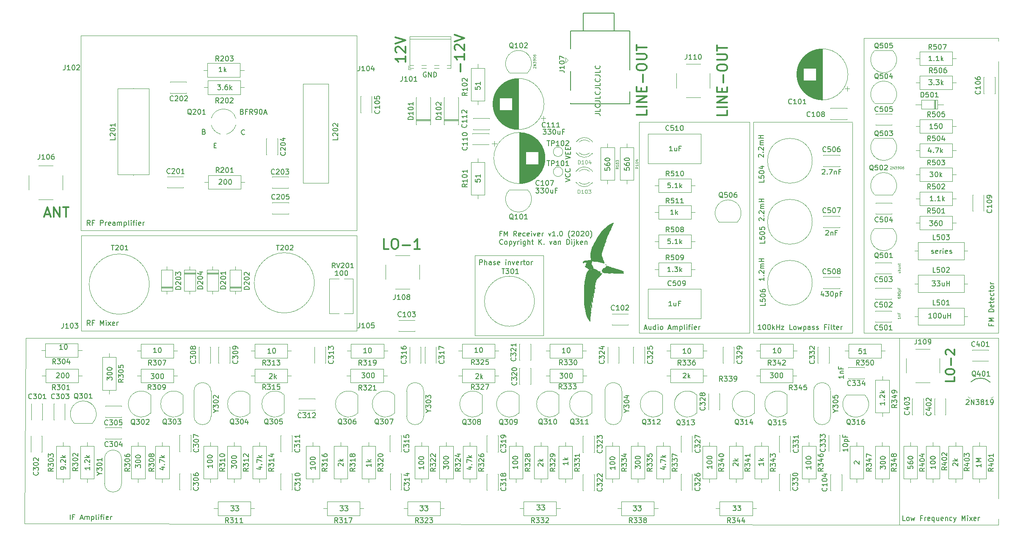
<source format=gbr>
%TF.GenerationSoftware,KiCad,Pcbnew,(5.1.6-0-10_14)*%
%TF.CreationDate,2020-10-31T17:57:06+01:00*%
%TF.ProjectId,FM_Receiver,464d5f52-6563-4656-9976-65722e6b6963,rev?*%
%TF.SameCoordinates,Original*%
%TF.FileFunction,Legend,Top*%
%TF.FilePolarity,Positive*%
%FSLAX46Y46*%
G04 Gerber Fmt 4.6, Leading zero omitted, Abs format (unit mm)*
G04 Created by KiCad (PCBNEW (5.1.6-0-10_14)) date 2020-10-31 17:57:06*
%MOMM*%
%LPD*%
G01*
G04 APERTURE LIST*
%ADD10C,0.100000*%
%ADD11C,0.150000*%
%ADD12C,0.300000*%
%ADD13C,0.120000*%
%ADD14C,0.010000*%
G04 APERTURE END LIST*
D10*
X212479580Y-112961771D02*
X212503390Y-112914152D01*
X212503390Y-112818914D01*
X212479580Y-112771295D01*
X212431961Y-112747485D01*
X212408152Y-112747485D01*
X212360533Y-112771295D01*
X212336723Y-112818914D01*
X212336723Y-112890342D01*
X212312914Y-112937961D01*
X212265295Y-112961771D01*
X212241485Y-112961771D01*
X212193866Y-112937961D01*
X212170057Y-112890342D01*
X212170057Y-112818914D01*
X212193866Y-112771295D01*
X212503390Y-112533200D02*
X212003390Y-112533200D01*
X212503390Y-112318914D02*
X212241485Y-112318914D01*
X212193866Y-112342723D01*
X212170057Y-112390342D01*
X212170057Y-112461771D01*
X212193866Y-112509390D01*
X212217676Y-112533200D01*
X212170057Y-111866533D02*
X212503390Y-111866533D01*
X212170057Y-112080819D02*
X212431961Y-112080819D01*
X212479580Y-112057009D01*
X212503390Y-112009390D01*
X212503390Y-111937961D01*
X212479580Y-111890342D01*
X212455771Y-111866533D01*
X212170057Y-111628438D02*
X212503390Y-111628438D01*
X212217676Y-111628438D02*
X212193866Y-111604628D01*
X212170057Y-111557009D01*
X212170057Y-111485580D01*
X212193866Y-111437961D01*
X212241485Y-111414152D01*
X212503390Y-111414152D01*
X212170057Y-111247485D02*
X212170057Y-111057009D01*
X212003390Y-111176057D02*
X212431961Y-111176057D01*
X212479580Y-111152247D01*
X212503390Y-111104628D01*
X212503390Y-111057009D01*
D11*
X218736990Y-109034361D02*
X218832228Y-109081980D01*
X219022704Y-109081980D01*
X219117942Y-109034361D01*
X219165561Y-108939123D01*
X219165561Y-108891504D01*
X219117942Y-108796266D01*
X219022704Y-108748647D01*
X218879847Y-108748647D01*
X218784609Y-108701028D01*
X218736990Y-108605790D01*
X218736990Y-108558171D01*
X218784609Y-108462933D01*
X218879847Y-108415314D01*
X219022704Y-108415314D01*
X219117942Y-108462933D01*
X219975085Y-109034361D02*
X219879847Y-109081980D01*
X219689371Y-109081980D01*
X219594133Y-109034361D01*
X219546514Y-108939123D01*
X219546514Y-108558171D01*
X219594133Y-108462933D01*
X219689371Y-108415314D01*
X219879847Y-108415314D01*
X219975085Y-108462933D01*
X220022704Y-108558171D01*
X220022704Y-108653409D01*
X219546514Y-108748647D01*
X220451276Y-109081980D02*
X220451276Y-108415314D01*
X220451276Y-108605790D02*
X220498895Y-108510552D01*
X220546514Y-108462933D01*
X220641752Y-108415314D01*
X220736990Y-108415314D01*
X221070323Y-109081980D02*
X221070323Y-108415314D01*
X221070323Y-108081980D02*
X221022704Y-108129600D01*
X221070323Y-108177219D01*
X221117942Y-108129600D01*
X221070323Y-108081980D01*
X221070323Y-108177219D01*
X221927466Y-109034361D02*
X221832228Y-109081980D01*
X221641752Y-109081980D01*
X221546514Y-109034361D01*
X221498895Y-108939123D01*
X221498895Y-108558171D01*
X221546514Y-108462933D01*
X221641752Y-108415314D01*
X221832228Y-108415314D01*
X221927466Y-108462933D01*
X221975085Y-108558171D01*
X221975085Y-108653409D01*
X221498895Y-108748647D01*
X222356038Y-109034361D02*
X222451276Y-109081980D01*
X222641752Y-109081980D01*
X222736990Y-109034361D01*
X222784609Y-108939123D01*
X222784609Y-108891504D01*
X222736990Y-108796266D01*
X222641752Y-108748647D01*
X222498895Y-108748647D01*
X222403657Y-108701028D01*
X222356038Y-108605790D01*
X222356038Y-108558171D01*
X222403657Y-108462933D01*
X222498895Y-108415314D01*
X222641752Y-108415314D01*
X222736990Y-108462933D01*
D12*
X113504761Y-69638095D02*
X113504761Y-70780952D01*
X113504761Y-70209523D02*
X111504761Y-70209523D01*
X111790476Y-70400000D01*
X111980952Y-70590476D01*
X112076190Y-70780952D01*
X111695238Y-68876190D02*
X111600000Y-68780952D01*
X111504761Y-68590476D01*
X111504761Y-68114285D01*
X111600000Y-67923809D01*
X111695238Y-67828571D01*
X111885714Y-67733333D01*
X112076190Y-67733333D01*
X112361904Y-67828571D01*
X113504761Y-68971428D01*
X113504761Y-67733333D01*
X111504761Y-67161904D02*
X113504761Y-66495238D01*
X111504761Y-65828571D01*
D11*
X117636895Y-72874400D02*
X117541657Y-72826780D01*
X117398800Y-72826780D01*
X117255942Y-72874400D01*
X117160704Y-72969638D01*
X117113085Y-73064876D01*
X117065466Y-73255352D01*
X117065466Y-73398209D01*
X117113085Y-73588685D01*
X117160704Y-73683923D01*
X117255942Y-73779161D01*
X117398800Y-73826780D01*
X117494038Y-73826780D01*
X117636895Y-73779161D01*
X117684514Y-73731542D01*
X117684514Y-73398209D01*
X117494038Y-73398209D01*
X118113085Y-73826780D02*
X118113085Y-72826780D01*
X118684514Y-73826780D01*
X118684514Y-72826780D01*
X119160704Y-73826780D02*
X119160704Y-72826780D01*
X119398800Y-72826780D01*
X119541657Y-72874400D01*
X119636895Y-72969638D01*
X119684514Y-73064876D01*
X119732133Y-73255352D01*
X119732133Y-73398209D01*
X119684514Y-73588685D01*
X119636895Y-73683923D01*
X119541657Y-73779161D01*
X119398800Y-73826780D01*
X119160704Y-73826780D01*
D12*
X124542857Y-72723809D02*
X124542857Y-71200000D01*
X125304761Y-69200000D02*
X125304761Y-70342857D01*
X125304761Y-69771428D02*
X123304761Y-69771428D01*
X123590476Y-69961904D01*
X123780952Y-70152380D01*
X123876190Y-70342857D01*
X123495238Y-68438095D02*
X123400000Y-68342857D01*
X123304761Y-68152380D01*
X123304761Y-67676190D01*
X123400000Y-67485714D01*
X123495238Y-67390476D01*
X123685714Y-67295238D01*
X123876190Y-67295238D01*
X124161904Y-67390476D01*
X125304761Y-68533333D01*
X125304761Y-67295238D01*
X123304761Y-66723809D02*
X125304761Y-66057142D01*
X123304761Y-65390476D01*
D11*
X151452380Y-81119047D02*
X152166666Y-81119047D01*
X152309523Y-81166666D01*
X152404761Y-81261904D01*
X152452380Y-81404761D01*
X152452380Y-81500000D01*
X152452380Y-80166666D02*
X152452380Y-80642857D01*
X151452380Y-80642857D01*
X152357142Y-79261904D02*
X152404761Y-79309523D01*
X152452380Y-79452380D01*
X152452380Y-79547619D01*
X152404761Y-79690476D01*
X152309523Y-79785714D01*
X152214285Y-79833333D01*
X152023809Y-79880952D01*
X151880952Y-79880952D01*
X151690476Y-79833333D01*
X151595238Y-79785714D01*
X151500000Y-79690476D01*
X151452380Y-79547619D01*
X151452380Y-79452380D01*
X151500000Y-79309523D01*
X151547619Y-79261904D01*
X151452380Y-78547619D02*
X152166666Y-78547619D01*
X152309523Y-78595238D01*
X152404761Y-78690476D01*
X152452380Y-78833333D01*
X152452380Y-78928571D01*
X152452380Y-77595238D02*
X152452380Y-78071428D01*
X151452380Y-78071428D01*
X152357142Y-76690476D02*
X152404761Y-76738095D01*
X152452380Y-76880952D01*
X152452380Y-76976190D01*
X152404761Y-77119047D01*
X152309523Y-77214285D01*
X152214285Y-77261904D01*
X152023809Y-77309523D01*
X151880952Y-77309523D01*
X151690476Y-77261904D01*
X151595238Y-77214285D01*
X151500000Y-77119047D01*
X151452380Y-76976190D01*
X151452380Y-76880952D01*
X151500000Y-76738095D01*
X151547619Y-76690476D01*
X151452380Y-75976190D02*
X152166666Y-75976190D01*
X152309523Y-76023809D01*
X152404761Y-76119047D01*
X152452380Y-76261904D01*
X152452380Y-76357142D01*
X152452380Y-75023809D02*
X152452380Y-75500000D01*
X151452380Y-75500000D01*
X152357142Y-74119047D02*
X152404761Y-74166666D01*
X152452380Y-74309523D01*
X152452380Y-74404761D01*
X152404761Y-74547619D01*
X152309523Y-74642857D01*
X152214285Y-74690476D01*
X152023809Y-74738095D01*
X151880952Y-74738095D01*
X151690476Y-74690476D01*
X151595238Y-74642857D01*
X151500000Y-74547619D01*
X151452380Y-74404761D01*
X151452380Y-74309523D01*
X151500000Y-74166666D01*
X151547619Y-74119047D01*
X151452380Y-73404761D02*
X152166666Y-73404761D01*
X152309523Y-73452380D01*
X152404761Y-73547619D01*
X152452380Y-73690476D01*
X152452380Y-73785714D01*
X152452380Y-72452380D02*
X152452380Y-72928571D01*
X151452380Y-72928571D01*
X152357142Y-71547619D02*
X152404761Y-71595238D01*
X152452380Y-71738095D01*
X152452380Y-71833333D01*
X152404761Y-71976190D01*
X152309523Y-72071428D01*
X152214285Y-72119047D01*
X152023809Y-72166666D01*
X151880952Y-72166666D01*
X151690476Y-72119047D01*
X151595238Y-72071428D01*
X151500000Y-71976190D01*
X151452380Y-71833333D01*
X151452380Y-71738095D01*
X151500000Y-71595238D01*
X151547619Y-71547619D01*
D13*
X48642000Y-124500000D02*
X103760000Y-124500000D01*
D11*
X132732928Y-105091571D02*
X132399595Y-105091571D01*
X132399595Y-105615380D02*
X132399595Y-104615380D01*
X132875785Y-104615380D01*
X133256738Y-105615380D02*
X133256738Y-104615380D01*
X133590071Y-105329666D01*
X133923404Y-104615380D01*
X133923404Y-105615380D01*
X135732928Y-105615380D02*
X135399595Y-105139190D01*
X135161500Y-105615380D02*
X135161500Y-104615380D01*
X135542452Y-104615380D01*
X135637690Y-104663000D01*
X135685309Y-104710619D01*
X135732928Y-104805857D01*
X135732928Y-104948714D01*
X135685309Y-105043952D01*
X135637690Y-105091571D01*
X135542452Y-105139190D01*
X135161500Y-105139190D01*
X136542452Y-105567761D02*
X136447214Y-105615380D01*
X136256738Y-105615380D01*
X136161500Y-105567761D01*
X136113880Y-105472523D01*
X136113880Y-105091571D01*
X136161500Y-104996333D01*
X136256738Y-104948714D01*
X136447214Y-104948714D01*
X136542452Y-104996333D01*
X136590071Y-105091571D01*
X136590071Y-105186809D01*
X136113880Y-105282047D01*
X137447214Y-105567761D02*
X137351976Y-105615380D01*
X137161500Y-105615380D01*
X137066261Y-105567761D01*
X137018642Y-105520142D01*
X136971023Y-105424904D01*
X136971023Y-105139190D01*
X137018642Y-105043952D01*
X137066261Y-104996333D01*
X137161500Y-104948714D01*
X137351976Y-104948714D01*
X137447214Y-104996333D01*
X138256738Y-105567761D02*
X138161500Y-105615380D01*
X137971023Y-105615380D01*
X137875785Y-105567761D01*
X137828166Y-105472523D01*
X137828166Y-105091571D01*
X137875785Y-104996333D01*
X137971023Y-104948714D01*
X138161500Y-104948714D01*
X138256738Y-104996333D01*
X138304357Y-105091571D01*
X138304357Y-105186809D01*
X137828166Y-105282047D01*
X138732928Y-105615380D02*
X138732928Y-104948714D01*
X138732928Y-104615380D02*
X138685309Y-104663000D01*
X138732928Y-104710619D01*
X138780547Y-104663000D01*
X138732928Y-104615380D01*
X138732928Y-104710619D01*
X139113880Y-104948714D02*
X139351976Y-105615380D01*
X139590071Y-104948714D01*
X140351976Y-105567761D02*
X140256738Y-105615380D01*
X140066261Y-105615380D01*
X139971023Y-105567761D01*
X139923404Y-105472523D01*
X139923404Y-105091571D01*
X139971023Y-104996333D01*
X140066261Y-104948714D01*
X140256738Y-104948714D01*
X140351976Y-104996333D01*
X140399595Y-105091571D01*
X140399595Y-105186809D01*
X139923404Y-105282047D01*
X140828166Y-105615380D02*
X140828166Y-104948714D01*
X140828166Y-105139190D02*
X140875785Y-105043952D01*
X140923404Y-104996333D01*
X141018642Y-104948714D01*
X141113880Y-104948714D01*
X142113880Y-104948714D02*
X142351976Y-105615380D01*
X142590071Y-104948714D01*
X143494833Y-105615380D02*
X142923404Y-105615380D01*
X143209119Y-105615380D02*
X143209119Y-104615380D01*
X143113880Y-104758238D01*
X143018642Y-104853476D01*
X142923404Y-104901095D01*
X143923404Y-105520142D02*
X143971023Y-105567761D01*
X143923404Y-105615380D01*
X143875785Y-105567761D01*
X143923404Y-105520142D01*
X143923404Y-105615380D01*
X144590071Y-104615380D02*
X144685309Y-104615380D01*
X144780547Y-104663000D01*
X144828166Y-104710619D01*
X144875785Y-104805857D01*
X144923404Y-104996333D01*
X144923404Y-105234428D01*
X144875785Y-105424904D01*
X144828166Y-105520142D01*
X144780547Y-105567761D01*
X144685309Y-105615380D01*
X144590071Y-105615380D01*
X144494833Y-105567761D01*
X144447214Y-105520142D01*
X144399595Y-105424904D01*
X144351976Y-105234428D01*
X144351976Y-104996333D01*
X144399595Y-104805857D01*
X144447214Y-104710619D01*
X144494833Y-104663000D01*
X144590071Y-104615380D01*
X146399595Y-105996333D02*
X146351976Y-105948714D01*
X146256738Y-105805857D01*
X146209119Y-105710619D01*
X146161500Y-105567761D01*
X146113880Y-105329666D01*
X146113880Y-105139190D01*
X146161500Y-104901095D01*
X146209119Y-104758238D01*
X146256738Y-104663000D01*
X146351976Y-104520142D01*
X146399595Y-104472523D01*
X146732928Y-104710619D02*
X146780547Y-104663000D01*
X146875785Y-104615380D01*
X147113880Y-104615380D01*
X147209119Y-104663000D01*
X147256738Y-104710619D01*
X147304357Y-104805857D01*
X147304357Y-104901095D01*
X147256738Y-105043952D01*
X146685309Y-105615380D01*
X147304357Y-105615380D01*
X147923404Y-104615380D02*
X148018642Y-104615380D01*
X148113880Y-104663000D01*
X148161500Y-104710619D01*
X148209119Y-104805857D01*
X148256738Y-104996333D01*
X148256738Y-105234428D01*
X148209119Y-105424904D01*
X148161500Y-105520142D01*
X148113880Y-105567761D01*
X148018642Y-105615380D01*
X147923404Y-105615380D01*
X147828166Y-105567761D01*
X147780547Y-105520142D01*
X147732928Y-105424904D01*
X147685309Y-105234428D01*
X147685309Y-104996333D01*
X147732928Y-104805857D01*
X147780547Y-104710619D01*
X147828166Y-104663000D01*
X147923404Y-104615380D01*
X148637690Y-104710619D02*
X148685309Y-104663000D01*
X148780547Y-104615380D01*
X149018642Y-104615380D01*
X149113880Y-104663000D01*
X149161500Y-104710619D01*
X149209119Y-104805857D01*
X149209119Y-104901095D01*
X149161500Y-105043952D01*
X148590071Y-105615380D01*
X149209119Y-105615380D01*
X149828166Y-104615380D02*
X149923404Y-104615380D01*
X150018642Y-104663000D01*
X150066261Y-104710619D01*
X150113880Y-104805857D01*
X150161500Y-104996333D01*
X150161500Y-105234428D01*
X150113880Y-105424904D01*
X150066261Y-105520142D01*
X150018642Y-105567761D01*
X149923404Y-105615380D01*
X149828166Y-105615380D01*
X149732928Y-105567761D01*
X149685309Y-105520142D01*
X149637690Y-105424904D01*
X149590071Y-105234428D01*
X149590071Y-104996333D01*
X149637690Y-104805857D01*
X149685309Y-104710619D01*
X149732928Y-104663000D01*
X149828166Y-104615380D01*
X150494833Y-105996333D02*
X150542452Y-105948714D01*
X150637690Y-105805857D01*
X150685309Y-105710619D01*
X150732928Y-105567761D01*
X150780547Y-105329666D01*
X150780547Y-105139190D01*
X150732928Y-104901095D01*
X150685309Y-104758238D01*
X150637690Y-104663000D01*
X150542452Y-104520142D01*
X150494833Y-104472523D01*
X132971023Y-107170142D02*
X132923404Y-107217761D01*
X132780547Y-107265380D01*
X132685309Y-107265380D01*
X132542452Y-107217761D01*
X132447214Y-107122523D01*
X132399595Y-107027285D01*
X132351976Y-106836809D01*
X132351976Y-106693952D01*
X132399595Y-106503476D01*
X132447214Y-106408238D01*
X132542452Y-106313000D01*
X132685309Y-106265380D01*
X132780547Y-106265380D01*
X132923404Y-106313000D01*
X132971023Y-106360619D01*
X133542452Y-107265380D02*
X133447214Y-107217761D01*
X133399595Y-107170142D01*
X133351976Y-107074904D01*
X133351976Y-106789190D01*
X133399595Y-106693952D01*
X133447214Y-106646333D01*
X133542452Y-106598714D01*
X133685309Y-106598714D01*
X133780547Y-106646333D01*
X133828166Y-106693952D01*
X133875785Y-106789190D01*
X133875785Y-107074904D01*
X133828166Y-107170142D01*
X133780547Y-107217761D01*
X133685309Y-107265380D01*
X133542452Y-107265380D01*
X134304357Y-106598714D02*
X134304357Y-107598714D01*
X134304357Y-106646333D02*
X134399595Y-106598714D01*
X134590071Y-106598714D01*
X134685309Y-106646333D01*
X134732928Y-106693952D01*
X134780547Y-106789190D01*
X134780547Y-107074904D01*
X134732928Y-107170142D01*
X134685309Y-107217761D01*
X134590071Y-107265380D01*
X134399595Y-107265380D01*
X134304357Y-107217761D01*
X135113880Y-106598714D02*
X135351976Y-107265380D01*
X135590071Y-106598714D02*
X135351976Y-107265380D01*
X135256738Y-107503476D01*
X135209119Y-107551095D01*
X135113880Y-107598714D01*
X135971023Y-107265380D02*
X135971023Y-106598714D01*
X135971023Y-106789190D02*
X136018642Y-106693952D01*
X136066261Y-106646333D01*
X136161500Y-106598714D01*
X136256738Y-106598714D01*
X136590071Y-107265380D02*
X136590071Y-106598714D01*
X136590071Y-106265380D02*
X136542452Y-106313000D01*
X136590071Y-106360619D01*
X136637690Y-106313000D01*
X136590071Y-106265380D01*
X136590071Y-106360619D01*
X137494833Y-106598714D02*
X137494833Y-107408238D01*
X137447214Y-107503476D01*
X137399595Y-107551095D01*
X137304357Y-107598714D01*
X137161500Y-107598714D01*
X137066261Y-107551095D01*
X137494833Y-107217761D02*
X137399595Y-107265380D01*
X137209119Y-107265380D01*
X137113880Y-107217761D01*
X137066261Y-107170142D01*
X137018642Y-107074904D01*
X137018642Y-106789190D01*
X137066261Y-106693952D01*
X137113880Y-106646333D01*
X137209119Y-106598714D01*
X137399595Y-106598714D01*
X137494833Y-106646333D01*
X137971023Y-107265380D02*
X137971023Y-106265380D01*
X138399595Y-107265380D02*
X138399595Y-106741571D01*
X138351976Y-106646333D01*
X138256738Y-106598714D01*
X138113880Y-106598714D01*
X138018642Y-106646333D01*
X137971023Y-106693952D01*
X138732928Y-106598714D02*
X139113880Y-106598714D01*
X138875785Y-106265380D02*
X138875785Y-107122523D01*
X138923404Y-107217761D01*
X139018642Y-107265380D01*
X139113880Y-107265380D01*
X140209119Y-107265380D02*
X140209119Y-106265380D01*
X140780547Y-107265380D02*
X140351976Y-106693952D01*
X140780547Y-106265380D02*
X140209119Y-106836809D01*
X141209119Y-107170142D02*
X141256738Y-107217761D01*
X141209119Y-107265380D01*
X141161500Y-107217761D01*
X141209119Y-107170142D01*
X141209119Y-107265380D01*
X142351976Y-106598714D02*
X142590071Y-107265380D01*
X142828166Y-106598714D01*
X143637690Y-107265380D02*
X143637690Y-106741571D01*
X143590071Y-106646333D01*
X143494833Y-106598714D01*
X143304357Y-106598714D01*
X143209119Y-106646333D01*
X143637690Y-107217761D02*
X143542452Y-107265380D01*
X143304357Y-107265380D01*
X143209119Y-107217761D01*
X143161500Y-107122523D01*
X143161500Y-107027285D01*
X143209119Y-106932047D01*
X143304357Y-106884428D01*
X143542452Y-106884428D01*
X143637690Y-106836809D01*
X144113880Y-106598714D02*
X144113880Y-107265380D01*
X144113880Y-106693952D02*
X144161500Y-106646333D01*
X144256738Y-106598714D01*
X144399595Y-106598714D01*
X144494833Y-106646333D01*
X144542452Y-106741571D01*
X144542452Y-107265380D01*
X145780547Y-107265380D02*
X145780547Y-106265380D01*
X146018642Y-106265380D01*
X146161500Y-106313000D01*
X146256738Y-106408238D01*
X146304357Y-106503476D01*
X146351976Y-106693952D01*
X146351976Y-106836809D01*
X146304357Y-107027285D01*
X146256738Y-107122523D01*
X146161500Y-107217761D01*
X146018642Y-107265380D01*
X145780547Y-107265380D01*
X146780547Y-107265380D02*
X146780547Y-106598714D01*
X146780547Y-106265380D02*
X146732928Y-106313000D01*
X146780547Y-106360619D01*
X146828166Y-106313000D01*
X146780547Y-106265380D01*
X146780547Y-106360619D01*
X147256738Y-106598714D02*
X147256738Y-107455857D01*
X147209119Y-107551095D01*
X147113880Y-107598714D01*
X147066261Y-107598714D01*
X147256738Y-106265380D02*
X147209119Y-106313000D01*
X147256738Y-106360619D01*
X147304357Y-106313000D01*
X147256738Y-106265380D01*
X147256738Y-106360619D01*
X147732928Y-107265380D02*
X147732928Y-106265380D01*
X147828166Y-106884428D02*
X148113880Y-107265380D01*
X148113880Y-106598714D02*
X147732928Y-106979666D01*
X148923404Y-107217761D02*
X148828166Y-107265380D01*
X148637690Y-107265380D01*
X148542452Y-107217761D01*
X148494833Y-107122523D01*
X148494833Y-106741571D01*
X148542452Y-106646333D01*
X148637690Y-106598714D01*
X148828166Y-106598714D01*
X148923404Y-106646333D01*
X148971023Y-106741571D01*
X148971023Y-106836809D01*
X148494833Y-106932047D01*
X149399595Y-106598714D02*
X149399595Y-107265380D01*
X149399595Y-106693952D02*
X149447214Y-106646333D01*
X149542452Y-106598714D01*
X149685309Y-106598714D01*
X149780547Y-106646333D01*
X149828166Y-106741571D01*
X149828166Y-107265380D01*
D12*
X41384285Y-101223333D02*
X42336666Y-101223333D01*
X41193809Y-101794761D02*
X41860476Y-99794761D01*
X42527142Y-101794761D01*
X43193809Y-101794761D02*
X43193809Y-99794761D01*
X44336666Y-101794761D01*
X44336666Y-99794761D01*
X45003333Y-99794761D02*
X46146190Y-99794761D01*
X45574761Y-101794761D02*
X45574761Y-99794761D01*
D13*
X103760000Y-65500000D02*
X48550000Y-65500000D01*
D11*
X128351595Y-111323380D02*
X128351595Y-110323380D01*
X128732547Y-110323380D01*
X128827785Y-110371000D01*
X128875404Y-110418619D01*
X128923023Y-110513857D01*
X128923023Y-110656714D01*
X128875404Y-110751952D01*
X128827785Y-110799571D01*
X128732547Y-110847190D01*
X128351595Y-110847190D01*
X129351595Y-111323380D02*
X129351595Y-110323380D01*
X129780166Y-111323380D02*
X129780166Y-110799571D01*
X129732547Y-110704333D01*
X129637309Y-110656714D01*
X129494452Y-110656714D01*
X129399214Y-110704333D01*
X129351595Y-110751952D01*
X130684928Y-111323380D02*
X130684928Y-110799571D01*
X130637309Y-110704333D01*
X130542071Y-110656714D01*
X130351595Y-110656714D01*
X130256357Y-110704333D01*
X130684928Y-111275761D02*
X130589690Y-111323380D01*
X130351595Y-111323380D01*
X130256357Y-111275761D01*
X130208738Y-111180523D01*
X130208738Y-111085285D01*
X130256357Y-110990047D01*
X130351595Y-110942428D01*
X130589690Y-110942428D01*
X130684928Y-110894809D01*
X131113500Y-111275761D02*
X131208738Y-111323380D01*
X131399214Y-111323380D01*
X131494452Y-111275761D01*
X131542071Y-111180523D01*
X131542071Y-111132904D01*
X131494452Y-111037666D01*
X131399214Y-110990047D01*
X131256357Y-110990047D01*
X131161119Y-110942428D01*
X131113500Y-110847190D01*
X131113500Y-110799571D01*
X131161119Y-110704333D01*
X131256357Y-110656714D01*
X131399214Y-110656714D01*
X131494452Y-110704333D01*
X132351595Y-111275761D02*
X132256357Y-111323380D01*
X132065880Y-111323380D01*
X131970642Y-111275761D01*
X131923023Y-111180523D01*
X131923023Y-110799571D01*
X131970642Y-110704333D01*
X132065880Y-110656714D01*
X132256357Y-110656714D01*
X132351595Y-110704333D01*
X132399214Y-110799571D01*
X132399214Y-110894809D01*
X131923023Y-110990047D01*
X133589690Y-111323380D02*
X133589690Y-110656714D01*
X133589690Y-110323380D02*
X133542071Y-110371000D01*
X133589690Y-110418619D01*
X133637309Y-110371000D01*
X133589690Y-110323380D01*
X133589690Y-110418619D01*
X134065880Y-110656714D02*
X134065880Y-111323380D01*
X134065880Y-110751952D02*
X134113500Y-110704333D01*
X134208738Y-110656714D01*
X134351595Y-110656714D01*
X134446833Y-110704333D01*
X134494452Y-110799571D01*
X134494452Y-111323380D01*
X134875404Y-110656714D02*
X135113500Y-111323380D01*
X135351595Y-110656714D01*
X136113500Y-111275761D02*
X136018261Y-111323380D01*
X135827785Y-111323380D01*
X135732547Y-111275761D01*
X135684928Y-111180523D01*
X135684928Y-110799571D01*
X135732547Y-110704333D01*
X135827785Y-110656714D01*
X136018261Y-110656714D01*
X136113500Y-110704333D01*
X136161119Y-110799571D01*
X136161119Y-110894809D01*
X135684928Y-110990047D01*
X136589690Y-111323380D02*
X136589690Y-110656714D01*
X136589690Y-110847190D02*
X136637309Y-110751952D01*
X136684928Y-110704333D01*
X136780166Y-110656714D01*
X136875404Y-110656714D01*
X137065880Y-110656714D02*
X137446833Y-110656714D01*
X137208738Y-110323380D02*
X137208738Y-111180523D01*
X137256357Y-111275761D01*
X137351595Y-111323380D01*
X137446833Y-111323380D01*
X137923023Y-111323380D02*
X137827785Y-111275761D01*
X137780166Y-111228142D01*
X137732547Y-111132904D01*
X137732547Y-110847190D01*
X137780166Y-110751952D01*
X137827785Y-110704333D01*
X137923023Y-110656714D01*
X138065880Y-110656714D01*
X138161119Y-110704333D01*
X138208738Y-110751952D01*
X138256357Y-110847190D01*
X138256357Y-111132904D01*
X138208738Y-111228142D01*
X138161119Y-111275761D01*
X138065880Y-111323380D01*
X137923023Y-111323380D01*
X138684928Y-111323380D02*
X138684928Y-110656714D01*
X138684928Y-110847190D02*
X138732547Y-110751952D01*
X138780166Y-110704333D01*
X138875404Y-110656714D01*
X138970642Y-110656714D01*
D13*
X141097000Y-125476000D02*
X141097000Y-109474000D01*
X127381000Y-125476000D02*
X141097000Y-125476000D01*
X127381000Y-109474000D02*
X127381000Y-125476000D01*
X141097000Y-109474000D02*
X127381000Y-109474000D01*
D12*
X161734761Y-80404761D02*
X161734761Y-81357142D01*
X159734761Y-81357142D01*
X161734761Y-79738095D02*
X159734761Y-79738095D01*
X161734761Y-78785714D02*
X159734761Y-78785714D01*
X161734761Y-77642857D01*
X159734761Y-77642857D01*
X160687142Y-76690476D02*
X160687142Y-76023809D01*
X161734761Y-75738095D02*
X161734761Y-76690476D01*
X159734761Y-76690476D01*
X159734761Y-75738095D01*
X160972857Y-74880952D02*
X160972857Y-73357142D01*
X159734761Y-72023809D02*
X159734761Y-71642857D01*
X159830000Y-71452380D01*
X160020476Y-71261904D01*
X160401428Y-71166666D01*
X161068095Y-71166666D01*
X161449047Y-71261904D01*
X161639523Y-71452380D01*
X161734761Y-71642857D01*
X161734761Y-72023809D01*
X161639523Y-72214285D01*
X161449047Y-72404761D01*
X161068095Y-72500000D01*
X160401428Y-72500000D01*
X160020476Y-72404761D01*
X159830000Y-72214285D01*
X159734761Y-72023809D01*
X159734761Y-70309523D02*
X161353809Y-70309523D01*
X161544285Y-70214285D01*
X161639523Y-70119047D01*
X161734761Y-69928571D01*
X161734761Y-69547619D01*
X161639523Y-69357142D01*
X161544285Y-69261904D01*
X161353809Y-69166666D01*
X159734761Y-69166666D01*
X159734761Y-68500000D02*
X159734761Y-67357142D01*
X161734761Y-67928571D02*
X159734761Y-67928571D01*
X177854761Y-80484761D02*
X177854761Y-81437142D01*
X175854761Y-81437142D01*
X177854761Y-79818095D02*
X175854761Y-79818095D01*
X177854761Y-78865714D02*
X175854761Y-78865714D01*
X177854761Y-77722857D01*
X175854761Y-77722857D01*
X176807142Y-76770476D02*
X176807142Y-76103809D01*
X177854761Y-75818095D02*
X177854761Y-76770476D01*
X175854761Y-76770476D01*
X175854761Y-75818095D01*
X177092857Y-74960952D02*
X177092857Y-73437142D01*
X175854761Y-72103809D02*
X175854761Y-71722857D01*
X175950000Y-71532380D01*
X176140476Y-71341904D01*
X176521428Y-71246666D01*
X177188095Y-71246666D01*
X177569047Y-71341904D01*
X177759523Y-71532380D01*
X177854761Y-71722857D01*
X177854761Y-72103809D01*
X177759523Y-72294285D01*
X177569047Y-72484761D01*
X177188095Y-72580000D01*
X176521428Y-72580000D01*
X176140476Y-72484761D01*
X175950000Y-72294285D01*
X175854761Y-72103809D01*
X175854761Y-70389523D02*
X177473809Y-70389523D01*
X177664285Y-70294285D01*
X177759523Y-70199047D01*
X177854761Y-70008571D01*
X177854761Y-69627619D01*
X177759523Y-69437142D01*
X177664285Y-69341904D01*
X177473809Y-69246666D01*
X175854761Y-69246666D01*
X175854761Y-68580000D02*
X175854761Y-67437142D01*
X177854761Y-68008571D02*
X175854761Y-68008571D01*
D13*
X232156000Y-66040000D02*
X232156000Y-66618000D01*
X232156000Y-163322000D02*
X232156000Y-162122000D01*
D12*
X223291666Y-133791666D02*
X223291666Y-134625000D01*
X221541666Y-134625000D01*
X221541666Y-132875000D02*
X221541666Y-132541666D01*
X221625000Y-132375000D01*
X221791666Y-132208333D01*
X222125000Y-132125000D01*
X222708333Y-132125000D01*
X223041666Y-132208333D01*
X223208333Y-132375000D01*
X223291666Y-132541666D01*
X223291666Y-132875000D01*
X223208333Y-133041666D01*
X223041666Y-133208333D01*
X222708333Y-133291666D01*
X222125000Y-133291666D01*
X221791666Y-133208333D01*
X221625000Y-133041666D01*
X221541666Y-132875000D01*
X222625000Y-131375000D02*
X222625000Y-130041666D01*
X221708333Y-129291666D02*
X221625000Y-129208333D01*
X221541666Y-129041666D01*
X221541666Y-128625000D01*
X221625000Y-128458333D01*
X221708333Y-128375000D01*
X221875000Y-128291666D01*
X222041666Y-128291666D01*
X222291666Y-128375000D01*
X223291666Y-129375000D01*
X223291666Y-128291666D01*
X110140952Y-108162761D02*
X109188571Y-108162761D01*
X109188571Y-106162761D01*
X111188571Y-106162761D02*
X111569523Y-106162761D01*
X111760000Y-106258000D01*
X111950476Y-106448476D01*
X112045714Y-106829428D01*
X112045714Y-107496095D01*
X111950476Y-107877047D01*
X111760000Y-108067523D01*
X111569523Y-108162761D01*
X111188571Y-108162761D01*
X110998095Y-108067523D01*
X110807619Y-107877047D01*
X110712380Y-107496095D01*
X110712380Y-106829428D01*
X110807619Y-106448476D01*
X110998095Y-106258000D01*
X111188571Y-106162761D01*
X112902857Y-107400857D02*
X114426666Y-107400857D01*
X116426666Y-108162761D02*
X115283809Y-108162761D01*
X115855238Y-108162761D02*
X115855238Y-106162761D01*
X115664761Y-106448476D01*
X115474285Y-106638952D01*
X115283809Y-106734190D01*
D11*
X50457023Y-103452380D02*
X50123690Y-102976190D01*
X49885595Y-103452380D02*
X49885595Y-102452380D01*
X50266547Y-102452380D01*
X50361785Y-102500000D01*
X50409404Y-102547619D01*
X50457023Y-102642857D01*
X50457023Y-102785714D01*
X50409404Y-102880952D01*
X50361785Y-102928571D01*
X50266547Y-102976190D01*
X49885595Y-102976190D01*
X51218928Y-102928571D02*
X50885595Y-102928571D01*
X50885595Y-103452380D02*
X50885595Y-102452380D01*
X51361785Y-102452380D01*
X52504642Y-103452380D02*
X52504642Y-102452380D01*
X52885595Y-102452380D01*
X52980833Y-102500000D01*
X53028452Y-102547619D01*
X53076071Y-102642857D01*
X53076071Y-102785714D01*
X53028452Y-102880952D01*
X52980833Y-102928571D01*
X52885595Y-102976190D01*
X52504642Y-102976190D01*
X53504642Y-103452380D02*
X53504642Y-102785714D01*
X53504642Y-102976190D02*
X53552261Y-102880952D01*
X53599880Y-102833333D01*
X53695119Y-102785714D01*
X53790357Y-102785714D01*
X54504642Y-103404761D02*
X54409404Y-103452380D01*
X54218928Y-103452380D01*
X54123690Y-103404761D01*
X54076071Y-103309523D01*
X54076071Y-102928571D01*
X54123690Y-102833333D01*
X54218928Y-102785714D01*
X54409404Y-102785714D01*
X54504642Y-102833333D01*
X54552261Y-102928571D01*
X54552261Y-103023809D01*
X54076071Y-103119047D01*
X55409404Y-103452380D02*
X55409404Y-102928571D01*
X55361785Y-102833333D01*
X55266547Y-102785714D01*
X55076071Y-102785714D01*
X54980833Y-102833333D01*
X55409404Y-103404761D02*
X55314166Y-103452380D01*
X55076071Y-103452380D01*
X54980833Y-103404761D01*
X54933214Y-103309523D01*
X54933214Y-103214285D01*
X54980833Y-103119047D01*
X55076071Y-103071428D01*
X55314166Y-103071428D01*
X55409404Y-103023809D01*
X55885595Y-103452380D02*
X55885595Y-102785714D01*
X55885595Y-102880952D02*
X55933214Y-102833333D01*
X56028452Y-102785714D01*
X56171309Y-102785714D01*
X56266547Y-102833333D01*
X56314166Y-102928571D01*
X56314166Y-103452380D01*
X56314166Y-102928571D02*
X56361785Y-102833333D01*
X56457023Y-102785714D01*
X56599880Y-102785714D01*
X56695119Y-102833333D01*
X56742738Y-102928571D01*
X56742738Y-103452380D01*
X57218928Y-102785714D02*
X57218928Y-103785714D01*
X57218928Y-102833333D02*
X57314166Y-102785714D01*
X57504642Y-102785714D01*
X57599880Y-102833333D01*
X57647500Y-102880952D01*
X57695119Y-102976190D01*
X57695119Y-103261904D01*
X57647500Y-103357142D01*
X57599880Y-103404761D01*
X57504642Y-103452380D01*
X57314166Y-103452380D01*
X57218928Y-103404761D01*
X58266547Y-103452380D02*
X58171309Y-103404761D01*
X58123690Y-103309523D01*
X58123690Y-102452380D01*
X58647500Y-103452380D02*
X58647500Y-102785714D01*
X58647500Y-102452380D02*
X58599880Y-102500000D01*
X58647500Y-102547619D01*
X58695119Y-102500000D01*
X58647500Y-102452380D01*
X58647500Y-102547619D01*
X58980833Y-102785714D02*
X59361785Y-102785714D01*
X59123690Y-103452380D02*
X59123690Y-102595238D01*
X59171309Y-102500000D01*
X59266547Y-102452380D01*
X59361785Y-102452380D01*
X59695119Y-103452380D02*
X59695119Y-102785714D01*
X59695119Y-102452380D02*
X59647500Y-102500000D01*
X59695119Y-102547619D01*
X59742738Y-102500000D01*
X59695119Y-102452380D01*
X59695119Y-102547619D01*
X60552261Y-103404761D02*
X60457023Y-103452380D01*
X60266547Y-103452380D01*
X60171309Y-103404761D01*
X60123690Y-103309523D01*
X60123690Y-102928571D01*
X60171309Y-102833333D01*
X60266547Y-102785714D01*
X60457023Y-102785714D01*
X60552261Y-102833333D01*
X60599880Y-102928571D01*
X60599880Y-103023809D01*
X60123690Y-103119047D01*
X61028452Y-103452380D02*
X61028452Y-102785714D01*
X61028452Y-102976190D02*
X61076071Y-102880952D01*
X61123690Y-102833333D01*
X61218928Y-102785714D01*
X61314166Y-102785714D01*
D13*
X103760000Y-65500000D02*
X103760000Y-104500000D01*
X48550000Y-104500000D02*
X48550000Y-65500000D01*
X103760000Y-104500000D02*
X48550000Y-104500000D01*
D11*
X50457023Y-123452380D02*
X50123690Y-122976190D01*
X49885595Y-123452380D02*
X49885595Y-122452380D01*
X50266547Y-122452380D01*
X50361785Y-122500000D01*
X50409404Y-122547619D01*
X50457023Y-122642857D01*
X50457023Y-122785714D01*
X50409404Y-122880952D01*
X50361785Y-122928571D01*
X50266547Y-122976190D01*
X49885595Y-122976190D01*
X51218928Y-122928571D02*
X50885595Y-122928571D01*
X50885595Y-123452380D02*
X50885595Y-122452380D01*
X51361785Y-122452380D01*
X52504642Y-123452380D02*
X52504642Y-122452380D01*
X52837976Y-123166666D01*
X53171309Y-122452380D01*
X53171309Y-123452380D01*
X53647500Y-123452380D02*
X53647500Y-122785714D01*
X53647500Y-122452380D02*
X53599880Y-122500000D01*
X53647500Y-122547619D01*
X53695119Y-122500000D01*
X53647500Y-122452380D01*
X53647500Y-122547619D01*
X54028452Y-123452380D02*
X54552261Y-122785714D01*
X54028452Y-122785714D02*
X54552261Y-123452380D01*
X55314166Y-123404761D02*
X55218928Y-123452380D01*
X55028452Y-123452380D01*
X54933214Y-123404761D01*
X54885595Y-123309523D01*
X54885595Y-122928571D01*
X54933214Y-122833333D01*
X55028452Y-122785714D01*
X55218928Y-122785714D01*
X55314166Y-122833333D01*
X55361785Y-122928571D01*
X55361785Y-123023809D01*
X54885595Y-123119047D01*
X55790357Y-123452380D02*
X55790357Y-122785714D01*
X55790357Y-122976190D02*
X55837976Y-122880952D01*
X55885595Y-122833333D01*
X55980833Y-122785714D01*
X56076071Y-122785714D01*
D13*
X48642000Y-105500000D02*
X48642000Y-124500000D01*
X103760000Y-105500000D02*
X48642000Y-105500000D01*
X103760000Y-124500000D02*
X103760000Y-105500000D01*
X202946000Y-124968000D02*
X202946000Y-117602000D01*
X183134000Y-124968000D02*
X183134000Y-117602000D01*
X160274000Y-124968000D02*
X160274000Y-117602000D01*
X182372000Y-117602000D02*
X182372000Y-124968000D01*
D11*
X46426952Y-162250380D02*
X46426952Y-161250380D01*
X47236476Y-161726571D02*
X46903142Y-161726571D01*
X46903142Y-162250380D02*
X46903142Y-161250380D01*
X47379333Y-161250380D01*
X48474571Y-161964666D02*
X48950761Y-161964666D01*
X48379333Y-162250380D02*
X48712666Y-161250380D01*
X49046000Y-162250380D01*
X49379333Y-162250380D02*
X49379333Y-161583714D01*
X49379333Y-161678952D02*
X49426952Y-161631333D01*
X49522190Y-161583714D01*
X49665047Y-161583714D01*
X49760285Y-161631333D01*
X49807904Y-161726571D01*
X49807904Y-162250380D01*
X49807904Y-161726571D02*
X49855523Y-161631333D01*
X49950761Y-161583714D01*
X50093619Y-161583714D01*
X50188857Y-161631333D01*
X50236476Y-161726571D01*
X50236476Y-162250380D01*
X50712666Y-161583714D02*
X50712666Y-162583714D01*
X50712666Y-161631333D02*
X50807904Y-161583714D01*
X50998380Y-161583714D01*
X51093619Y-161631333D01*
X51141238Y-161678952D01*
X51188857Y-161774190D01*
X51188857Y-162059904D01*
X51141238Y-162155142D01*
X51093619Y-162202761D01*
X50998380Y-162250380D01*
X50807904Y-162250380D01*
X50712666Y-162202761D01*
X51760285Y-162250380D02*
X51665047Y-162202761D01*
X51617428Y-162107523D01*
X51617428Y-161250380D01*
X52141238Y-162250380D02*
X52141238Y-161583714D01*
X52141238Y-161250380D02*
X52093619Y-161298000D01*
X52141238Y-161345619D01*
X52188857Y-161298000D01*
X52141238Y-161250380D01*
X52141238Y-161345619D01*
X52474571Y-161583714D02*
X52855523Y-161583714D01*
X52617428Y-162250380D02*
X52617428Y-161393238D01*
X52665047Y-161298000D01*
X52760285Y-161250380D01*
X52855523Y-161250380D01*
X53188857Y-162250380D02*
X53188857Y-161583714D01*
X53188857Y-161250380D02*
X53141238Y-161298000D01*
X53188857Y-161345619D01*
X53236476Y-161298000D01*
X53188857Y-161250380D01*
X53188857Y-161345619D01*
X54046000Y-162202761D02*
X53950761Y-162250380D01*
X53760285Y-162250380D01*
X53665047Y-162202761D01*
X53617428Y-162107523D01*
X53617428Y-161726571D01*
X53665047Y-161631333D01*
X53760285Y-161583714D01*
X53950761Y-161583714D01*
X54046000Y-161631333D01*
X54093619Y-161726571D01*
X54093619Y-161821809D01*
X53617428Y-161917047D01*
X54522190Y-162250380D02*
X54522190Y-161583714D01*
X54522190Y-161774190D02*
X54569809Y-161678952D01*
X54617428Y-161631333D01*
X54712666Y-161583714D01*
X54807904Y-161583714D01*
D13*
X37338000Y-163068000D02*
X212344000Y-163322000D01*
X37592000Y-125984000D02*
X37338000Y-163068000D01*
X212344000Y-125984000D02*
X37592000Y-125984000D01*
D11*
X161323976Y-123991666D02*
X161800166Y-123991666D01*
X161228738Y-124277380D02*
X161562071Y-123277380D01*
X161895404Y-124277380D01*
X162657309Y-123610714D02*
X162657309Y-124277380D01*
X162228738Y-123610714D02*
X162228738Y-124134523D01*
X162276357Y-124229761D01*
X162371595Y-124277380D01*
X162514452Y-124277380D01*
X162609690Y-124229761D01*
X162657309Y-124182142D01*
X163562071Y-124277380D02*
X163562071Y-123277380D01*
X163562071Y-124229761D02*
X163466833Y-124277380D01*
X163276357Y-124277380D01*
X163181119Y-124229761D01*
X163133500Y-124182142D01*
X163085880Y-124086904D01*
X163085880Y-123801190D01*
X163133500Y-123705952D01*
X163181119Y-123658333D01*
X163276357Y-123610714D01*
X163466833Y-123610714D01*
X163562071Y-123658333D01*
X164038261Y-124277380D02*
X164038261Y-123610714D01*
X164038261Y-123277380D02*
X163990642Y-123325000D01*
X164038261Y-123372619D01*
X164085880Y-123325000D01*
X164038261Y-123277380D01*
X164038261Y-123372619D01*
X164657309Y-124277380D02*
X164562071Y-124229761D01*
X164514452Y-124182142D01*
X164466833Y-124086904D01*
X164466833Y-123801190D01*
X164514452Y-123705952D01*
X164562071Y-123658333D01*
X164657309Y-123610714D01*
X164800166Y-123610714D01*
X164895404Y-123658333D01*
X164943023Y-123705952D01*
X164990642Y-123801190D01*
X164990642Y-124086904D01*
X164943023Y-124182142D01*
X164895404Y-124229761D01*
X164800166Y-124277380D01*
X164657309Y-124277380D01*
X166133500Y-123991666D02*
X166609690Y-123991666D01*
X166038261Y-124277380D02*
X166371595Y-123277380D01*
X166704928Y-124277380D01*
X167038261Y-124277380D02*
X167038261Y-123610714D01*
X167038261Y-123705952D02*
X167085880Y-123658333D01*
X167181119Y-123610714D01*
X167323976Y-123610714D01*
X167419214Y-123658333D01*
X167466833Y-123753571D01*
X167466833Y-124277380D01*
X167466833Y-123753571D02*
X167514452Y-123658333D01*
X167609690Y-123610714D01*
X167752547Y-123610714D01*
X167847785Y-123658333D01*
X167895404Y-123753571D01*
X167895404Y-124277380D01*
X168371595Y-123610714D02*
X168371595Y-124610714D01*
X168371595Y-123658333D02*
X168466833Y-123610714D01*
X168657309Y-123610714D01*
X168752547Y-123658333D01*
X168800166Y-123705952D01*
X168847785Y-123801190D01*
X168847785Y-124086904D01*
X168800166Y-124182142D01*
X168752547Y-124229761D01*
X168657309Y-124277380D01*
X168466833Y-124277380D01*
X168371595Y-124229761D01*
X169419214Y-124277380D02*
X169323976Y-124229761D01*
X169276357Y-124134523D01*
X169276357Y-123277380D01*
X169800166Y-124277380D02*
X169800166Y-123610714D01*
X169800166Y-123277380D02*
X169752547Y-123325000D01*
X169800166Y-123372619D01*
X169847785Y-123325000D01*
X169800166Y-123277380D01*
X169800166Y-123372619D01*
X170133500Y-123610714D02*
X170514452Y-123610714D01*
X170276357Y-124277380D02*
X170276357Y-123420238D01*
X170323976Y-123325000D01*
X170419214Y-123277380D01*
X170514452Y-123277380D01*
X170847785Y-124277380D02*
X170847785Y-123610714D01*
X170847785Y-123277380D02*
X170800166Y-123325000D01*
X170847785Y-123372619D01*
X170895404Y-123325000D01*
X170847785Y-123277380D01*
X170847785Y-123372619D01*
X171704928Y-124229761D02*
X171609690Y-124277380D01*
X171419214Y-124277380D01*
X171323976Y-124229761D01*
X171276357Y-124134523D01*
X171276357Y-123753571D01*
X171323976Y-123658333D01*
X171419214Y-123610714D01*
X171609690Y-123610714D01*
X171704928Y-123658333D01*
X171752547Y-123753571D01*
X171752547Y-123848809D01*
X171276357Y-123944047D01*
X172181119Y-124277380D02*
X172181119Y-123610714D01*
X172181119Y-123801190D02*
X172228738Y-123705952D01*
X172276357Y-123658333D01*
X172371595Y-123610714D01*
X172466833Y-123610714D01*
D13*
X160274000Y-124968000D02*
X182372000Y-124968000D01*
X160274000Y-82804000D02*
X160274000Y-117602000D01*
X182372000Y-82804000D02*
X160274000Y-82804000D01*
X182372000Y-117602000D02*
X182372000Y-82804000D01*
D11*
X184628404Y-124277380D02*
X184056976Y-124277380D01*
X184342690Y-124277380D02*
X184342690Y-123277380D01*
X184247452Y-123420238D01*
X184152214Y-123515476D01*
X184056976Y-123563095D01*
X185247452Y-123277380D02*
X185342690Y-123277380D01*
X185437928Y-123325000D01*
X185485547Y-123372619D01*
X185533166Y-123467857D01*
X185580785Y-123658333D01*
X185580785Y-123896428D01*
X185533166Y-124086904D01*
X185485547Y-124182142D01*
X185437928Y-124229761D01*
X185342690Y-124277380D01*
X185247452Y-124277380D01*
X185152214Y-124229761D01*
X185104595Y-124182142D01*
X185056976Y-124086904D01*
X185009357Y-123896428D01*
X185009357Y-123658333D01*
X185056976Y-123467857D01*
X185104595Y-123372619D01*
X185152214Y-123325000D01*
X185247452Y-123277380D01*
X186199833Y-123277380D02*
X186295071Y-123277380D01*
X186390309Y-123325000D01*
X186437928Y-123372619D01*
X186485547Y-123467857D01*
X186533166Y-123658333D01*
X186533166Y-123896428D01*
X186485547Y-124086904D01*
X186437928Y-124182142D01*
X186390309Y-124229761D01*
X186295071Y-124277380D01*
X186199833Y-124277380D01*
X186104595Y-124229761D01*
X186056976Y-124182142D01*
X186009357Y-124086904D01*
X185961738Y-123896428D01*
X185961738Y-123658333D01*
X186009357Y-123467857D01*
X186056976Y-123372619D01*
X186104595Y-123325000D01*
X186199833Y-123277380D01*
X186961738Y-124277380D02*
X186961738Y-123277380D01*
X187056976Y-123896428D02*
X187342690Y-124277380D01*
X187342690Y-123610714D02*
X186961738Y-123991666D01*
X187771261Y-124277380D02*
X187771261Y-123277380D01*
X187771261Y-123753571D02*
X188342690Y-123753571D01*
X188342690Y-124277380D02*
X188342690Y-123277380D01*
X188723642Y-123610714D02*
X189247452Y-123610714D01*
X188723642Y-124277380D01*
X189247452Y-124277380D01*
X190866500Y-124277380D02*
X190390309Y-124277380D01*
X190390309Y-123277380D01*
X191342690Y-124277380D02*
X191247452Y-124229761D01*
X191199833Y-124182142D01*
X191152214Y-124086904D01*
X191152214Y-123801190D01*
X191199833Y-123705952D01*
X191247452Y-123658333D01*
X191342690Y-123610714D01*
X191485547Y-123610714D01*
X191580785Y-123658333D01*
X191628404Y-123705952D01*
X191676023Y-123801190D01*
X191676023Y-124086904D01*
X191628404Y-124182142D01*
X191580785Y-124229761D01*
X191485547Y-124277380D01*
X191342690Y-124277380D01*
X192009357Y-123610714D02*
X192199833Y-124277380D01*
X192390309Y-123801190D01*
X192580785Y-124277380D01*
X192771261Y-123610714D01*
X193152214Y-123610714D02*
X193152214Y-124610714D01*
X193152214Y-123658333D02*
X193247452Y-123610714D01*
X193437928Y-123610714D01*
X193533166Y-123658333D01*
X193580785Y-123705952D01*
X193628404Y-123801190D01*
X193628404Y-124086904D01*
X193580785Y-124182142D01*
X193533166Y-124229761D01*
X193437928Y-124277380D01*
X193247452Y-124277380D01*
X193152214Y-124229761D01*
X194485547Y-124277380D02*
X194485547Y-123753571D01*
X194437928Y-123658333D01*
X194342690Y-123610714D01*
X194152214Y-123610714D01*
X194056976Y-123658333D01*
X194485547Y-124229761D02*
X194390309Y-124277380D01*
X194152214Y-124277380D01*
X194056976Y-124229761D01*
X194009357Y-124134523D01*
X194009357Y-124039285D01*
X194056976Y-123944047D01*
X194152214Y-123896428D01*
X194390309Y-123896428D01*
X194485547Y-123848809D01*
X194914119Y-124229761D02*
X195009357Y-124277380D01*
X195199833Y-124277380D01*
X195295071Y-124229761D01*
X195342690Y-124134523D01*
X195342690Y-124086904D01*
X195295071Y-123991666D01*
X195199833Y-123944047D01*
X195056976Y-123944047D01*
X194961738Y-123896428D01*
X194914119Y-123801190D01*
X194914119Y-123753571D01*
X194961738Y-123658333D01*
X195056976Y-123610714D01*
X195199833Y-123610714D01*
X195295071Y-123658333D01*
X195723642Y-124229761D02*
X195818880Y-124277380D01*
X196009357Y-124277380D01*
X196104595Y-124229761D01*
X196152214Y-124134523D01*
X196152214Y-124086904D01*
X196104595Y-123991666D01*
X196009357Y-123944047D01*
X195866500Y-123944047D01*
X195771261Y-123896428D01*
X195723642Y-123801190D01*
X195723642Y-123753571D01*
X195771261Y-123658333D01*
X195866500Y-123610714D01*
X196009357Y-123610714D01*
X196104595Y-123658333D01*
X197676023Y-123753571D02*
X197342690Y-123753571D01*
X197342690Y-124277380D02*
X197342690Y-123277380D01*
X197818880Y-123277380D01*
X198199833Y-124277380D02*
X198199833Y-123610714D01*
X198199833Y-123277380D02*
X198152214Y-123325000D01*
X198199833Y-123372619D01*
X198247452Y-123325000D01*
X198199833Y-123277380D01*
X198199833Y-123372619D01*
X198818880Y-124277380D02*
X198723642Y-124229761D01*
X198676023Y-124134523D01*
X198676023Y-123277380D01*
X199056976Y-123610714D02*
X199437928Y-123610714D01*
X199199833Y-123277380D02*
X199199833Y-124134523D01*
X199247452Y-124229761D01*
X199342690Y-124277380D01*
X199437928Y-124277380D01*
X200152214Y-124229761D02*
X200056976Y-124277380D01*
X199866500Y-124277380D01*
X199771261Y-124229761D01*
X199723642Y-124134523D01*
X199723642Y-123753571D01*
X199771261Y-123658333D01*
X199866500Y-123610714D01*
X200056976Y-123610714D01*
X200152214Y-123658333D01*
X200199833Y-123753571D01*
X200199833Y-123848809D01*
X199723642Y-123944047D01*
X200628404Y-124277380D02*
X200628404Y-123610714D01*
X200628404Y-123801190D02*
X200676023Y-123705952D01*
X200723642Y-123658333D01*
X200818880Y-123610714D01*
X200914119Y-123610714D01*
D13*
X202946000Y-117602000D02*
X202946000Y-82931000D01*
X183134000Y-124968000D02*
X202946000Y-124968000D01*
X183134000Y-82804000D02*
X183134000Y-117602000D01*
X202946000Y-82804000D02*
X183134000Y-82804000D01*
X208026000Y-124968000D02*
X205232000Y-124968000D01*
X208026000Y-66040000D02*
X205232000Y-66040000D01*
D11*
X213476190Y-162452380D02*
X213000000Y-162452380D01*
X213000000Y-161452380D01*
X213952380Y-162452380D02*
X213857142Y-162404761D01*
X213809523Y-162357142D01*
X213761904Y-162261904D01*
X213761904Y-161976190D01*
X213809523Y-161880952D01*
X213857142Y-161833333D01*
X213952380Y-161785714D01*
X214095238Y-161785714D01*
X214190476Y-161833333D01*
X214238095Y-161880952D01*
X214285714Y-161976190D01*
X214285714Y-162261904D01*
X214238095Y-162357142D01*
X214190476Y-162404761D01*
X214095238Y-162452380D01*
X213952380Y-162452380D01*
X214619047Y-161785714D02*
X214809523Y-162452380D01*
X215000000Y-161976190D01*
X215190476Y-162452380D01*
X215380952Y-161785714D01*
X216857142Y-161928571D02*
X216523809Y-161928571D01*
X216523809Y-162452380D02*
X216523809Y-161452380D01*
X217000000Y-161452380D01*
X217380952Y-162452380D02*
X217380952Y-161785714D01*
X217380952Y-161976190D02*
X217428571Y-161880952D01*
X217476190Y-161833333D01*
X217571428Y-161785714D01*
X217666666Y-161785714D01*
X218380952Y-162404761D02*
X218285714Y-162452380D01*
X218095238Y-162452380D01*
X218000000Y-162404761D01*
X217952380Y-162309523D01*
X217952380Y-161928571D01*
X218000000Y-161833333D01*
X218095238Y-161785714D01*
X218285714Y-161785714D01*
X218380952Y-161833333D01*
X218428571Y-161928571D01*
X218428571Y-162023809D01*
X217952380Y-162119047D01*
X219285714Y-161785714D02*
X219285714Y-162785714D01*
X219285714Y-162404761D02*
X219190476Y-162452380D01*
X219000000Y-162452380D01*
X218904761Y-162404761D01*
X218857142Y-162357142D01*
X218809523Y-162261904D01*
X218809523Y-161976190D01*
X218857142Y-161880952D01*
X218904761Y-161833333D01*
X219000000Y-161785714D01*
X219190476Y-161785714D01*
X219285714Y-161833333D01*
X220190476Y-161785714D02*
X220190476Y-162452380D01*
X219761904Y-161785714D02*
X219761904Y-162309523D01*
X219809523Y-162404761D01*
X219904761Y-162452380D01*
X220047619Y-162452380D01*
X220142857Y-162404761D01*
X220190476Y-162357142D01*
X221047619Y-162404761D02*
X220952380Y-162452380D01*
X220761904Y-162452380D01*
X220666666Y-162404761D01*
X220619047Y-162309523D01*
X220619047Y-161928571D01*
X220666666Y-161833333D01*
X220761904Y-161785714D01*
X220952380Y-161785714D01*
X221047619Y-161833333D01*
X221095238Y-161928571D01*
X221095238Y-162023809D01*
X220619047Y-162119047D01*
X221523809Y-161785714D02*
X221523809Y-162452380D01*
X221523809Y-161880952D02*
X221571428Y-161833333D01*
X221666666Y-161785714D01*
X221809523Y-161785714D01*
X221904761Y-161833333D01*
X221952380Y-161928571D01*
X221952380Y-162452380D01*
X222857142Y-162404761D02*
X222761904Y-162452380D01*
X222571428Y-162452380D01*
X222476190Y-162404761D01*
X222428571Y-162357142D01*
X222380952Y-162261904D01*
X222380952Y-161976190D01*
X222428571Y-161880952D01*
X222476190Y-161833333D01*
X222571428Y-161785714D01*
X222761904Y-161785714D01*
X222857142Y-161833333D01*
X223190476Y-161785714D02*
X223428571Y-162452380D01*
X223666666Y-161785714D02*
X223428571Y-162452380D01*
X223333333Y-162690476D01*
X223285714Y-162738095D01*
X223190476Y-162785714D01*
X224809523Y-162452380D02*
X224809523Y-161452380D01*
X225142857Y-162166666D01*
X225476190Y-161452380D01*
X225476190Y-162452380D01*
X225952380Y-162452380D02*
X225952380Y-161785714D01*
X225952380Y-161452380D02*
X225904761Y-161500000D01*
X225952380Y-161547619D01*
X226000000Y-161500000D01*
X225952380Y-161452380D01*
X225952380Y-161547619D01*
X226333333Y-162452380D02*
X226857142Y-161785714D01*
X226333333Y-161785714D02*
X226857142Y-162452380D01*
X227619047Y-162404761D02*
X227523809Y-162452380D01*
X227333333Y-162452380D01*
X227238095Y-162404761D01*
X227190476Y-162309523D01*
X227190476Y-161928571D01*
X227238095Y-161833333D01*
X227333333Y-161785714D01*
X227523809Y-161785714D01*
X227619047Y-161833333D01*
X227666666Y-161928571D01*
X227666666Y-162023809D01*
X227190476Y-162119047D01*
X228095238Y-162452380D02*
X228095238Y-161785714D01*
X228095238Y-161976190D02*
X228142857Y-161880952D01*
X228190476Y-161833333D01*
X228285714Y-161785714D01*
X228380952Y-161785714D01*
D13*
X212344000Y-163322000D02*
X212344000Y-125984000D01*
X232156000Y-163322000D02*
X212344000Y-163322000D01*
X232156000Y-125984000D02*
X232156000Y-158058000D01*
X212344000Y-125984000D02*
X232156000Y-125984000D01*
D11*
X230687571Y-123156071D02*
X230687571Y-123489404D01*
X231211380Y-123489404D02*
X230211380Y-123489404D01*
X230211380Y-123013214D01*
X231211380Y-122632261D02*
X230211380Y-122632261D01*
X230925666Y-122298928D01*
X230211380Y-121965595D01*
X231211380Y-121965595D01*
X231211380Y-120727500D02*
X230211380Y-120727500D01*
X230211380Y-120489404D01*
X230259000Y-120346547D01*
X230354238Y-120251309D01*
X230449476Y-120203690D01*
X230639952Y-120156071D01*
X230782809Y-120156071D01*
X230973285Y-120203690D01*
X231068523Y-120251309D01*
X231163761Y-120346547D01*
X231211380Y-120489404D01*
X231211380Y-120727500D01*
X231163761Y-119346547D02*
X231211380Y-119441785D01*
X231211380Y-119632261D01*
X231163761Y-119727500D01*
X231068523Y-119775119D01*
X230687571Y-119775119D01*
X230592333Y-119727500D01*
X230544714Y-119632261D01*
X230544714Y-119441785D01*
X230592333Y-119346547D01*
X230687571Y-119298928D01*
X230782809Y-119298928D01*
X230878047Y-119775119D01*
X230544714Y-119013214D02*
X230544714Y-118632261D01*
X230211380Y-118870357D02*
X231068523Y-118870357D01*
X231163761Y-118822738D01*
X231211380Y-118727500D01*
X231211380Y-118632261D01*
X231163761Y-117917976D02*
X231211380Y-118013214D01*
X231211380Y-118203690D01*
X231163761Y-118298928D01*
X231068523Y-118346547D01*
X230687571Y-118346547D01*
X230592333Y-118298928D01*
X230544714Y-118203690D01*
X230544714Y-118013214D01*
X230592333Y-117917976D01*
X230687571Y-117870357D01*
X230782809Y-117870357D01*
X230878047Y-118346547D01*
X231163761Y-117013214D02*
X231211380Y-117108452D01*
X231211380Y-117298928D01*
X231163761Y-117394166D01*
X231116142Y-117441785D01*
X231020904Y-117489404D01*
X230735190Y-117489404D01*
X230639952Y-117441785D01*
X230592333Y-117394166D01*
X230544714Y-117298928D01*
X230544714Y-117108452D01*
X230592333Y-117013214D01*
X230544714Y-116727500D02*
X230544714Y-116346547D01*
X230211380Y-116584642D02*
X231068523Y-116584642D01*
X231163761Y-116537023D01*
X231211380Y-116441785D01*
X231211380Y-116346547D01*
X231211380Y-115870357D02*
X231163761Y-115965595D01*
X231116142Y-116013214D01*
X231020904Y-116060833D01*
X230735190Y-116060833D01*
X230639952Y-116013214D01*
X230592333Y-115965595D01*
X230544714Y-115870357D01*
X230544714Y-115727500D01*
X230592333Y-115632261D01*
X230639952Y-115584642D01*
X230735190Y-115537023D01*
X231020904Y-115537023D01*
X231116142Y-115584642D01*
X231163761Y-115632261D01*
X231211380Y-115727500D01*
X231211380Y-115870357D01*
X231211380Y-115108452D02*
X230544714Y-115108452D01*
X230735190Y-115108452D02*
X230639952Y-115060833D01*
X230592333Y-115013214D01*
X230544714Y-114917976D01*
X230544714Y-114822738D01*
D13*
X205232000Y-124968000D02*
X205232000Y-66040000D01*
X232156000Y-124968000D02*
X208026000Y-124968000D01*
X232156000Y-70682000D02*
X232156000Y-124968000D01*
X208026000Y-66040000D02*
X232156000Y-66040000D01*
%TO.C,D101*%
X115608000Y-82528000D02*
X118548000Y-82528000D01*
X115608000Y-82288000D02*
X118548000Y-82288000D01*
X115608000Y-82408000D02*
X118548000Y-82408000D01*
X118548000Y-77868000D02*
X118418000Y-77868000D01*
X118548000Y-83308000D02*
X118548000Y-77868000D01*
X118418000Y-83308000D02*
X118548000Y-83308000D01*
X115608000Y-77868000D02*
X115738000Y-77868000D01*
X115608000Y-83308000D02*
X115608000Y-77868000D01*
X115738000Y-83308000D02*
X115608000Y-83308000D01*
%TO.C,D102*%
X121196000Y-82528000D02*
X124136000Y-82528000D01*
X121196000Y-82288000D02*
X124136000Y-82288000D01*
X121196000Y-82408000D02*
X124136000Y-82408000D01*
X124136000Y-77868000D02*
X124006000Y-77868000D01*
X124136000Y-83308000D02*
X124136000Y-77868000D01*
X124006000Y-83308000D02*
X124136000Y-83308000D01*
X121196000Y-77868000D02*
X121326000Y-77868000D01*
X121196000Y-83308000D02*
X121196000Y-77868000D01*
X121326000Y-83308000D02*
X121196000Y-83308000D01*
D14*
%TO.C,G\u002A\u002A\u002A*%
G36*
X149142526Y-110893854D02*
G01*
X149127580Y-110932467D01*
X149081524Y-110953391D01*
X149011158Y-110949778D01*
X148997334Y-110915870D01*
X149028551Y-110866814D01*
X149092812Y-110859363D01*
X149142526Y-110893854D01*
G37*
X149142526Y-110893854D02*
X149127580Y-110932467D01*
X149081524Y-110953391D01*
X149011158Y-110949778D01*
X148997334Y-110915870D01*
X149028551Y-110866814D01*
X149092812Y-110859363D01*
X149142526Y-110893854D01*
G36*
X153569106Y-111261107D02*
G01*
X153638043Y-111309099D01*
X153687563Y-111358298D01*
X153693243Y-111381419D01*
X153651808Y-111370669D01*
X153577000Y-111319788D01*
X153575227Y-111318356D01*
X153516660Y-111263150D01*
X153509707Y-111238746D01*
X153511727Y-111238680D01*
X153569106Y-111261107D01*
G37*
X153569106Y-111261107D02*
X153638043Y-111309099D01*
X153687563Y-111358298D01*
X153693243Y-111381419D01*
X153651808Y-111370669D01*
X153577000Y-111319788D01*
X153575227Y-111318356D01*
X153516660Y-111263150D01*
X153509707Y-111238746D01*
X153511727Y-111238680D01*
X153569106Y-111261107D01*
G36*
X152426334Y-112655500D02*
G01*
X152405167Y-112676667D01*
X152384000Y-112655500D01*
X152405167Y-112634334D01*
X152426334Y-112655500D01*
G37*
X152426334Y-112655500D02*
X152405167Y-112676667D01*
X152384000Y-112655500D01*
X152405167Y-112634334D01*
X152426334Y-112655500D01*
G36*
X153803723Y-111561565D02*
G01*
X153866470Y-111575809D01*
X153995257Y-111606160D01*
X154095760Y-111627185D01*
X154119667Y-111631137D01*
X154200042Y-111669774D01*
X154229661Y-111698884D01*
X154291761Y-111735103D01*
X154324605Y-111728325D01*
X154384465Y-111730487D01*
X154495741Y-111764590D01*
X154634830Y-111823330D01*
X154640853Y-111826191D01*
X154785997Y-111886052D01*
X154987786Y-111956680D01*
X155220417Y-112029587D01*
X155458086Y-112096286D01*
X155477243Y-112101281D01*
X155785576Y-112184761D01*
X156089767Y-112273709D01*
X156375747Y-112363448D01*
X156629446Y-112449303D01*
X156836794Y-112526601D01*
X156983722Y-112590665D01*
X157033332Y-112618337D01*
X157103943Y-112670331D01*
X157108258Y-112705858D01*
X157062002Y-112745278D01*
X157009450Y-112792726D01*
X157018742Y-112837625D01*
X157057421Y-112883458D01*
X157102965Y-112953930D01*
X157081017Y-112995392D01*
X157015694Y-113009874D01*
X156881711Y-113021488D01*
X156695032Y-113030091D01*
X156471618Y-113035537D01*
X156227435Y-113037680D01*
X155978444Y-113036377D01*
X155740608Y-113031480D01*
X155529892Y-113022847D01*
X155368500Y-113010964D01*
X155158494Y-112993839D01*
X154944245Y-112982677D01*
X154765359Y-112979408D01*
X154733500Y-112979973D01*
X154277083Y-112987018D01*
X153878973Y-112981405D01*
X153544110Y-112963553D01*
X153277433Y-112933882D01*
X153083882Y-112892813D01*
X152968397Y-112840764D01*
X152954842Y-112828805D01*
X152906840Y-112759121D01*
X152848801Y-112650112D01*
X152796865Y-112535467D01*
X152767170Y-112448876D01*
X152765000Y-112432514D01*
X152791736Y-112382992D01*
X152862004Y-112291539D01*
X152960894Y-112177487D01*
X152966165Y-112171709D01*
X153089025Y-112046819D01*
X153188444Y-111974237D01*
X153290249Y-111937417D01*
X153347165Y-111927640D01*
X153465096Y-111903136D01*
X153518060Y-111863993D01*
X153527000Y-111821402D01*
X153555851Y-111722335D01*
X153586720Y-111679566D01*
X153644398Y-111607650D01*
X153661607Y-111574345D01*
X153701930Y-111551056D01*
X153803723Y-111561565D01*
G37*
X153803723Y-111561565D02*
X153866470Y-111575809D01*
X153995257Y-111606160D01*
X154095760Y-111627185D01*
X154119667Y-111631137D01*
X154200042Y-111669774D01*
X154229661Y-111698884D01*
X154291761Y-111735103D01*
X154324605Y-111728325D01*
X154384465Y-111730487D01*
X154495741Y-111764590D01*
X154634830Y-111823330D01*
X154640853Y-111826191D01*
X154785997Y-111886052D01*
X154987786Y-111956680D01*
X155220417Y-112029587D01*
X155458086Y-112096286D01*
X155477243Y-112101281D01*
X155785576Y-112184761D01*
X156089767Y-112273709D01*
X156375747Y-112363448D01*
X156629446Y-112449303D01*
X156836794Y-112526601D01*
X156983722Y-112590665D01*
X157033332Y-112618337D01*
X157103943Y-112670331D01*
X157108258Y-112705858D01*
X157062002Y-112745278D01*
X157009450Y-112792726D01*
X157018742Y-112837625D01*
X157057421Y-112883458D01*
X157102965Y-112953930D01*
X157081017Y-112995392D01*
X157015694Y-113009874D01*
X156881711Y-113021488D01*
X156695032Y-113030091D01*
X156471618Y-113035537D01*
X156227435Y-113037680D01*
X155978444Y-113036377D01*
X155740608Y-113031480D01*
X155529892Y-113022847D01*
X155368500Y-113010964D01*
X155158494Y-112993839D01*
X154944245Y-112982677D01*
X154765359Y-112979408D01*
X154733500Y-112979973D01*
X154277083Y-112987018D01*
X153878973Y-112981405D01*
X153544110Y-112963553D01*
X153277433Y-112933882D01*
X153083882Y-112892813D01*
X152968397Y-112840764D01*
X152954842Y-112828805D01*
X152906840Y-112759121D01*
X152848801Y-112650112D01*
X152796865Y-112535467D01*
X152767170Y-112448876D01*
X152765000Y-112432514D01*
X152791736Y-112382992D01*
X152862004Y-112291539D01*
X152960894Y-112177487D01*
X152966165Y-112171709D01*
X153089025Y-112046819D01*
X153188444Y-111974237D01*
X153290249Y-111937417D01*
X153347165Y-111927640D01*
X153465096Y-111903136D01*
X153518060Y-111863993D01*
X153527000Y-111821402D01*
X153555851Y-111722335D01*
X153586720Y-111679566D01*
X153644398Y-111607650D01*
X153661607Y-111574345D01*
X153701930Y-111551056D01*
X153803723Y-111561565D01*
G36*
X150591889Y-120014445D02*
G01*
X150596956Y-120064684D01*
X150591889Y-120070889D01*
X150566722Y-120065078D01*
X150563667Y-120042667D01*
X150579156Y-120007822D01*
X150591889Y-120014445D01*
G37*
X150591889Y-120014445D02*
X150596956Y-120064684D01*
X150591889Y-120070889D01*
X150566722Y-120065078D01*
X150563667Y-120042667D01*
X150579156Y-120007822D01*
X150591889Y-120014445D01*
G36*
X155082286Y-102957175D02*
G01*
X155074236Y-103002337D01*
X155027304Y-103090877D01*
X154989754Y-103148414D01*
X154927263Y-103255434D01*
X154899434Y-103338405D01*
X154902483Y-103362767D01*
X154895769Y-103418685D01*
X154852206Y-103525461D01*
X154780530Y-103662606D01*
X154758417Y-103700627D01*
X154679895Y-103844647D01*
X154626450Y-103966032D01*
X154607291Y-104043108D01*
X154608854Y-104052703D01*
X154597455Y-104113057D01*
X154547442Y-104224251D01*
X154468006Y-104367245D01*
X154418295Y-104447579D01*
X154324176Y-104602557D01*
X154251164Y-104738162D01*
X154209828Y-104834008D01*
X154204339Y-104860284D01*
X154185299Y-104929445D01*
X154133971Y-105052915D01*
X154059035Y-105210905D01*
X153999863Y-105326371D01*
X153916251Y-105493051D01*
X153852971Y-105635325D01*
X153817738Y-105734824D01*
X153813887Y-105769161D01*
X153805462Y-105830436D01*
X153767218Y-105947078D01*
X153706374Y-106098316D01*
X153674842Y-106169290D01*
X153599662Y-106346413D01*
X153560475Y-106468261D01*
X153559851Y-106526437D01*
X153564484Y-106529661D01*
X153607993Y-106578589D01*
X153594626Y-106654002D01*
X153555143Y-106701877D01*
X153506695Y-106770109D01*
X153455398Y-106882518D01*
X153442334Y-106919333D01*
X153393845Y-107037832D01*
X153342186Y-107123536D01*
X153329002Y-107137223D01*
X153294566Y-107193492D01*
X153320928Y-107243574D01*
X153340412Y-107296418D01*
X153321548Y-107378478D01*
X153259570Y-107509054D01*
X153251788Y-107523707D01*
X153177584Y-107656012D01*
X153110506Y-107764526D01*
X153076917Y-107811028D01*
X153042913Y-107878716D01*
X153069252Y-107926319D01*
X153088248Y-107976586D01*
X153065318Y-108061968D01*
X153005174Y-108183353D01*
X152941301Y-108318500D01*
X152900262Y-108439496D01*
X152892000Y-108492560D01*
X152867591Y-108605141D01*
X152824358Y-108690401D01*
X152777392Y-108795532D01*
X152746767Y-108933457D01*
X152743639Y-108964403D01*
X152733670Y-109073370D01*
X152724192Y-109135955D01*
X152721431Y-109141834D01*
X152714079Y-109179782D01*
X152705682Y-109276243D01*
X152701737Y-109341260D01*
X152705822Y-109488900D01*
X152741718Y-109581431D01*
X152767336Y-109609614D01*
X152824343Y-109695955D01*
X152866741Y-109819913D01*
X152871433Y-109843882D01*
X152898282Y-109955149D01*
X152930174Y-110025570D01*
X152938017Y-110033110D01*
X152967126Y-110089036D01*
X152977608Y-110170915D01*
X153004573Y-110287576D01*
X153061334Y-110390667D01*
X153121598Y-110492717D01*
X153146559Y-110581167D01*
X153169211Y-110681349D01*
X153209500Y-110771667D01*
X153265555Y-110894907D01*
X153260844Y-110961242D01*
X153195556Y-110969539D01*
X153177750Y-110964890D01*
X152526493Y-110803500D01*
X151836208Y-110696563D01*
X151452667Y-110661135D01*
X151276386Y-110644705D01*
X151133729Y-110624686D01*
X151044598Y-110604216D01*
X151025496Y-110593747D01*
X150971426Y-110575738D01*
X150889640Y-110608800D01*
X150804915Y-110677574D01*
X150742027Y-110766698D01*
X150740269Y-110770575D01*
X150699173Y-110895498D01*
X150668829Y-111042603D01*
X150666343Y-111061398D01*
X150663041Y-111186251D01*
X150699798Y-111283753D01*
X150767876Y-111372021D01*
X150883502Y-111518586D01*
X150952510Y-111650750D01*
X150993373Y-111808254D01*
X151005350Y-111882917D01*
X151029646Y-111999941D01*
X151058791Y-112072444D01*
X151073441Y-112084000D01*
X151134300Y-112102362D01*
X151249769Y-112150948D01*
X151399822Y-112220008D01*
X151564436Y-112299792D01*
X151723583Y-112380550D01*
X151857240Y-112452531D01*
X151945379Y-112505986D01*
X151955793Y-112513604D01*
X152058053Y-112571176D01*
X152143800Y-112592000D01*
X152204229Y-112595522D01*
X152194263Y-112618469D01*
X152148675Y-112654154D01*
X152099932Y-112696197D01*
X152114644Y-112713527D01*
X152203277Y-112717621D01*
X152206582Y-112717654D01*
X152296988Y-112729296D01*
X152322379Y-112757557D01*
X152320500Y-112761334D01*
X152330553Y-112797198D01*
X152362834Y-112803667D01*
X152409111Y-112822799D01*
X152406281Y-112844197D01*
X152422467Y-112886331D01*
X152491484Y-112939334D01*
X152585882Y-112987181D01*
X152678211Y-113013845D01*
X152699398Y-113015334D01*
X152757992Y-113040883D01*
X152752243Y-113094482D01*
X152722025Y-113121563D01*
X152678374Y-113175607D01*
X152626687Y-113274105D01*
X152618352Y-113293395D01*
X152569652Y-113387917D01*
X152526477Y-113436808D01*
X152519638Y-113438667D01*
X152446253Y-113471190D01*
X152364561Y-113548009D01*
X152304727Y-113638000D01*
X152293395Y-113672107D01*
X152265893Y-113726171D01*
X152195396Y-113755598D01*
X152075664Y-113769112D01*
X151961769Y-113787455D01*
X151904454Y-113816790D01*
X151911136Y-113845472D01*
X151989234Y-113861855D01*
X152016082Y-113862648D01*
X152071765Y-113874160D01*
X152066500Y-113894398D01*
X152012931Y-113954649D01*
X151977564Y-114010167D01*
X151896417Y-114080626D01*
X151797648Y-114108099D01*
X151714054Y-114129194D01*
X151664430Y-114162511D01*
X151664452Y-114191567D01*
X151709611Y-114200667D01*
X151745719Y-114229420D01*
X151739883Y-114296367D01*
X151701710Y-114372536D01*
X151640807Y-114428956D01*
X151632584Y-114432955D01*
X151551724Y-114490264D01*
X151549109Y-114567311D01*
X151577894Y-114622580D01*
X151589065Y-114708144D01*
X151568315Y-114743512D01*
X151472269Y-114895312D01*
X151449010Y-115042474D01*
X151463475Y-115125386D01*
X151485806Y-115241595D01*
X151467064Y-115288885D01*
X151401195Y-115275422D01*
X151365432Y-115257626D01*
X151298493Y-115228173D01*
X151286749Y-115255678D01*
X151299731Y-115307113D01*
X151332012Y-115442265D01*
X151364203Y-115613226D01*
X151390864Y-115786419D01*
X151406552Y-115928271D01*
X151408566Y-115978667D01*
X151407289Y-116084500D01*
X151298933Y-115957500D01*
X151190578Y-115830500D01*
X151218808Y-115957500D01*
X151239911Y-116082391D01*
X151258787Y-116246945D01*
X151274169Y-116430138D01*
X151284793Y-116610951D01*
X151289394Y-116768362D01*
X151286706Y-116881348D01*
X151277188Y-116927477D01*
X151254674Y-116935634D01*
X151226841Y-116899934D01*
X151186874Y-116807764D01*
X151132914Y-116660524D01*
X151115264Y-116621440D01*
X151103899Y-116627588D01*
X151098503Y-116687207D01*
X151098756Y-116808535D01*
X151104341Y-116999811D01*
X151112080Y-117200066D01*
X151120004Y-117488518D01*
X151116774Y-117693228D01*
X151102377Y-117814388D01*
X151076797Y-117852188D01*
X151059987Y-117840108D01*
X151041852Y-117792095D01*
X151009582Y-117684744D01*
X150969982Y-117540757D01*
X150967816Y-117532564D01*
X150928667Y-117393463D01*
X150896508Y-117295997D01*
X150877791Y-117259531D01*
X150876969Y-117259920D01*
X150874290Y-117305103D01*
X150876708Y-117419947D01*
X150883664Y-117589634D01*
X150894596Y-117799347D01*
X150902234Y-117928523D01*
X150916422Y-118166961D01*
X150928568Y-118386015D01*
X150937693Y-118566865D01*
X150942818Y-118690687D01*
X150943562Y-118723278D01*
X150934975Y-118826301D01*
X150909403Y-118852218D01*
X150870496Y-118806038D01*
X150821904Y-118692770D01*
X150767275Y-118517421D01*
X150752065Y-118460472D01*
X150698279Y-118263614D01*
X150656116Y-118130774D01*
X150627631Y-118066145D01*
X150614881Y-118073917D01*
X150619920Y-118158283D01*
X150625711Y-118202756D01*
X150637605Y-118308314D01*
X150653173Y-118476348D01*
X150670507Y-118684855D01*
X150687698Y-118911828D01*
X150689855Y-118942000D01*
X150707449Y-119174667D01*
X150726150Y-119396524D01*
X150743831Y-119583784D01*
X150758365Y-119712659D01*
X150759533Y-119721198D01*
X150768355Y-119843604D01*
X150753431Y-119895481D01*
X150720244Y-119885760D01*
X150674280Y-119823373D01*
X150621027Y-119717250D01*
X150565968Y-119576323D01*
X150514590Y-119409522D01*
X150480559Y-119267010D01*
X150446915Y-119132955D01*
X150411673Y-119035551D01*
X150389789Y-119002691D01*
X150365112Y-119015601D01*
X150369247Y-119076036D01*
X150384488Y-119158200D01*
X150409198Y-119301339D01*
X150439521Y-119482818D01*
X150461825Y-119619334D01*
X150494721Y-119806222D01*
X150527175Y-119962497D01*
X150554874Y-120068806D01*
X150569881Y-120104050D01*
X150593852Y-120166200D01*
X150604640Y-120262006D01*
X150601809Y-120357112D01*
X150584922Y-120417159D01*
X150573936Y-120423667D01*
X150560829Y-120462579D01*
X150554317Y-120566003D01*
X150555385Y-120713969D01*
X150557257Y-120762442D01*
X150560590Y-120932036D01*
X150555515Y-121075083D01*
X150543145Y-121165381D01*
X150539723Y-121175192D01*
X150516717Y-121241189D01*
X150497666Y-121332483D01*
X150481700Y-121459425D01*
X150467946Y-121632364D01*
X150455535Y-121861652D01*
X150443595Y-122157637D01*
X150434607Y-122423917D01*
X150424048Y-122541196D01*
X150404401Y-122613658D01*
X150392127Y-122625000D01*
X150349619Y-122592905D01*
X150280221Y-122510773D01*
X150232662Y-122445084D01*
X149999075Y-122045396D01*
X149793746Y-121571578D01*
X149617820Y-121029705D01*
X149472438Y-120425856D01*
X149358745Y-119766107D01*
X149277885Y-119056535D01*
X149231000Y-118303216D01*
X149219234Y-117512227D01*
X149226998Y-117100500D01*
X149242249Y-116593496D01*
X149255482Y-116163864D01*
X149267126Y-115804346D01*
X149277611Y-115507681D01*
X149287365Y-115266612D01*
X149296817Y-115073880D01*
X149306396Y-114922224D01*
X149316531Y-114804387D01*
X149327652Y-114713109D01*
X149340186Y-114641132D01*
X149354564Y-114581195D01*
X149371214Y-114526041D01*
X149380858Y-114497000D01*
X149430216Y-114326330D01*
X149477790Y-114122066D01*
X149506594Y-113967834D01*
X149550789Y-113729670D01*
X149607414Y-113481860D01*
X149670240Y-113247580D01*
X149733037Y-113050005D01*
X149789579Y-112912310D01*
X149791033Y-112909500D01*
X149850348Y-112810459D01*
X149869036Y-112782500D01*
X152130000Y-112782500D01*
X152151167Y-112803667D01*
X152172334Y-112782500D01*
X152151167Y-112761334D01*
X152130000Y-112782500D01*
X149869036Y-112782500D01*
X149941343Y-112674325D01*
X150041165Y-112534889D01*
X150106379Y-112443834D01*
X151664334Y-112443834D01*
X151685500Y-112465000D01*
X151706667Y-112443834D01*
X151685500Y-112422667D01*
X151664334Y-112443834D01*
X150106379Y-112443834D01*
X150130992Y-112409470D01*
X150196477Y-112309593D01*
X150224720Y-112255056D01*
X150225000Y-112252770D01*
X150222462Y-112249829D01*
X150538051Y-112249829D01*
X150539575Y-112290934D01*
X150596953Y-112335785D01*
X150650946Y-112299940D01*
X150664971Y-112271038D01*
X150688624Y-112194939D01*
X150674091Y-112170336D01*
X150658917Y-112169315D01*
X150584633Y-112195374D01*
X150538051Y-112249829D01*
X150222462Y-112249829D01*
X150191700Y-112214187D01*
X150105066Y-112148435D01*
X150002750Y-112081638D01*
X149828052Y-111967240D01*
X149667945Y-111849837D01*
X149537065Y-111741489D01*
X149450047Y-111654251D01*
X149421315Y-111602651D01*
X149439126Y-111590462D01*
X149463000Y-111618334D01*
X149498994Y-111652225D01*
X149509568Y-111639500D01*
X149533050Y-111520769D01*
X149545939Y-111470167D01*
X149558333Y-111397760D01*
X149567048Y-111322000D01*
X149577290Y-111220235D01*
X149583495Y-111166103D01*
X149624433Y-111114036D01*
X149674667Y-111089167D01*
X149749483Y-111043268D01*
X149754567Y-110984108D01*
X149701702Y-110921311D01*
X149602670Y-110864506D01*
X149469254Y-110823319D01*
X149330026Y-110807573D01*
X149179952Y-110799236D01*
X149049117Y-110783705D01*
X149003757Y-110774431D01*
X148948562Y-110755392D01*
X148949750Y-110734601D01*
X149016239Y-110702029D01*
X149095874Y-110670869D01*
X149219394Y-110613036D01*
X149309661Y-110551492D01*
X149311062Y-110549879D01*
X149777694Y-110549879D01*
X149819306Y-110556658D01*
X149874213Y-110548875D01*
X149874868Y-110534424D01*
X149818210Y-110524318D01*
X149793729Y-110531082D01*
X149777694Y-110549879D01*
X149311062Y-110549879D01*
X149332829Y-110524819D01*
X149361337Y-110494939D01*
X149416973Y-110474173D01*
X149513743Y-110460664D01*
X149665652Y-110452556D01*
X149886707Y-110447991D01*
X149915096Y-110447635D01*
X150126809Y-110442913D01*
X150312198Y-110434746D01*
X150452421Y-110424244D01*
X150528639Y-110412514D01*
X150531917Y-110411356D01*
X150585070Y-110355265D01*
X150604292Y-110239408D01*
X150589639Y-110057916D01*
X150541170Y-109804922D01*
X150538049Y-109791121D01*
X150503885Y-109618851D01*
X150491393Y-109474682D01*
X150499666Y-109320032D01*
X150522923Y-109147764D01*
X150556071Y-108955773D01*
X150594472Y-108769212D01*
X150630420Y-108625147D01*
X150634145Y-108612667D01*
X150673313Y-108469155D01*
X150717149Y-108285162D01*
X150751563Y-108123094D01*
X150797860Y-107939044D01*
X150859497Y-107758331D01*
X150914918Y-107636260D01*
X150984891Y-107510258D01*
X151078699Y-107341237D01*
X151179121Y-107160226D01*
X151207071Y-107109834D01*
X151513212Y-106565272D01*
X151788240Y-106092171D01*
X152035735Y-105684760D01*
X152259276Y-105337269D01*
X152462444Y-105043925D01*
X152610894Y-104846676D01*
X152834259Y-104580948D01*
X153094523Y-104301793D01*
X153373564Y-104026551D01*
X153653262Y-103772566D01*
X153915496Y-103557179D01*
X154089627Y-103431522D01*
X154265923Y-103321118D01*
X154456332Y-103213211D01*
X154645569Y-103115106D01*
X154818349Y-103034106D01*
X154959385Y-102977516D01*
X155053394Y-102952639D01*
X155082286Y-102957175D01*
G37*
X155082286Y-102957175D02*
X155074236Y-103002337D01*
X155027304Y-103090877D01*
X154989754Y-103148414D01*
X154927263Y-103255434D01*
X154899434Y-103338405D01*
X154902483Y-103362767D01*
X154895769Y-103418685D01*
X154852206Y-103525461D01*
X154780530Y-103662606D01*
X154758417Y-103700627D01*
X154679895Y-103844647D01*
X154626450Y-103966032D01*
X154607291Y-104043108D01*
X154608854Y-104052703D01*
X154597455Y-104113057D01*
X154547442Y-104224251D01*
X154468006Y-104367245D01*
X154418295Y-104447579D01*
X154324176Y-104602557D01*
X154251164Y-104738162D01*
X154209828Y-104834008D01*
X154204339Y-104860284D01*
X154185299Y-104929445D01*
X154133971Y-105052915D01*
X154059035Y-105210905D01*
X153999863Y-105326371D01*
X153916251Y-105493051D01*
X153852971Y-105635325D01*
X153817738Y-105734824D01*
X153813887Y-105769161D01*
X153805462Y-105830436D01*
X153767218Y-105947078D01*
X153706374Y-106098316D01*
X153674842Y-106169290D01*
X153599662Y-106346413D01*
X153560475Y-106468261D01*
X153559851Y-106526437D01*
X153564484Y-106529661D01*
X153607993Y-106578589D01*
X153594626Y-106654002D01*
X153555143Y-106701877D01*
X153506695Y-106770109D01*
X153455398Y-106882518D01*
X153442334Y-106919333D01*
X153393845Y-107037832D01*
X153342186Y-107123536D01*
X153329002Y-107137223D01*
X153294566Y-107193492D01*
X153320928Y-107243574D01*
X153340412Y-107296418D01*
X153321548Y-107378478D01*
X153259570Y-107509054D01*
X153251788Y-107523707D01*
X153177584Y-107656012D01*
X153110506Y-107764526D01*
X153076917Y-107811028D01*
X153042913Y-107878716D01*
X153069252Y-107926319D01*
X153088248Y-107976586D01*
X153065318Y-108061968D01*
X153005174Y-108183353D01*
X152941301Y-108318500D01*
X152900262Y-108439496D01*
X152892000Y-108492560D01*
X152867591Y-108605141D01*
X152824358Y-108690401D01*
X152777392Y-108795532D01*
X152746767Y-108933457D01*
X152743639Y-108964403D01*
X152733670Y-109073370D01*
X152724192Y-109135955D01*
X152721431Y-109141834D01*
X152714079Y-109179782D01*
X152705682Y-109276243D01*
X152701737Y-109341260D01*
X152705822Y-109488900D01*
X152741718Y-109581431D01*
X152767336Y-109609614D01*
X152824343Y-109695955D01*
X152866741Y-109819913D01*
X152871433Y-109843882D01*
X152898282Y-109955149D01*
X152930174Y-110025570D01*
X152938017Y-110033110D01*
X152967126Y-110089036D01*
X152977608Y-110170915D01*
X153004573Y-110287576D01*
X153061334Y-110390667D01*
X153121598Y-110492717D01*
X153146559Y-110581167D01*
X153169211Y-110681349D01*
X153209500Y-110771667D01*
X153265555Y-110894907D01*
X153260844Y-110961242D01*
X153195556Y-110969539D01*
X153177750Y-110964890D01*
X152526493Y-110803500D01*
X151836208Y-110696563D01*
X151452667Y-110661135D01*
X151276386Y-110644705D01*
X151133729Y-110624686D01*
X151044598Y-110604216D01*
X151025496Y-110593747D01*
X150971426Y-110575738D01*
X150889640Y-110608800D01*
X150804915Y-110677574D01*
X150742027Y-110766698D01*
X150740269Y-110770575D01*
X150699173Y-110895498D01*
X150668829Y-111042603D01*
X150666343Y-111061398D01*
X150663041Y-111186251D01*
X150699798Y-111283753D01*
X150767876Y-111372021D01*
X150883502Y-111518586D01*
X150952510Y-111650750D01*
X150993373Y-111808254D01*
X151005350Y-111882917D01*
X151029646Y-111999941D01*
X151058791Y-112072444D01*
X151073441Y-112084000D01*
X151134300Y-112102362D01*
X151249769Y-112150948D01*
X151399822Y-112220008D01*
X151564436Y-112299792D01*
X151723583Y-112380550D01*
X151857240Y-112452531D01*
X151945379Y-112505986D01*
X151955793Y-112513604D01*
X152058053Y-112571176D01*
X152143800Y-112592000D01*
X152204229Y-112595522D01*
X152194263Y-112618469D01*
X152148675Y-112654154D01*
X152099932Y-112696197D01*
X152114644Y-112713527D01*
X152203277Y-112717621D01*
X152206582Y-112717654D01*
X152296988Y-112729296D01*
X152322379Y-112757557D01*
X152320500Y-112761334D01*
X152330553Y-112797198D01*
X152362834Y-112803667D01*
X152409111Y-112822799D01*
X152406281Y-112844197D01*
X152422467Y-112886331D01*
X152491484Y-112939334D01*
X152585882Y-112987181D01*
X152678211Y-113013845D01*
X152699398Y-113015334D01*
X152757992Y-113040883D01*
X152752243Y-113094482D01*
X152722025Y-113121563D01*
X152678374Y-113175607D01*
X152626687Y-113274105D01*
X152618352Y-113293395D01*
X152569652Y-113387917D01*
X152526477Y-113436808D01*
X152519638Y-113438667D01*
X152446253Y-113471190D01*
X152364561Y-113548009D01*
X152304727Y-113638000D01*
X152293395Y-113672107D01*
X152265893Y-113726171D01*
X152195396Y-113755598D01*
X152075664Y-113769112D01*
X151961769Y-113787455D01*
X151904454Y-113816790D01*
X151911136Y-113845472D01*
X151989234Y-113861855D01*
X152016082Y-113862648D01*
X152071765Y-113874160D01*
X152066500Y-113894398D01*
X152012931Y-113954649D01*
X151977564Y-114010167D01*
X151896417Y-114080626D01*
X151797648Y-114108099D01*
X151714054Y-114129194D01*
X151664430Y-114162511D01*
X151664452Y-114191567D01*
X151709611Y-114200667D01*
X151745719Y-114229420D01*
X151739883Y-114296367D01*
X151701710Y-114372536D01*
X151640807Y-114428956D01*
X151632584Y-114432955D01*
X151551724Y-114490264D01*
X151549109Y-114567311D01*
X151577894Y-114622580D01*
X151589065Y-114708144D01*
X151568315Y-114743512D01*
X151472269Y-114895312D01*
X151449010Y-115042474D01*
X151463475Y-115125386D01*
X151485806Y-115241595D01*
X151467064Y-115288885D01*
X151401195Y-115275422D01*
X151365432Y-115257626D01*
X151298493Y-115228173D01*
X151286749Y-115255678D01*
X151299731Y-115307113D01*
X151332012Y-115442265D01*
X151364203Y-115613226D01*
X151390864Y-115786419D01*
X151406552Y-115928271D01*
X151408566Y-115978667D01*
X151407289Y-116084500D01*
X151298933Y-115957500D01*
X151190578Y-115830500D01*
X151218808Y-115957500D01*
X151239911Y-116082391D01*
X151258787Y-116246945D01*
X151274169Y-116430138D01*
X151284793Y-116610951D01*
X151289394Y-116768362D01*
X151286706Y-116881348D01*
X151277188Y-116927477D01*
X151254674Y-116935634D01*
X151226841Y-116899934D01*
X151186874Y-116807764D01*
X151132914Y-116660524D01*
X151115264Y-116621440D01*
X151103899Y-116627588D01*
X151098503Y-116687207D01*
X151098756Y-116808535D01*
X151104341Y-116999811D01*
X151112080Y-117200066D01*
X151120004Y-117488518D01*
X151116774Y-117693228D01*
X151102377Y-117814388D01*
X151076797Y-117852188D01*
X151059987Y-117840108D01*
X151041852Y-117792095D01*
X151009582Y-117684744D01*
X150969982Y-117540757D01*
X150967816Y-117532564D01*
X150928667Y-117393463D01*
X150896508Y-117295997D01*
X150877791Y-117259531D01*
X150876969Y-117259920D01*
X150874290Y-117305103D01*
X150876708Y-117419947D01*
X150883664Y-117589634D01*
X150894596Y-117799347D01*
X150902234Y-117928523D01*
X150916422Y-118166961D01*
X150928568Y-118386015D01*
X150937693Y-118566865D01*
X150942818Y-118690687D01*
X150943562Y-118723278D01*
X150934975Y-118826301D01*
X150909403Y-118852218D01*
X150870496Y-118806038D01*
X150821904Y-118692770D01*
X150767275Y-118517421D01*
X150752065Y-118460472D01*
X150698279Y-118263614D01*
X150656116Y-118130774D01*
X150627631Y-118066145D01*
X150614881Y-118073917D01*
X150619920Y-118158283D01*
X150625711Y-118202756D01*
X150637605Y-118308314D01*
X150653173Y-118476348D01*
X150670507Y-118684855D01*
X150687698Y-118911828D01*
X150689855Y-118942000D01*
X150707449Y-119174667D01*
X150726150Y-119396524D01*
X150743831Y-119583784D01*
X150758365Y-119712659D01*
X150759533Y-119721198D01*
X150768355Y-119843604D01*
X150753431Y-119895481D01*
X150720244Y-119885760D01*
X150674280Y-119823373D01*
X150621027Y-119717250D01*
X150565968Y-119576323D01*
X150514590Y-119409522D01*
X150480559Y-119267010D01*
X150446915Y-119132955D01*
X150411673Y-119035551D01*
X150389789Y-119002691D01*
X150365112Y-119015601D01*
X150369247Y-119076036D01*
X150384488Y-119158200D01*
X150409198Y-119301339D01*
X150439521Y-119482818D01*
X150461825Y-119619334D01*
X150494721Y-119806222D01*
X150527175Y-119962497D01*
X150554874Y-120068806D01*
X150569881Y-120104050D01*
X150593852Y-120166200D01*
X150604640Y-120262006D01*
X150601809Y-120357112D01*
X150584922Y-120417159D01*
X150573936Y-120423667D01*
X150560829Y-120462579D01*
X150554317Y-120566003D01*
X150555385Y-120713969D01*
X150557257Y-120762442D01*
X150560590Y-120932036D01*
X150555515Y-121075083D01*
X150543145Y-121165381D01*
X150539723Y-121175192D01*
X150516717Y-121241189D01*
X150497666Y-121332483D01*
X150481700Y-121459425D01*
X150467946Y-121632364D01*
X150455535Y-121861652D01*
X150443595Y-122157637D01*
X150434607Y-122423917D01*
X150424048Y-122541196D01*
X150404401Y-122613658D01*
X150392127Y-122625000D01*
X150349619Y-122592905D01*
X150280221Y-122510773D01*
X150232662Y-122445084D01*
X149999075Y-122045396D01*
X149793746Y-121571578D01*
X149617820Y-121029705D01*
X149472438Y-120425856D01*
X149358745Y-119766107D01*
X149277885Y-119056535D01*
X149231000Y-118303216D01*
X149219234Y-117512227D01*
X149226998Y-117100500D01*
X149242249Y-116593496D01*
X149255482Y-116163864D01*
X149267126Y-115804346D01*
X149277611Y-115507681D01*
X149287365Y-115266612D01*
X149296817Y-115073880D01*
X149306396Y-114922224D01*
X149316531Y-114804387D01*
X149327652Y-114713109D01*
X149340186Y-114641132D01*
X149354564Y-114581195D01*
X149371214Y-114526041D01*
X149380858Y-114497000D01*
X149430216Y-114326330D01*
X149477790Y-114122066D01*
X149506594Y-113967834D01*
X149550789Y-113729670D01*
X149607414Y-113481860D01*
X149670240Y-113247580D01*
X149733037Y-113050005D01*
X149789579Y-112912310D01*
X149791033Y-112909500D01*
X149850348Y-112810459D01*
X149869036Y-112782500D01*
X152130000Y-112782500D01*
X152151167Y-112803667D01*
X152172334Y-112782500D01*
X152151167Y-112761334D01*
X152130000Y-112782500D01*
X149869036Y-112782500D01*
X149941343Y-112674325D01*
X150041165Y-112534889D01*
X150106379Y-112443834D01*
X151664334Y-112443834D01*
X151685500Y-112465000D01*
X151706667Y-112443834D01*
X151685500Y-112422667D01*
X151664334Y-112443834D01*
X150106379Y-112443834D01*
X150130992Y-112409470D01*
X150196477Y-112309593D01*
X150224720Y-112255056D01*
X150225000Y-112252770D01*
X150222462Y-112249829D01*
X150538051Y-112249829D01*
X150539575Y-112290934D01*
X150596953Y-112335785D01*
X150650946Y-112299940D01*
X150664971Y-112271038D01*
X150688624Y-112194939D01*
X150674091Y-112170336D01*
X150658917Y-112169315D01*
X150584633Y-112195374D01*
X150538051Y-112249829D01*
X150222462Y-112249829D01*
X150191700Y-112214187D01*
X150105066Y-112148435D01*
X150002750Y-112081638D01*
X149828052Y-111967240D01*
X149667945Y-111849837D01*
X149537065Y-111741489D01*
X149450047Y-111654251D01*
X149421315Y-111602651D01*
X149439126Y-111590462D01*
X149463000Y-111618334D01*
X149498994Y-111652225D01*
X149509568Y-111639500D01*
X149533050Y-111520769D01*
X149545939Y-111470167D01*
X149558333Y-111397760D01*
X149567048Y-111322000D01*
X149577290Y-111220235D01*
X149583495Y-111166103D01*
X149624433Y-111114036D01*
X149674667Y-111089167D01*
X149749483Y-111043268D01*
X149754567Y-110984108D01*
X149701702Y-110921311D01*
X149602670Y-110864506D01*
X149469254Y-110823319D01*
X149330026Y-110807573D01*
X149179952Y-110799236D01*
X149049117Y-110783705D01*
X149003757Y-110774431D01*
X148948562Y-110755392D01*
X148949750Y-110734601D01*
X149016239Y-110702029D01*
X149095874Y-110670869D01*
X149219394Y-110613036D01*
X149309661Y-110551492D01*
X149311062Y-110549879D01*
X149777694Y-110549879D01*
X149819306Y-110556658D01*
X149874213Y-110548875D01*
X149874868Y-110534424D01*
X149818210Y-110524318D01*
X149793729Y-110531082D01*
X149777694Y-110549879D01*
X149311062Y-110549879D01*
X149332829Y-110524819D01*
X149361337Y-110494939D01*
X149416973Y-110474173D01*
X149513743Y-110460664D01*
X149665652Y-110452556D01*
X149886707Y-110447991D01*
X149915096Y-110447635D01*
X150126809Y-110442913D01*
X150312198Y-110434746D01*
X150452421Y-110424244D01*
X150528639Y-110412514D01*
X150531917Y-110411356D01*
X150585070Y-110355265D01*
X150604292Y-110239408D01*
X150589639Y-110057916D01*
X150541170Y-109804922D01*
X150538049Y-109791121D01*
X150503885Y-109618851D01*
X150491393Y-109474682D01*
X150499666Y-109320032D01*
X150522923Y-109147764D01*
X150556071Y-108955773D01*
X150594472Y-108769212D01*
X150630420Y-108625147D01*
X150634145Y-108612667D01*
X150673313Y-108469155D01*
X150717149Y-108285162D01*
X150751563Y-108123094D01*
X150797860Y-107939044D01*
X150859497Y-107758331D01*
X150914918Y-107636260D01*
X150984891Y-107510258D01*
X151078699Y-107341237D01*
X151179121Y-107160226D01*
X151207071Y-107109834D01*
X151513212Y-106565272D01*
X151788240Y-106092171D01*
X152035735Y-105684760D01*
X152259276Y-105337269D01*
X152462444Y-105043925D01*
X152610894Y-104846676D01*
X152834259Y-104580948D01*
X153094523Y-104301793D01*
X153373564Y-104026551D01*
X153653262Y-103772566D01*
X153915496Y-103557179D01*
X154089627Y-103431522D01*
X154265923Y-103321118D01*
X154456332Y-103213211D01*
X154645569Y-103115106D01*
X154818349Y-103034106D01*
X154959385Y-102977516D01*
X155053394Y-102952639D01*
X155082286Y-102957175D01*
D11*
%TO.C,J107*%
X149058000Y-61028000D02*
X149058000Y-64628000D01*
X155258000Y-61028000D02*
X149058000Y-61028000D01*
X155258000Y-64628000D02*
X155258000Y-61028000D01*
X146558000Y-64628000D02*
X158358000Y-64628000D01*
X146558000Y-68178000D02*
X146558000Y-64628000D01*
X146558000Y-76428000D02*
X146558000Y-72678000D01*
X146558000Y-79128000D02*
X146558000Y-79028000D01*
X158358000Y-79128000D02*
X146558000Y-79128000D01*
X158358000Y-76728000D02*
X158358000Y-79128000D01*
X158358000Y-64628000D02*
X158358000Y-72378000D01*
D13*
X146058000Y-70428000D02*
X145508000Y-69928000D01*
X145508000Y-69928000D02*
X145508000Y-70928000D01*
X145508000Y-70928000D02*
X146058000Y-70428000D01*
%TO.C,J110*%
X169619000Y-71194000D02*
X172519000Y-71194000D01*
X169619000Y-77904000D02*
X172519000Y-77904000D01*
X174424000Y-73099000D02*
X174424000Y-75999000D01*
X167714000Y-73099000D02*
X167714000Y-75999000D01*
%TO.C,D103*%
X150838199Y-92676199D02*
X150838199Y-92520199D01*
X150838199Y-94992199D02*
X150838199Y-94836199D01*
X147605864Y-94834807D02*
G75*
G03*
X150838199Y-94991715I1672335J1078608D01*
G01*
X147605864Y-92677591D02*
G75*
G02*
X150838199Y-92520683I1672335J-1078608D01*
G01*
X148237069Y-94836036D02*
G75*
G03*
X150319160Y-94836199I1041130J1079837D01*
G01*
X148237069Y-92676362D02*
G75*
G02*
X150319160Y-92676199I1041130J-1079837D01*
G01*
%TO.C,D104*%
X150870600Y-89113800D02*
X150870600Y-88957800D01*
X150870600Y-86797800D02*
X150870600Y-86641800D01*
X148269470Y-86797963D02*
G75*
G02*
X150351561Y-86797800I1041130J-1079837D01*
G01*
X148269470Y-88957637D02*
G75*
G03*
X150351561Y-88957800I1041130J1079837D01*
G01*
X147638265Y-86799192D02*
G75*
G02*
X150870600Y-86642284I1672335J-1078608D01*
G01*
X147638265Y-88956408D02*
G75*
G03*
X150870600Y-89113316I1672335J1078608D01*
G01*
%TO.C,R103*%
X153933400Y-95194400D02*
X153933400Y-94424400D01*
X153933400Y-87114400D02*
X153933400Y-87884400D01*
X155303400Y-94424400D02*
X155303400Y-87884400D01*
X152563400Y-94424400D02*
X155303400Y-94424400D01*
X152563400Y-87884400D02*
X152563400Y-94424400D01*
X155303400Y-87884400D02*
X152563400Y-87884400D01*
%TO.C,R104*%
X159189600Y-87884400D02*
X156449600Y-87884400D01*
X156449600Y-87884400D02*
X156449600Y-94424400D01*
X156449600Y-94424400D02*
X159189600Y-94424400D01*
X159189600Y-94424400D02*
X159189600Y-87884400D01*
X157819600Y-87114400D02*
X157819600Y-87884400D01*
X157819600Y-95194400D02*
X157819600Y-94424400D01*
%TO.C,C109*%
X226956000Y-100566800D02*
X226956000Y-97326800D01*
X229196000Y-100566800D02*
X229196000Y-97326800D01*
X226956000Y-100566800D02*
X227021000Y-100566800D01*
X229131000Y-100566800D02*
X229196000Y-100566800D01*
X226956000Y-97326800D02*
X227021000Y-97326800D01*
X229131000Y-97326800D02*
X229196000Y-97326800D01*
%TO.C,C106*%
X229191200Y-77097200D02*
X229191200Y-73857200D01*
X231431200Y-77097200D02*
X231431200Y-73857200D01*
X229191200Y-77097200D02*
X229256200Y-77097200D01*
X231366200Y-77097200D02*
X231431200Y-77097200D01*
X229191200Y-73857200D02*
X229256200Y-73857200D01*
X231366200Y-73857200D02*
X231431200Y-73857200D01*
%TO.C,C105*%
X106768000Y-77678000D02*
X106768000Y-80918000D01*
X104528000Y-77678000D02*
X104528000Y-80918000D01*
X106768000Y-77678000D02*
X106703000Y-77678000D01*
X104593000Y-77678000D02*
X104528000Y-77678000D01*
X106768000Y-80918000D02*
X106703000Y-80918000D01*
X104593000Y-80918000D02*
X104528000Y-80918000D01*
%TO.C,C103*%
X112136000Y-122394000D02*
X115376000Y-122394000D01*
X112136000Y-124634000D02*
X115376000Y-124634000D01*
X112136000Y-122394000D02*
X112136000Y-122459000D01*
X112136000Y-124569000D02*
X112136000Y-124634000D01*
X115376000Y-122394000D02*
X115376000Y-122459000D01*
X115376000Y-124569000D02*
X115376000Y-124634000D01*
%TO.C,C102*%
X158048000Y-123364000D02*
X154808000Y-123364000D01*
X158048000Y-121124000D02*
X154808000Y-121124000D01*
X158048000Y-123364000D02*
X158048000Y-123299000D01*
X158048000Y-121189000D02*
X158048000Y-121124000D01*
X154808000Y-123364000D02*
X154808000Y-123299000D01*
X154808000Y-121189000D02*
X154808000Y-121124000D01*
%TO.C,TP102*%
X144991200Y-88740800D02*
G75*
G03*
X144991200Y-88740800I-950000J0D01*
G01*
%TO.C,TP101*%
X144991200Y-92740800D02*
G75*
G03*
X144991200Y-92740800I-950000J0D01*
G01*
%TO.C,Q102*%
X134330000Y-72940000D02*
X137930000Y-72940000D01*
X137968478Y-72928478D02*
G75*
G03*
X136130000Y-68490000I-1838478J1838478D01*
G01*
X134291522Y-72928478D02*
G75*
G02*
X136130000Y-68490000I1838478J1838478D01*
G01*
%TO.C,Q201*%
X74663699Y-82062235D02*
G75*
G02*
X79583799Y-82089601I2456301J-687765D01*
G01*
X79564682Y-83432237D02*
G75*
G02*
X77729599Y-85213799I-2444682J682237D01*
G01*
X76456005Y-85201674D02*
G75*
G02*
X74681601Y-83461200I663995J2451674D01*
G01*
%TO.C,R203*%
X80450000Y-73810000D02*
X80450000Y-71070000D01*
X80450000Y-71070000D02*
X73910000Y-71070000D01*
X73910000Y-71070000D02*
X73910000Y-73810000D01*
X73910000Y-73810000D02*
X80450000Y-73810000D01*
X81220000Y-72440000D02*
X80450000Y-72440000D01*
X73140000Y-72440000D02*
X73910000Y-72440000D01*
%TO.C,C201*%
X69050000Y-95930000D02*
X65810000Y-95930000D01*
X69050000Y-93690000D02*
X65810000Y-93690000D01*
X69050000Y-95930000D02*
X69050000Y-95865000D01*
X69050000Y-93755000D02*
X69050000Y-93690000D01*
X65810000Y-95930000D02*
X65810000Y-95865000D01*
X65810000Y-93755000D02*
X65810000Y-93690000D01*
%TO.C,C202*%
X69680000Y-77010000D02*
X66440000Y-77010000D01*
X69680000Y-74770000D02*
X66440000Y-74770000D01*
X69680000Y-77010000D02*
X69680000Y-76945000D01*
X69680000Y-74835000D02*
X69680000Y-74770000D01*
X66440000Y-77010000D02*
X66440000Y-76945000D01*
X66440000Y-74835000D02*
X66440000Y-74770000D01*
%TO.C,C204*%
X87920000Y-86090000D02*
X87920000Y-89330000D01*
X85680000Y-86090000D02*
X85680000Y-89330000D01*
X87920000Y-86090000D02*
X87855000Y-86090000D01*
X85745000Y-86090000D02*
X85680000Y-86090000D01*
X87920000Y-89330000D02*
X87855000Y-89330000D01*
X85745000Y-89330000D02*
X85680000Y-89330000D01*
%TO.C,R201*%
X74070000Y-93440000D02*
X74070000Y-96180000D01*
X74070000Y-96180000D02*
X80610000Y-96180000D01*
X80610000Y-96180000D02*
X80610000Y-93440000D01*
X80610000Y-93440000D02*
X74070000Y-93440000D01*
X73300000Y-94810000D02*
X74070000Y-94810000D01*
X81380000Y-94810000D02*
X80610000Y-94810000D01*
%TO.C,R102*%
X128000000Y-79320000D02*
X128000000Y-78550000D01*
X128000000Y-71240000D02*
X128000000Y-72010000D01*
X129370000Y-78550000D02*
X129370000Y-72010000D01*
X126630000Y-78550000D02*
X129370000Y-78550000D01*
X126630000Y-72010000D02*
X126630000Y-78550000D01*
X129370000Y-72010000D02*
X126630000Y-72010000D01*
%TO.C,C112*%
X127030000Y-82080000D02*
X130270000Y-82080000D01*
X127030000Y-84320000D02*
X130270000Y-84320000D01*
X127030000Y-82080000D02*
X127030000Y-82145000D01*
X127030000Y-84255000D02*
X127030000Y-84320000D01*
X130270000Y-82080000D02*
X130270000Y-82145000D01*
X130270000Y-84255000D02*
X130270000Y-84320000D01*
%TO.C,C111*%
X141220000Y-79200000D02*
G75*
G03*
X141220000Y-79200000I-5120000J0D01*
G01*
X136100000Y-84280000D02*
X136100000Y-74120000D01*
X136060000Y-84280000D02*
X136060000Y-74120000D01*
X136020000Y-84280000D02*
X136020000Y-74120000D01*
X135980000Y-84279000D02*
X135980000Y-74121000D01*
X135940000Y-84278000D02*
X135940000Y-74122000D01*
X135900000Y-84277000D02*
X135900000Y-74123000D01*
X135860000Y-84275000D02*
X135860000Y-74125000D01*
X135820000Y-84273000D02*
X135820000Y-74127000D01*
X135780000Y-84270000D02*
X135780000Y-74130000D01*
X135740000Y-84268000D02*
X135740000Y-74132000D01*
X135700000Y-84265000D02*
X135700000Y-74135000D01*
X135660000Y-84262000D02*
X135660000Y-74138000D01*
X135620000Y-84258000D02*
X135620000Y-74142000D01*
X135580000Y-84254000D02*
X135580000Y-74146000D01*
X135540000Y-84250000D02*
X135540000Y-74150000D01*
X135500000Y-84245000D02*
X135500000Y-74155000D01*
X135460000Y-84240000D02*
X135460000Y-74160000D01*
X135420000Y-84235000D02*
X135420000Y-74165000D01*
X135379000Y-84230000D02*
X135379000Y-74170000D01*
X135339000Y-84224000D02*
X135339000Y-74176000D01*
X135299000Y-84218000D02*
X135299000Y-74182000D01*
X135259000Y-84211000D02*
X135259000Y-74189000D01*
X135219000Y-84204000D02*
X135219000Y-74196000D01*
X135179000Y-84197000D02*
X135179000Y-74203000D01*
X135139000Y-84190000D02*
X135139000Y-74210000D01*
X135099000Y-84182000D02*
X135099000Y-74218000D01*
X135059000Y-84174000D02*
X135059000Y-74226000D01*
X135019000Y-84165000D02*
X135019000Y-74235000D01*
X134979000Y-84156000D02*
X134979000Y-74244000D01*
X134939000Y-84147000D02*
X134939000Y-74253000D01*
X134899000Y-84138000D02*
X134899000Y-74262000D01*
X134859000Y-84128000D02*
X134859000Y-74272000D01*
X134819000Y-84118000D02*
X134819000Y-80441000D01*
X134819000Y-77959000D02*
X134819000Y-74282000D01*
X134779000Y-84107000D02*
X134779000Y-80441000D01*
X134779000Y-77959000D02*
X134779000Y-74293000D01*
X134739000Y-84097000D02*
X134739000Y-80441000D01*
X134739000Y-77959000D02*
X134739000Y-74303000D01*
X134699000Y-84085000D02*
X134699000Y-80441000D01*
X134699000Y-77959000D02*
X134699000Y-74315000D01*
X134659000Y-84074000D02*
X134659000Y-80441000D01*
X134659000Y-77959000D02*
X134659000Y-74326000D01*
X134619000Y-84062000D02*
X134619000Y-80441000D01*
X134619000Y-77959000D02*
X134619000Y-74338000D01*
X134579000Y-84050000D02*
X134579000Y-80441000D01*
X134579000Y-77959000D02*
X134579000Y-74350000D01*
X134539000Y-84037000D02*
X134539000Y-80441000D01*
X134539000Y-77959000D02*
X134539000Y-74363000D01*
X134499000Y-84024000D02*
X134499000Y-80441000D01*
X134499000Y-77959000D02*
X134499000Y-74376000D01*
X134459000Y-84011000D02*
X134459000Y-80441000D01*
X134459000Y-77959000D02*
X134459000Y-74389000D01*
X134419000Y-83997000D02*
X134419000Y-80441000D01*
X134419000Y-77959000D02*
X134419000Y-74403000D01*
X134379000Y-83983000D02*
X134379000Y-80441000D01*
X134379000Y-77959000D02*
X134379000Y-74417000D01*
X134339000Y-83968000D02*
X134339000Y-80441000D01*
X134339000Y-77959000D02*
X134339000Y-74432000D01*
X134299000Y-83954000D02*
X134299000Y-80441000D01*
X134299000Y-77959000D02*
X134299000Y-74446000D01*
X134259000Y-83938000D02*
X134259000Y-80441000D01*
X134259000Y-77959000D02*
X134259000Y-74462000D01*
X134219000Y-83923000D02*
X134219000Y-80441000D01*
X134219000Y-77959000D02*
X134219000Y-74477000D01*
X134179000Y-83907000D02*
X134179000Y-80441000D01*
X134179000Y-77959000D02*
X134179000Y-74493000D01*
X134139000Y-83890000D02*
X134139000Y-80441000D01*
X134139000Y-77959000D02*
X134139000Y-74510000D01*
X134099000Y-83874000D02*
X134099000Y-80441000D01*
X134099000Y-77959000D02*
X134099000Y-74526000D01*
X134059000Y-83857000D02*
X134059000Y-80441000D01*
X134059000Y-77959000D02*
X134059000Y-74543000D01*
X134019000Y-83839000D02*
X134019000Y-80441000D01*
X134019000Y-77959000D02*
X134019000Y-74561000D01*
X133979000Y-83821000D02*
X133979000Y-80441000D01*
X133979000Y-77959000D02*
X133979000Y-74579000D01*
X133939000Y-83803000D02*
X133939000Y-80441000D01*
X133939000Y-77959000D02*
X133939000Y-74597000D01*
X133899000Y-83784000D02*
X133899000Y-80441000D01*
X133899000Y-77959000D02*
X133899000Y-74616000D01*
X133859000Y-83764000D02*
X133859000Y-80441000D01*
X133859000Y-77959000D02*
X133859000Y-74636000D01*
X133819000Y-83745000D02*
X133819000Y-80441000D01*
X133819000Y-77959000D02*
X133819000Y-74655000D01*
X133779000Y-83725000D02*
X133779000Y-80441000D01*
X133779000Y-77959000D02*
X133779000Y-74675000D01*
X133739000Y-83704000D02*
X133739000Y-80441000D01*
X133739000Y-77959000D02*
X133739000Y-74696000D01*
X133699000Y-83683000D02*
X133699000Y-80441000D01*
X133699000Y-77959000D02*
X133699000Y-74717000D01*
X133659000Y-83662000D02*
X133659000Y-80441000D01*
X133659000Y-77959000D02*
X133659000Y-74738000D01*
X133619000Y-83640000D02*
X133619000Y-80441000D01*
X133619000Y-77959000D02*
X133619000Y-74760000D01*
X133579000Y-83617000D02*
X133579000Y-80441000D01*
X133579000Y-77959000D02*
X133579000Y-74783000D01*
X133539000Y-83595000D02*
X133539000Y-80441000D01*
X133539000Y-77959000D02*
X133539000Y-74805000D01*
X133499000Y-83571000D02*
X133499000Y-80441000D01*
X133499000Y-77959000D02*
X133499000Y-74829000D01*
X133459000Y-83547000D02*
X133459000Y-80441000D01*
X133459000Y-77959000D02*
X133459000Y-74853000D01*
X133419000Y-83523000D02*
X133419000Y-80441000D01*
X133419000Y-77959000D02*
X133419000Y-74877000D01*
X133379000Y-83498000D02*
X133379000Y-80441000D01*
X133379000Y-77959000D02*
X133379000Y-74902000D01*
X133339000Y-83473000D02*
X133339000Y-80441000D01*
X133339000Y-77959000D02*
X133339000Y-74927000D01*
X133299000Y-83447000D02*
X133299000Y-80441000D01*
X133299000Y-77959000D02*
X133299000Y-74953000D01*
X133259000Y-83421000D02*
X133259000Y-80441000D01*
X133259000Y-77959000D02*
X133259000Y-74979000D01*
X133219000Y-83394000D02*
X133219000Y-80441000D01*
X133219000Y-77959000D02*
X133219000Y-75006000D01*
X133179000Y-83366000D02*
X133179000Y-80441000D01*
X133179000Y-77959000D02*
X133179000Y-75034000D01*
X133139000Y-83338000D02*
X133139000Y-80441000D01*
X133139000Y-77959000D02*
X133139000Y-75062000D01*
X133099000Y-83310000D02*
X133099000Y-80441000D01*
X133099000Y-77959000D02*
X133099000Y-75090000D01*
X133059000Y-83280000D02*
X133059000Y-80441000D01*
X133059000Y-77959000D02*
X133059000Y-75120000D01*
X133019000Y-83250000D02*
X133019000Y-80441000D01*
X133019000Y-77959000D02*
X133019000Y-75150000D01*
X132979000Y-83220000D02*
X132979000Y-80441000D01*
X132979000Y-77959000D02*
X132979000Y-75180000D01*
X132939000Y-83189000D02*
X132939000Y-80441000D01*
X132939000Y-77959000D02*
X132939000Y-75211000D01*
X132899000Y-83157000D02*
X132899000Y-80441000D01*
X132899000Y-77959000D02*
X132899000Y-75243000D01*
X132859000Y-83125000D02*
X132859000Y-80441000D01*
X132859000Y-77959000D02*
X132859000Y-75275000D01*
X132819000Y-83092000D02*
X132819000Y-80441000D01*
X132819000Y-77959000D02*
X132819000Y-75308000D01*
X132779000Y-83058000D02*
X132779000Y-80441000D01*
X132779000Y-77959000D02*
X132779000Y-75342000D01*
X132739000Y-83024000D02*
X132739000Y-80441000D01*
X132739000Y-77959000D02*
X132739000Y-75376000D01*
X132699000Y-82989000D02*
X132699000Y-80441000D01*
X132699000Y-77959000D02*
X132699000Y-75411000D01*
X132659000Y-82953000D02*
X132659000Y-80441000D01*
X132659000Y-77959000D02*
X132659000Y-75447000D01*
X132619000Y-82916000D02*
X132619000Y-80441000D01*
X132619000Y-77959000D02*
X132619000Y-75484000D01*
X132579000Y-82879000D02*
X132579000Y-80441000D01*
X132579000Y-77959000D02*
X132579000Y-75521000D01*
X132539000Y-82840000D02*
X132539000Y-80441000D01*
X132539000Y-77959000D02*
X132539000Y-75560000D01*
X132499000Y-82801000D02*
X132499000Y-80441000D01*
X132499000Y-77959000D02*
X132499000Y-75599000D01*
X132459000Y-82761000D02*
X132459000Y-80441000D01*
X132459000Y-77959000D02*
X132459000Y-75639000D01*
X132419000Y-82720000D02*
X132419000Y-80441000D01*
X132419000Y-77959000D02*
X132419000Y-75680000D01*
X132379000Y-82678000D02*
X132379000Y-80441000D01*
X132379000Y-77959000D02*
X132379000Y-75722000D01*
X132339000Y-82636000D02*
X132339000Y-75764000D01*
X132299000Y-82592000D02*
X132299000Y-75808000D01*
X132259000Y-82547000D02*
X132259000Y-75853000D01*
X132219000Y-82501000D02*
X132219000Y-75899000D01*
X132179000Y-82454000D02*
X132179000Y-75946000D01*
X132139000Y-82406000D02*
X132139000Y-75994000D01*
X132099000Y-82356000D02*
X132099000Y-76044000D01*
X132059000Y-82306000D02*
X132059000Y-76094000D01*
X132019000Y-82254000D02*
X132019000Y-76146000D01*
X131979000Y-82200000D02*
X131979000Y-76200000D01*
X131939000Y-82145000D02*
X131939000Y-76255000D01*
X131899000Y-82089000D02*
X131899000Y-76311000D01*
X131859000Y-82030000D02*
X131859000Y-76370000D01*
X131819000Y-81970000D02*
X131819000Y-76430000D01*
X131779000Y-81909000D02*
X131779000Y-76491000D01*
X131739000Y-81845000D02*
X131739000Y-76555000D01*
X131699000Y-81779000D02*
X131699000Y-76621000D01*
X131659000Y-81710000D02*
X131659000Y-76690000D01*
X131619000Y-81639000D02*
X131619000Y-76761000D01*
X131579000Y-81565000D02*
X131579000Y-76835000D01*
X131539000Y-81489000D02*
X131539000Y-76911000D01*
X131499000Y-81409000D02*
X131499000Y-76991000D01*
X131459000Y-81325000D02*
X131459000Y-77075000D01*
X131419000Y-81237000D02*
X131419000Y-77163000D01*
X131379000Y-81144000D02*
X131379000Y-77256000D01*
X131339000Y-81046000D02*
X131339000Y-77354000D01*
X131299000Y-80942000D02*
X131299000Y-77458000D01*
X131259000Y-80830000D02*
X131259000Y-77570000D01*
X131219000Y-80710000D02*
X131219000Y-77690000D01*
X131179000Y-80578000D02*
X131179000Y-77822000D01*
X131139000Y-80430000D02*
X131139000Y-77970000D01*
X131099000Y-80262000D02*
X131099000Y-78138000D01*
X131059000Y-80062000D02*
X131059000Y-78338000D01*
X131019000Y-79799000D02*
X131019000Y-78601000D01*
X141579646Y-82075000D02*
X140579646Y-82075000D01*
X141079646Y-82575000D02*
X141079646Y-81575000D01*
%TO.C,Q101*%
X137930000Y-96350000D02*
X134330000Y-96350000D01*
X134291522Y-96361522D02*
G75*
G03*
X136130000Y-100800000I1838478J-1838478D01*
G01*
X137968478Y-96361522D02*
G75*
G02*
X136130000Y-100800000I-1838478J-1838478D01*
G01*
%TO.C,C110*%
X126930000Y-85145000D02*
X126930000Y-85080000D01*
X126930000Y-87320000D02*
X126930000Y-87255000D01*
X130170000Y-85145000D02*
X130170000Y-85080000D01*
X130170000Y-87320000D02*
X130170000Y-87255000D01*
X130170000Y-85080000D02*
X126930000Y-85080000D01*
X130170000Y-87320000D02*
X126930000Y-87320000D01*
%TO.C,J101*%
X114373000Y-71477000D02*
X115143000Y-71477000D01*
X116723000Y-71477000D02*
X117683000Y-71477000D01*
X119263000Y-71477000D02*
X120223000Y-71477000D01*
X121803000Y-71477000D02*
X122573000Y-71477000D01*
X114373000Y-66177000D02*
X122573000Y-66177000D01*
X114373000Y-65717000D02*
X122573000Y-65717000D01*
X114373000Y-72037000D02*
X115143000Y-72037000D01*
X116723000Y-72037000D02*
X117683000Y-72037000D01*
X119263000Y-72037000D02*
X120223000Y-72037000D01*
X121803000Y-72037000D02*
X122573000Y-72037000D01*
X114373000Y-65717000D02*
X114373000Y-72037000D01*
X122573000Y-65717000D02*
X122573000Y-72037000D01*
X114133000Y-71537000D02*
X114133000Y-72277000D01*
X114133000Y-72277000D02*
X114633000Y-72277000D01*
%TO.C,R101*%
X128000000Y-98120000D02*
X128000000Y-97350000D01*
X128000000Y-90040000D02*
X128000000Y-90810000D01*
X129370000Y-97350000D02*
X129370000Y-90810000D01*
X126630000Y-97350000D02*
X129370000Y-97350000D01*
X126630000Y-90810000D02*
X126630000Y-97350000D01*
X129370000Y-90810000D02*
X126630000Y-90810000D01*
%TO.C,C107*%
X131320354Y-86625000D02*
X131320354Y-87625000D01*
X130820354Y-87125000D02*
X131820354Y-87125000D01*
X141381000Y-89401000D02*
X141381000Y-90599000D01*
X141341000Y-89138000D02*
X141341000Y-90862000D01*
X141301000Y-88938000D02*
X141301000Y-91062000D01*
X141261000Y-88770000D02*
X141261000Y-91230000D01*
X141221000Y-88622000D02*
X141221000Y-91378000D01*
X141181000Y-88490000D02*
X141181000Y-91510000D01*
X141141000Y-88370000D02*
X141141000Y-91630000D01*
X141101000Y-88258000D02*
X141101000Y-91742000D01*
X141061000Y-88154000D02*
X141061000Y-91846000D01*
X141021000Y-88056000D02*
X141021000Y-91944000D01*
X140981000Y-87963000D02*
X140981000Y-92037000D01*
X140941000Y-87875000D02*
X140941000Y-92125000D01*
X140901000Y-87791000D02*
X140901000Y-92209000D01*
X140861000Y-87711000D02*
X140861000Y-92289000D01*
X140821000Y-87635000D02*
X140821000Y-92365000D01*
X140781000Y-87561000D02*
X140781000Y-92439000D01*
X140741000Y-87490000D02*
X140741000Y-92510000D01*
X140701000Y-87421000D02*
X140701000Y-92579000D01*
X140661000Y-87355000D02*
X140661000Y-92645000D01*
X140621000Y-87291000D02*
X140621000Y-92709000D01*
X140581000Y-87230000D02*
X140581000Y-92770000D01*
X140541000Y-87170000D02*
X140541000Y-92830000D01*
X140501000Y-87111000D02*
X140501000Y-92889000D01*
X140461000Y-87055000D02*
X140461000Y-92945000D01*
X140421000Y-87000000D02*
X140421000Y-93000000D01*
X140381000Y-86946000D02*
X140381000Y-93054000D01*
X140341000Y-86894000D02*
X140341000Y-93106000D01*
X140301000Y-86844000D02*
X140301000Y-93156000D01*
X140261000Y-86794000D02*
X140261000Y-93206000D01*
X140221000Y-86746000D02*
X140221000Y-93254000D01*
X140181000Y-86699000D02*
X140181000Y-93301000D01*
X140141000Y-86653000D02*
X140141000Y-93347000D01*
X140101000Y-86608000D02*
X140101000Y-93392000D01*
X140061000Y-86564000D02*
X140061000Y-93436000D01*
X140021000Y-91241000D02*
X140021000Y-93478000D01*
X140021000Y-86522000D02*
X140021000Y-88759000D01*
X139981000Y-91241000D02*
X139981000Y-93520000D01*
X139981000Y-86480000D02*
X139981000Y-88759000D01*
X139941000Y-91241000D02*
X139941000Y-93561000D01*
X139941000Y-86439000D02*
X139941000Y-88759000D01*
X139901000Y-91241000D02*
X139901000Y-93601000D01*
X139901000Y-86399000D02*
X139901000Y-88759000D01*
X139861000Y-91241000D02*
X139861000Y-93640000D01*
X139861000Y-86360000D02*
X139861000Y-88759000D01*
X139821000Y-91241000D02*
X139821000Y-93679000D01*
X139821000Y-86321000D02*
X139821000Y-88759000D01*
X139781000Y-91241000D02*
X139781000Y-93716000D01*
X139781000Y-86284000D02*
X139781000Y-88759000D01*
X139741000Y-91241000D02*
X139741000Y-93753000D01*
X139741000Y-86247000D02*
X139741000Y-88759000D01*
X139701000Y-91241000D02*
X139701000Y-93789000D01*
X139701000Y-86211000D02*
X139701000Y-88759000D01*
X139661000Y-91241000D02*
X139661000Y-93824000D01*
X139661000Y-86176000D02*
X139661000Y-88759000D01*
X139621000Y-91241000D02*
X139621000Y-93858000D01*
X139621000Y-86142000D02*
X139621000Y-88759000D01*
X139581000Y-91241000D02*
X139581000Y-93892000D01*
X139581000Y-86108000D02*
X139581000Y-88759000D01*
X139541000Y-91241000D02*
X139541000Y-93925000D01*
X139541000Y-86075000D02*
X139541000Y-88759000D01*
X139501000Y-91241000D02*
X139501000Y-93957000D01*
X139501000Y-86043000D02*
X139501000Y-88759000D01*
X139461000Y-91241000D02*
X139461000Y-93989000D01*
X139461000Y-86011000D02*
X139461000Y-88759000D01*
X139421000Y-91241000D02*
X139421000Y-94020000D01*
X139421000Y-85980000D02*
X139421000Y-88759000D01*
X139381000Y-91241000D02*
X139381000Y-94050000D01*
X139381000Y-85950000D02*
X139381000Y-88759000D01*
X139341000Y-91241000D02*
X139341000Y-94080000D01*
X139341000Y-85920000D02*
X139341000Y-88759000D01*
X139301000Y-91241000D02*
X139301000Y-94110000D01*
X139301000Y-85890000D02*
X139301000Y-88759000D01*
X139261000Y-91241000D02*
X139261000Y-94138000D01*
X139261000Y-85862000D02*
X139261000Y-88759000D01*
X139221000Y-91241000D02*
X139221000Y-94166000D01*
X139221000Y-85834000D02*
X139221000Y-88759000D01*
X139181000Y-91241000D02*
X139181000Y-94194000D01*
X139181000Y-85806000D02*
X139181000Y-88759000D01*
X139141000Y-91241000D02*
X139141000Y-94221000D01*
X139141000Y-85779000D02*
X139141000Y-88759000D01*
X139101000Y-91241000D02*
X139101000Y-94247000D01*
X139101000Y-85753000D02*
X139101000Y-88759000D01*
X139061000Y-91241000D02*
X139061000Y-94273000D01*
X139061000Y-85727000D02*
X139061000Y-88759000D01*
X139021000Y-91241000D02*
X139021000Y-94298000D01*
X139021000Y-85702000D02*
X139021000Y-88759000D01*
X138981000Y-91241000D02*
X138981000Y-94323000D01*
X138981000Y-85677000D02*
X138981000Y-88759000D01*
X138941000Y-91241000D02*
X138941000Y-94347000D01*
X138941000Y-85653000D02*
X138941000Y-88759000D01*
X138901000Y-91241000D02*
X138901000Y-94371000D01*
X138901000Y-85629000D02*
X138901000Y-88759000D01*
X138861000Y-91241000D02*
X138861000Y-94395000D01*
X138861000Y-85605000D02*
X138861000Y-88759000D01*
X138821000Y-91241000D02*
X138821000Y-94417000D01*
X138821000Y-85583000D02*
X138821000Y-88759000D01*
X138781000Y-91241000D02*
X138781000Y-94440000D01*
X138781000Y-85560000D02*
X138781000Y-88759000D01*
X138741000Y-91241000D02*
X138741000Y-94462000D01*
X138741000Y-85538000D02*
X138741000Y-88759000D01*
X138701000Y-91241000D02*
X138701000Y-94483000D01*
X138701000Y-85517000D02*
X138701000Y-88759000D01*
X138661000Y-91241000D02*
X138661000Y-94504000D01*
X138661000Y-85496000D02*
X138661000Y-88759000D01*
X138621000Y-91241000D02*
X138621000Y-94525000D01*
X138621000Y-85475000D02*
X138621000Y-88759000D01*
X138581000Y-91241000D02*
X138581000Y-94545000D01*
X138581000Y-85455000D02*
X138581000Y-88759000D01*
X138541000Y-91241000D02*
X138541000Y-94564000D01*
X138541000Y-85436000D02*
X138541000Y-88759000D01*
X138501000Y-91241000D02*
X138501000Y-94584000D01*
X138501000Y-85416000D02*
X138501000Y-88759000D01*
X138461000Y-91241000D02*
X138461000Y-94603000D01*
X138461000Y-85397000D02*
X138461000Y-88759000D01*
X138421000Y-91241000D02*
X138421000Y-94621000D01*
X138421000Y-85379000D02*
X138421000Y-88759000D01*
X138381000Y-91241000D02*
X138381000Y-94639000D01*
X138381000Y-85361000D02*
X138381000Y-88759000D01*
X138341000Y-91241000D02*
X138341000Y-94657000D01*
X138341000Y-85343000D02*
X138341000Y-88759000D01*
X138301000Y-91241000D02*
X138301000Y-94674000D01*
X138301000Y-85326000D02*
X138301000Y-88759000D01*
X138261000Y-91241000D02*
X138261000Y-94690000D01*
X138261000Y-85310000D02*
X138261000Y-88759000D01*
X138221000Y-91241000D02*
X138221000Y-94707000D01*
X138221000Y-85293000D02*
X138221000Y-88759000D01*
X138181000Y-91241000D02*
X138181000Y-94723000D01*
X138181000Y-85277000D02*
X138181000Y-88759000D01*
X138141000Y-91241000D02*
X138141000Y-94738000D01*
X138141000Y-85262000D02*
X138141000Y-88759000D01*
X138101000Y-91241000D02*
X138101000Y-94754000D01*
X138101000Y-85246000D02*
X138101000Y-88759000D01*
X138061000Y-91241000D02*
X138061000Y-94768000D01*
X138061000Y-85232000D02*
X138061000Y-88759000D01*
X138021000Y-91241000D02*
X138021000Y-94783000D01*
X138021000Y-85217000D02*
X138021000Y-88759000D01*
X137981000Y-91241000D02*
X137981000Y-94797000D01*
X137981000Y-85203000D02*
X137981000Y-88759000D01*
X137941000Y-91241000D02*
X137941000Y-94811000D01*
X137941000Y-85189000D02*
X137941000Y-88759000D01*
X137901000Y-91241000D02*
X137901000Y-94824000D01*
X137901000Y-85176000D02*
X137901000Y-88759000D01*
X137861000Y-91241000D02*
X137861000Y-94837000D01*
X137861000Y-85163000D02*
X137861000Y-88759000D01*
X137821000Y-91241000D02*
X137821000Y-94850000D01*
X137821000Y-85150000D02*
X137821000Y-88759000D01*
X137781000Y-91241000D02*
X137781000Y-94862000D01*
X137781000Y-85138000D02*
X137781000Y-88759000D01*
X137741000Y-91241000D02*
X137741000Y-94874000D01*
X137741000Y-85126000D02*
X137741000Y-88759000D01*
X137701000Y-91241000D02*
X137701000Y-94885000D01*
X137701000Y-85115000D02*
X137701000Y-88759000D01*
X137661000Y-91241000D02*
X137661000Y-94897000D01*
X137661000Y-85103000D02*
X137661000Y-88759000D01*
X137621000Y-91241000D02*
X137621000Y-94907000D01*
X137621000Y-85093000D02*
X137621000Y-88759000D01*
X137581000Y-91241000D02*
X137581000Y-94918000D01*
X137581000Y-85082000D02*
X137581000Y-88759000D01*
X137541000Y-85072000D02*
X137541000Y-94928000D01*
X137501000Y-85062000D02*
X137501000Y-94938000D01*
X137461000Y-85053000D02*
X137461000Y-94947000D01*
X137421000Y-85044000D02*
X137421000Y-94956000D01*
X137381000Y-85035000D02*
X137381000Y-94965000D01*
X137341000Y-85026000D02*
X137341000Y-94974000D01*
X137301000Y-85018000D02*
X137301000Y-94982000D01*
X137261000Y-85010000D02*
X137261000Y-94990000D01*
X137221000Y-85003000D02*
X137221000Y-94997000D01*
X137181000Y-84996000D02*
X137181000Y-95004000D01*
X137141000Y-84989000D02*
X137141000Y-95011000D01*
X137101000Y-84982000D02*
X137101000Y-95018000D01*
X137061000Y-84976000D02*
X137061000Y-95024000D01*
X137021000Y-84970000D02*
X137021000Y-95030000D01*
X136980000Y-84965000D02*
X136980000Y-95035000D01*
X136940000Y-84960000D02*
X136940000Y-95040000D01*
X136900000Y-84955000D02*
X136900000Y-95045000D01*
X136860000Y-84950000D02*
X136860000Y-95050000D01*
X136820000Y-84946000D02*
X136820000Y-95054000D01*
X136780000Y-84942000D02*
X136780000Y-95058000D01*
X136740000Y-84938000D02*
X136740000Y-95062000D01*
X136700000Y-84935000D02*
X136700000Y-95065000D01*
X136660000Y-84932000D02*
X136660000Y-95068000D01*
X136620000Y-84930000D02*
X136620000Y-95070000D01*
X136580000Y-84927000D02*
X136580000Y-95073000D01*
X136540000Y-84925000D02*
X136540000Y-95075000D01*
X136500000Y-84923000D02*
X136500000Y-95077000D01*
X136460000Y-84922000D02*
X136460000Y-95078000D01*
X136420000Y-84921000D02*
X136420000Y-95079000D01*
X136380000Y-84920000D02*
X136380000Y-95080000D01*
X136340000Y-84920000D02*
X136340000Y-95080000D01*
X136300000Y-84920000D02*
X136300000Y-95080000D01*
X141420000Y-90000000D02*
G75*
G03*
X141420000Y-90000000I-5120000J0D01*
G01*
%TO.C,J109*%
X215550000Y-128145000D02*
X218450000Y-128145000D01*
X215550000Y-134855000D02*
X218450000Y-134855000D01*
X220355000Y-130050000D02*
X220355000Y-132950000D01*
X213645000Y-130050000D02*
X213645000Y-132950000D01*
%TO.C,C403*%
X214945000Y-141320000D02*
X214880000Y-141320000D01*
X217120000Y-141320000D02*
X217055000Y-141320000D01*
X214945000Y-138080000D02*
X214880000Y-138080000D01*
X217120000Y-138080000D02*
X217055000Y-138080000D01*
X214880000Y-138080000D02*
X214880000Y-141320000D01*
X217120000Y-138080000D02*
X217120000Y-141320000D01*
D10*
%TO.C,Q401*%
X226170000Y-137950000D02*
X226020000Y-137650000D01*
X226470000Y-137950000D02*
X226170000Y-137950000D01*
X230870000Y-137950000D02*
X230570000Y-137950000D01*
X230870000Y-137950000D02*
X231020000Y-137650000D01*
D11*
X230470000Y-134800000D02*
G75*
G03*
X226620000Y-134750000I-1950000J-1900000D01*
G01*
D13*
%TO.C,R403*%
X223550000Y-154890600D02*
X223550000Y-154120600D01*
X223550000Y-146810600D02*
X223550000Y-147580600D01*
X224920000Y-154120600D02*
X224920000Y-147580600D01*
X222180000Y-154120600D02*
X224920000Y-154120600D01*
X222180000Y-147580600D02*
X222180000Y-154120600D01*
X224920000Y-147580600D02*
X222180000Y-147580600D01*
%TO.C,R402*%
X219000000Y-146810600D02*
X219000000Y-147580600D01*
X219000000Y-154890600D02*
X219000000Y-154120600D01*
X217630000Y-147580600D02*
X217630000Y-154120600D01*
X220370000Y-147580600D02*
X217630000Y-147580600D01*
X220370000Y-154120600D02*
X220370000Y-147580600D01*
X217630000Y-154120600D02*
X220370000Y-154120600D01*
%TO.C,C108*%
X201792000Y-82273000D02*
X198552000Y-82273000D01*
X201792000Y-80033000D02*
X198552000Y-80033000D01*
X201792000Y-82273000D02*
X201792000Y-82208000D01*
X201792000Y-80098000D02*
X201792000Y-80033000D01*
X198552000Y-82273000D02*
X198552000Y-82208000D01*
X198552000Y-80098000D02*
X198552000Y-80033000D01*
%TO.C,C104*%
X198524000Y-156453000D02*
X198524000Y-153213000D01*
X200764000Y-156453000D02*
X200764000Y-153213000D01*
X198524000Y-156453000D02*
X198589000Y-156453000D01*
X200699000Y-156453000D02*
X200764000Y-156453000D01*
X198524000Y-153213000D02*
X198589000Y-153213000D01*
X200699000Y-153213000D02*
X200764000Y-153213000D01*
%TO.C,C101*%
X202010000Y-73279000D02*
G75*
G03*
X202010000Y-73279000I-5120000J0D01*
G01*
X196890000Y-78359000D02*
X196890000Y-68199000D01*
X196850000Y-78359000D02*
X196850000Y-68199000D01*
X196810000Y-78359000D02*
X196810000Y-68199000D01*
X196770000Y-78358000D02*
X196770000Y-68200000D01*
X196730000Y-78357000D02*
X196730000Y-68201000D01*
X196690000Y-78356000D02*
X196690000Y-68202000D01*
X196650000Y-78354000D02*
X196650000Y-68204000D01*
X196610000Y-78352000D02*
X196610000Y-68206000D01*
X196570000Y-78349000D02*
X196570000Y-68209000D01*
X196530000Y-78347000D02*
X196530000Y-68211000D01*
X196490000Y-78344000D02*
X196490000Y-68214000D01*
X196450000Y-78341000D02*
X196450000Y-68217000D01*
X196410000Y-78337000D02*
X196410000Y-68221000D01*
X196370000Y-78333000D02*
X196370000Y-68225000D01*
X196330000Y-78329000D02*
X196330000Y-68229000D01*
X196290000Y-78324000D02*
X196290000Y-68234000D01*
X196250000Y-78319000D02*
X196250000Y-68239000D01*
X196210000Y-78314000D02*
X196210000Y-68244000D01*
X196169000Y-78309000D02*
X196169000Y-68249000D01*
X196129000Y-78303000D02*
X196129000Y-68255000D01*
X196089000Y-78297000D02*
X196089000Y-68261000D01*
X196049000Y-78290000D02*
X196049000Y-68268000D01*
X196009000Y-78283000D02*
X196009000Y-68275000D01*
X195969000Y-78276000D02*
X195969000Y-68282000D01*
X195929000Y-78269000D02*
X195929000Y-68289000D01*
X195889000Y-78261000D02*
X195889000Y-68297000D01*
X195849000Y-78253000D02*
X195849000Y-68305000D01*
X195809000Y-78244000D02*
X195809000Y-68314000D01*
X195769000Y-78235000D02*
X195769000Y-68323000D01*
X195729000Y-78226000D02*
X195729000Y-68332000D01*
X195689000Y-78217000D02*
X195689000Y-68341000D01*
X195649000Y-78207000D02*
X195649000Y-68351000D01*
X195609000Y-78197000D02*
X195609000Y-74520000D01*
X195609000Y-72038000D02*
X195609000Y-68361000D01*
X195569000Y-78186000D02*
X195569000Y-74520000D01*
X195569000Y-72038000D02*
X195569000Y-68372000D01*
X195529000Y-78176000D02*
X195529000Y-74520000D01*
X195529000Y-72038000D02*
X195529000Y-68382000D01*
X195489000Y-78164000D02*
X195489000Y-74520000D01*
X195489000Y-72038000D02*
X195489000Y-68394000D01*
X195449000Y-78153000D02*
X195449000Y-74520000D01*
X195449000Y-72038000D02*
X195449000Y-68405000D01*
X195409000Y-78141000D02*
X195409000Y-74520000D01*
X195409000Y-72038000D02*
X195409000Y-68417000D01*
X195369000Y-78129000D02*
X195369000Y-74520000D01*
X195369000Y-72038000D02*
X195369000Y-68429000D01*
X195329000Y-78116000D02*
X195329000Y-74520000D01*
X195329000Y-72038000D02*
X195329000Y-68442000D01*
X195289000Y-78103000D02*
X195289000Y-74520000D01*
X195289000Y-72038000D02*
X195289000Y-68455000D01*
X195249000Y-78090000D02*
X195249000Y-74520000D01*
X195249000Y-72038000D02*
X195249000Y-68468000D01*
X195209000Y-78076000D02*
X195209000Y-74520000D01*
X195209000Y-72038000D02*
X195209000Y-68482000D01*
X195169000Y-78062000D02*
X195169000Y-74520000D01*
X195169000Y-72038000D02*
X195169000Y-68496000D01*
X195129000Y-78047000D02*
X195129000Y-74520000D01*
X195129000Y-72038000D02*
X195129000Y-68511000D01*
X195089000Y-78033000D02*
X195089000Y-74520000D01*
X195089000Y-72038000D02*
X195089000Y-68525000D01*
X195049000Y-78017000D02*
X195049000Y-74520000D01*
X195049000Y-72038000D02*
X195049000Y-68541000D01*
X195009000Y-78002000D02*
X195009000Y-74520000D01*
X195009000Y-72038000D02*
X195009000Y-68556000D01*
X194969000Y-77986000D02*
X194969000Y-74520000D01*
X194969000Y-72038000D02*
X194969000Y-68572000D01*
X194929000Y-77969000D02*
X194929000Y-74520000D01*
X194929000Y-72038000D02*
X194929000Y-68589000D01*
X194889000Y-77953000D02*
X194889000Y-74520000D01*
X194889000Y-72038000D02*
X194889000Y-68605000D01*
X194849000Y-77936000D02*
X194849000Y-74520000D01*
X194849000Y-72038000D02*
X194849000Y-68622000D01*
X194809000Y-77918000D02*
X194809000Y-74520000D01*
X194809000Y-72038000D02*
X194809000Y-68640000D01*
X194769000Y-77900000D02*
X194769000Y-74520000D01*
X194769000Y-72038000D02*
X194769000Y-68658000D01*
X194729000Y-77882000D02*
X194729000Y-74520000D01*
X194729000Y-72038000D02*
X194729000Y-68676000D01*
X194689000Y-77863000D02*
X194689000Y-74520000D01*
X194689000Y-72038000D02*
X194689000Y-68695000D01*
X194649000Y-77843000D02*
X194649000Y-74520000D01*
X194649000Y-72038000D02*
X194649000Y-68715000D01*
X194609000Y-77824000D02*
X194609000Y-74520000D01*
X194609000Y-72038000D02*
X194609000Y-68734000D01*
X194569000Y-77804000D02*
X194569000Y-74520000D01*
X194569000Y-72038000D02*
X194569000Y-68754000D01*
X194529000Y-77783000D02*
X194529000Y-74520000D01*
X194529000Y-72038000D02*
X194529000Y-68775000D01*
X194489000Y-77762000D02*
X194489000Y-74520000D01*
X194489000Y-72038000D02*
X194489000Y-68796000D01*
X194449000Y-77741000D02*
X194449000Y-74520000D01*
X194449000Y-72038000D02*
X194449000Y-68817000D01*
X194409000Y-77719000D02*
X194409000Y-74520000D01*
X194409000Y-72038000D02*
X194409000Y-68839000D01*
X194369000Y-77696000D02*
X194369000Y-74520000D01*
X194369000Y-72038000D02*
X194369000Y-68862000D01*
X194329000Y-77674000D02*
X194329000Y-74520000D01*
X194329000Y-72038000D02*
X194329000Y-68884000D01*
X194289000Y-77650000D02*
X194289000Y-74520000D01*
X194289000Y-72038000D02*
X194289000Y-68908000D01*
X194249000Y-77626000D02*
X194249000Y-74520000D01*
X194249000Y-72038000D02*
X194249000Y-68932000D01*
X194209000Y-77602000D02*
X194209000Y-74520000D01*
X194209000Y-72038000D02*
X194209000Y-68956000D01*
X194169000Y-77577000D02*
X194169000Y-74520000D01*
X194169000Y-72038000D02*
X194169000Y-68981000D01*
X194129000Y-77552000D02*
X194129000Y-74520000D01*
X194129000Y-72038000D02*
X194129000Y-69006000D01*
X194089000Y-77526000D02*
X194089000Y-74520000D01*
X194089000Y-72038000D02*
X194089000Y-69032000D01*
X194049000Y-77500000D02*
X194049000Y-74520000D01*
X194049000Y-72038000D02*
X194049000Y-69058000D01*
X194009000Y-77473000D02*
X194009000Y-74520000D01*
X194009000Y-72038000D02*
X194009000Y-69085000D01*
X193969000Y-77445000D02*
X193969000Y-74520000D01*
X193969000Y-72038000D02*
X193969000Y-69113000D01*
X193929000Y-77417000D02*
X193929000Y-74520000D01*
X193929000Y-72038000D02*
X193929000Y-69141000D01*
X193889000Y-77389000D02*
X193889000Y-74520000D01*
X193889000Y-72038000D02*
X193889000Y-69169000D01*
X193849000Y-77359000D02*
X193849000Y-74520000D01*
X193849000Y-72038000D02*
X193849000Y-69199000D01*
X193809000Y-77329000D02*
X193809000Y-74520000D01*
X193809000Y-72038000D02*
X193809000Y-69229000D01*
X193769000Y-77299000D02*
X193769000Y-74520000D01*
X193769000Y-72038000D02*
X193769000Y-69259000D01*
X193729000Y-77268000D02*
X193729000Y-74520000D01*
X193729000Y-72038000D02*
X193729000Y-69290000D01*
X193689000Y-77236000D02*
X193689000Y-74520000D01*
X193689000Y-72038000D02*
X193689000Y-69322000D01*
X193649000Y-77204000D02*
X193649000Y-74520000D01*
X193649000Y-72038000D02*
X193649000Y-69354000D01*
X193609000Y-77171000D02*
X193609000Y-74520000D01*
X193609000Y-72038000D02*
X193609000Y-69387000D01*
X193569000Y-77137000D02*
X193569000Y-74520000D01*
X193569000Y-72038000D02*
X193569000Y-69421000D01*
X193529000Y-77103000D02*
X193529000Y-74520000D01*
X193529000Y-72038000D02*
X193529000Y-69455000D01*
X193489000Y-77068000D02*
X193489000Y-74520000D01*
X193489000Y-72038000D02*
X193489000Y-69490000D01*
X193449000Y-77032000D02*
X193449000Y-74520000D01*
X193449000Y-72038000D02*
X193449000Y-69526000D01*
X193409000Y-76995000D02*
X193409000Y-74520000D01*
X193409000Y-72038000D02*
X193409000Y-69563000D01*
X193369000Y-76958000D02*
X193369000Y-74520000D01*
X193369000Y-72038000D02*
X193369000Y-69600000D01*
X193329000Y-76919000D02*
X193329000Y-74520000D01*
X193329000Y-72038000D02*
X193329000Y-69639000D01*
X193289000Y-76880000D02*
X193289000Y-74520000D01*
X193289000Y-72038000D02*
X193289000Y-69678000D01*
X193249000Y-76840000D02*
X193249000Y-74520000D01*
X193249000Y-72038000D02*
X193249000Y-69718000D01*
X193209000Y-76799000D02*
X193209000Y-74520000D01*
X193209000Y-72038000D02*
X193209000Y-69759000D01*
X193169000Y-76757000D02*
X193169000Y-74520000D01*
X193169000Y-72038000D02*
X193169000Y-69801000D01*
X193129000Y-76715000D02*
X193129000Y-69843000D01*
X193089000Y-76671000D02*
X193089000Y-69887000D01*
X193049000Y-76626000D02*
X193049000Y-69932000D01*
X193009000Y-76580000D02*
X193009000Y-69978000D01*
X192969000Y-76533000D02*
X192969000Y-70025000D01*
X192929000Y-76485000D02*
X192929000Y-70073000D01*
X192889000Y-76435000D02*
X192889000Y-70123000D01*
X192849000Y-76385000D02*
X192849000Y-70173000D01*
X192809000Y-76333000D02*
X192809000Y-70225000D01*
X192769000Y-76279000D02*
X192769000Y-70279000D01*
X192729000Y-76224000D02*
X192729000Y-70334000D01*
X192689000Y-76168000D02*
X192689000Y-70390000D01*
X192649000Y-76109000D02*
X192649000Y-70449000D01*
X192609000Y-76049000D02*
X192609000Y-70509000D01*
X192569000Y-75988000D02*
X192569000Y-70570000D01*
X192529000Y-75924000D02*
X192529000Y-70634000D01*
X192489000Y-75858000D02*
X192489000Y-70700000D01*
X192449000Y-75789000D02*
X192449000Y-70769000D01*
X192409000Y-75718000D02*
X192409000Y-70840000D01*
X192369000Y-75644000D02*
X192369000Y-70914000D01*
X192329000Y-75568000D02*
X192329000Y-70990000D01*
X192289000Y-75488000D02*
X192289000Y-71070000D01*
X192249000Y-75404000D02*
X192249000Y-71154000D01*
X192209000Y-75316000D02*
X192209000Y-71242000D01*
X192169000Y-75223000D02*
X192169000Y-71335000D01*
X192129000Y-75125000D02*
X192129000Y-71433000D01*
X192089000Y-75021000D02*
X192089000Y-71537000D01*
X192049000Y-74909000D02*
X192049000Y-71649000D01*
X192009000Y-74789000D02*
X192009000Y-71769000D01*
X191969000Y-74657000D02*
X191969000Y-71901000D01*
X191929000Y-74509000D02*
X191929000Y-72049000D01*
X191889000Y-74341000D02*
X191889000Y-72217000D01*
X191849000Y-74141000D02*
X191849000Y-72417000D01*
X191809000Y-73878000D02*
X191809000Y-72680000D01*
X202369646Y-76154000D02*
X201369646Y-76154000D01*
X201869646Y-76654000D02*
X201869646Y-75654000D01*
%TO.C,L501*%
X225969200Y-121666000D02*
X225279200Y-121666000D01*
X215349200Y-121666000D02*
X216039200Y-121666000D01*
X225279200Y-119946000D02*
X216039200Y-119946000D01*
X225279200Y-123386000D02*
X225279200Y-119946000D01*
X216039200Y-123386000D02*
X225279200Y-123386000D01*
X216039200Y-119946000D02*
X216039200Y-123386000D01*
%TO.C,L502*%
X225969200Y-115122400D02*
X225279200Y-115122400D01*
X215349200Y-115122400D02*
X216039200Y-115122400D01*
X225279200Y-113402400D02*
X216039200Y-113402400D01*
X225279200Y-116842400D02*
X225279200Y-113402400D01*
X216039200Y-116842400D02*
X225279200Y-116842400D01*
X216039200Y-113402400D02*
X216039200Y-116842400D01*
%TO.C,J108*%
X111462400Y-109440200D02*
X114362400Y-109440200D01*
X111462400Y-116150200D02*
X114362400Y-116150200D01*
X116267400Y-111345200D02*
X116267400Y-114245200D01*
X109557400Y-111345200D02*
X109557400Y-114245200D01*
%TO.C,RV201*%
X102992000Y-114135000D02*
X102992000Y-121085000D01*
X98252000Y-114135000D02*
X98252000Y-121085000D01*
X102992000Y-114135000D02*
X101206000Y-114135000D01*
X100216000Y-114135000D02*
X98252000Y-114135000D01*
X102992000Y-121085000D02*
X101206000Y-121085000D01*
X100216000Y-121085000D02*
X98252000Y-121085000D01*
%TO.C,T202*%
X95301800Y-114943000D02*
G75*
G03*
X95301800Y-114943000I-6019800J0D01*
G01*
%TO.C,R202*%
X73970000Y-74520000D02*
X73970000Y-77260000D01*
X73970000Y-77260000D02*
X80510000Y-77260000D01*
X80510000Y-77260000D02*
X80510000Y-74520000D01*
X80510000Y-74520000D02*
X73970000Y-74520000D01*
X73200000Y-75890000D02*
X73970000Y-75890000D01*
X81280000Y-75890000D02*
X80510000Y-75890000D01*
%TO.C,C317*%
X117474100Y-130976800D02*
X117409100Y-130976800D01*
X119649100Y-130976800D02*
X119584100Y-130976800D01*
X117474100Y-127736800D02*
X117409100Y-127736800D01*
X119649100Y-127736800D02*
X119584100Y-127736800D01*
X117409100Y-127736800D02*
X117409100Y-130976800D01*
X119649100Y-127736800D02*
X119649100Y-130976800D01*
%TO.C,R325*%
X124064900Y-128550000D02*
X124834900Y-128550000D01*
X132144900Y-128550000D02*
X131374900Y-128550000D01*
X124834900Y-129920000D02*
X131374900Y-129920000D01*
X124834900Y-127180000D02*
X124834900Y-129920000D01*
X131374900Y-127180000D02*
X124834900Y-127180000D01*
X131374900Y-129920000D02*
X131374900Y-127180000D01*
%TO.C,R327*%
X132170300Y-133502400D02*
X131400300Y-133502400D01*
X124090300Y-133502400D02*
X124860300Y-133502400D01*
X131400300Y-132132400D02*
X124860300Y-132132400D01*
X131400300Y-134872400D02*
X131400300Y-132132400D01*
X124860300Y-134872400D02*
X131400300Y-134872400D01*
X124860300Y-132132400D02*
X124860300Y-134872400D01*
%TO.C,T201*%
X62281800Y-115197000D02*
G75*
G03*
X62281800Y-115197000I-6019800J0D01*
G01*
%TO.C,T301*%
X139319000Y-118618000D02*
G75*
G03*
X139319000Y-118618000I-5003800J0D01*
G01*
%TO.C,J106*%
X44893400Y-96363600D02*
X44893400Y-93463600D01*
X38183400Y-96363600D02*
X38183400Y-93463600D01*
X42988400Y-91558600D02*
X40088400Y-91558600D01*
X42988400Y-98268600D02*
X40088400Y-98268600D01*
%TO.C,C510*%
X172596000Y-85168000D02*
X172596000Y-91108000D01*
X162056000Y-85168000D02*
X162056000Y-91108000D01*
X162056000Y-91108000D02*
X172596000Y-91108000D01*
X162056000Y-85168000D02*
X172596000Y-85168000D01*
%TO.C,L202*%
X93060000Y-95010000D02*
X93060000Y-93486000D01*
X94100000Y-95010000D02*
X93060000Y-95010000D01*
X98140000Y-95010000D02*
X97124000Y-95010000D01*
X98140000Y-93450000D02*
X98140000Y-95010000D01*
X98140000Y-75198000D02*
X98140000Y-76214000D01*
X97124000Y-75198000D02*
X98140000Y-75198000D01*
X93060000Y-75198000D02*
X93060000Y-76214000D01*
X94100000Y-75198000D02*
X93060000Y-75198000D01*
X97100000Y-95010000D02*
X94100000Y-95010000D01*
X98140000Y-76250000D02*
X98140000Y-93450000D01*
X94100000Y-75198000D02*
X97100000Y-75198000D01*
X93060000Y-93450000D02*
X93060000Y-76250000D01*
%TO.C,C203*%
X90066800Y-95982800D02*
X86826800Y-95982800D01*
X90066800Y-93742800D02*
X86826800Y-93742800D01*
X90066800Y-95982800D02*
X90066800Y-95917800D01*
X90066800Y-93807800D02*
X90066800Y-93742800D01*
X86826800Y-95982800D02*
X86826800Y-95917800D01*
X86826800Y-93807800D02*
X86826800Y-93742800D01*
%TO.C,C205*%
X86876000Y-98923000D02*
X90116000Y-98923000D01*
X86876000Y-101163000D02*
X90116000Y-101163000D01*
X86876000Y-98923000D02*
X86876000Y-98988000D01*
X86876000Y-101098000D02*
X86876000Y-101163000D01*
X90116000Y-98923000D02*
X90116000Y-98988000D01*
X90116000Y-101098000D02*
X90116000Y-101163000D01*
%TO.C,L201*%
X55970000Y-93340000D02*
X62210000Y-93340000D01*
X62210000Y-93340000D02*
X62210000Y-76100000D01*
X62210000Y-76100000D02*
X55970000Y-76100000D01*
X55970000Y-76100000D02*
X55970000Y-93340000D01*
X59090000Y-93440000D02*
X59090000Y-93340000D01*
X59090000Y-76000000D02*
X59090000Y-76100000D01*
%TO.C,C301*%
X40806000Y-139088700D02*
X40871000Y-139088700D01*
X38631000Y-139088700D02*
X38696000Y-139088700D01*
X40806000Y-142328700D02*
X40871000Y-142328700D01*
X38631000Y-142328700D02*
X38696000Y-142328700D01*
X40871000Y-142328700D02*
X40871000Y-139088700D01*
X38631000Y-142328700D02*
X38631000Y-139088700D01*
%TO.C,C303*%
X45327200Y-139116000D02*
X45392200Y-139116000D01*
X43152200Y-139116000D02*
X43217200Y-139116000D01*
X45327200Y-142356000D02*
X45392200Y-142356000D01*
X43152200Y-142356000D02*
X43217200Y-142356000D01*
X45392200Y-142356000D02*
X45392200Y-139116000D01*
X43152200Y-142356000D02*
X43152200Y-139116000D01*
%TO.C,Q301*%
X47260100Y-142997800D02*
X50860100Y-142997800D01*
X50898578Y-142986278D02*
G75*
G03*
X49060100Y-138547800I-1838478J1838478D01*
G01*
X47221622Y-142986278D02*
G75*
G02*
X49060100Y-138547800I1838478J1838478D01*
G01*
%TO.C,R301*%
X48845600Y-133502400D02*
X48075600Y-133502400D01*
X40765600Y-133502400D02*
X41535600Y-133502400D01*
X48075600Y-132132400D02*
X41535600Y-132132400D01*
X48075600Y-134872400D02*
X48075600Y-132132400D01*
X41535600Y-134872400D02*
X48075600Y-134872400D01*
X41535600Y-132132400D02*
X41535600Y-134872400D01*
%TO.C,R304*%
X48794800Y-128409700D02*
X48024800Y-128409700D01*
X40714800Y-128409700D02*
X41484800Y-128409700D01*
X48024800Y-127039700D02*
X41484800Y-127039700D01*
X48024800Y-129779700D02*
X48024800Y-127039700D01*
X41484800Y-129779700D02*
X48024800Y-129779700D01*
X41484800Y-127039700D02*
X41484800Y-129779700D01*
%TO.C,C302*%
X38619800Y-148780300D02*
X38554800Y-148780300D01*
X40794800Y-148780300D02*
X40729800Y-148780300D01*
X38619800Y-145540300D02*
X38554800Y-145540300D01*
X40794800Y-145540300D02*
X40729800Y-145540300D01*
X38554800Y-145540300D02*
X38554800Y-148780300D01*
X40794800Y-145540300D02*
X40794800Y-148780300D01*
%TO.C,C304*%
X53505300Y-143915500D02*
X53505300Y-143850500D01*
X53505300Y-146090500D02*
X53505300Y-146025500D01*
X56745300Y-143915500D02*
X56745300Y-143850500D01*
X56745300Y-146090500D02*
X56745300Y-146025500D01*
X56745300Y-143850500D02*
X53505300Y-143850500D01*
X56745300Y-146090500D02*
X53505300Y-146090500D01*
%TO.C,C305*%
X53465300Y-139597500D02*
X53465300Y-139532500D01*
X53465300Y-141772500D02*
X53465300Y-141707500D01*
X56705300Y-139597500D02*
X56705300Y-139532500D01*
X56705300Y-141772500D02*
X56705300Y-141707500D01*
X56705300Y-139532500D02*
X53465300Y-139532500D01*
X56705300Y-141772500D02*
X53465300Y-141772500D01*
%TO.C,C306*%
X70485900Y-153060600D02*
X70550900Y-153060600D01*
X68310900Y-153060600D02*
X68375900Y-153060600D01*
X70485900Y-156300600D02*
X70550900Y-156300600D01*
X68310900Y-156300600D02*
X68375900Y-156300600D01*
X70550900Y-156300600D02*
X70550900Y-153060600D01*
X68310900Y-156300600D02*
X68310900Y-153060600D01*
%TO.C,C307*%
X68375900Y-148640600D02*
X68310900Y-148640600D01*
X70550900Y-148640600D02*
X70485900Y-148640600D01*
X68375900Y-145400600D02*
X68310900Y-145400600D01*
X70550900Y-145400600D02*
X70485900Y-145400600D01*
X68310900Y-145400600D02*
X68310900Y-148640600D01*
X70550900Y-145400600D02*
X70550900Y-148640600D01*
%TO.C,C308*%
X74384800Y-127736800D02*
X74449800Y-127736800D01*
X72209800Y-127736800D02*
X72274800Y-127736800D01*
X74384800Y-130976800D02*
X74449800Y-130976800D01*
X72209800Y-130976800D02*
X72274800Y-130976800D01*
X74449800Y-130976800D02*
X74449800Y-127736800D01*
X72209800Y-130976800D02*
X72209800Y-127736800D01*
%TO.C,C309*%
X76199100Y-130976800D02*
X76134100Y-130976800D01*
X78374100Y-130976800D02*
X78309100Y-130976800D01*
X76199100Y-127736800D02*
X76134100Y-127736800D01*
X78374100Y-127736800D02*
X78309100Y-127736800D01*
X76134100Y-127736800D02*
X76134100Y-130976800D01*
X78374100Y-127736800D02*
X78374100Y-130976800D01*
%TO.C,Q302*%
X62505200Y-140953900D02*
X62505200Y-137353900D01*
X62493678Y-137315422D02*
G75*
G03*
X58055200Y-139153900I-1838478J-1838478D01*
G01*
X62493678Y-140992378D02*
G75*
G02*
X58055200Y-139153900I-1838478J1838478D01*
G01*
%TO.C,Q303*%
X68994900Y-140953900D02*
X68994900Y-137353900D01*
X68983378Y-137315422D02*
G75*
G03*
X64544900Y-139153900I-1838478J-1838478D01*
G01*
X68983378Y-140992378D02*
G75*
G02*
X64544900Y-139153900I-1838478J1838478D01*
G01*
%TO.C,R302*%
X49822100Y-154890600D02*
X49822100Y-154120600D01*
X49822100Y-146810600D02*
X49822100Y-147580600D01*
X51192100Y-154120600D02*
X51192100Y-147580600D01*
X48452100Y-154120600D02*
X51192100Y-154120600D01*
X48452100Y-147580600D02*
X48452100Y-154120600D01*
X51192100Y-147580600D02*
X48452100Y-147580600D01*
%TO.C,R303*%
X44996100Y-146810600D02*
X44996100Y-147580600D01*
X44996100Y-154890600D02*
X44996100Y-154120600D01*
X43626100Y-147580600D02*
X43626100Y-154120600D01*
X46366100Y-147580600D02*
X43626100Y-147580600D01*
X46366100Y-154120600D02*
X46366100Y-147580600D01*
X43626100Y-154120600D02*
X46366100Y-154120600D01*
%TO.C,R305*%
X54254400Y-137136000D02*
X54254400Y-136366000D01*
X54254400Y-129056000D02*
X54254400Y-129826000D01*
X55624400Y-136366000D02*
X55624400Y-129826000D01*
X52884400Y-136366000D02*
X55624400Y-136366000D01*
X52884400Y-129826000D02*
X52884400Y-136366000D01*
X55624400Y-129826000D02*
X52884400Y-129826000D01*
%TO.C,R306*%
X60032900Y-146810600D02*
X60032900Y-147580600D01*
X60032900Y-154890600D02*
X60032900Y-154120600D01*
X58662900Y-147580600D02*
X58662900Y-154120600D01*
X61402900Y-147580600D02*
X58662900Y-147580600D01*
X61402900Y-154120600D02*
X61402900Y-147580600D01*
X58662900Y-154120600D02*
X61402900Y-154120600D01*
%TO.C,R307*%
X59802900Y-128550000D02*
X60572900Y-128550000D01*
X67882900Y-128550000D02*
X67112900Y-128550000D01*
X60572900Y-129920000D02*
X67112900Y-129920000D01*
X60572900Y-127180000D02*
X60572900Y-129920000D01*
X67112900Y-127180000D02*
X60572900Y-127180000D01*
X67112900Y-129920000D02*
X67112900Y-127180000D01*
%TO.C,R308*%
X64858900Y-154890600D02*
X64858900Y-154120600D01*
X64858900Y-146810600D02*
X64858900Y-147580600D01*
X66228900Y-154120600D02*
X66228900Y-147580600D01*
X63488900Y-154120600D02*
X66228900Y-154120600D01*
X63488900Y-147580600D02*
X63488900Y-154120600D01*
X66228900Y-147580600D02*
X63488900Y-147580600D01*
%TO.C,R309*%
X67882900Y-133502400D02*
X67112900Y-133502400D01*
X59802900Y-133502400D02*
X60572900Y-133502400D01*
X67112900Y-132132400D02*
X60572900Y-132132400D01*
X67112900Y-134872400D02*
X67112900Y-132132400D01*
X60572900Y-134872400D02*
X67112900Y-134872400D01*
X60572900Y-132132400D02*
X60572900Y-134872400D01*
%TO.C,R310*%
X74510900Y-154890600D02*
X74510900Y-154120600D01*
X74510900Y-146810600D02*
X74510900Y-147580600D01*
X75880900Y-154120600D02*
X75880900Y-147580600D01*
X73140900Y-154120600D02*
X75880900Y-154120600D01*
X73140900Y-147580600D02*
X73140900Y-154120600D01*
X75880900Y-147580600D02*
X73140900Y-147580600D01*
%TO.C,Y301*%
X53316400Y-150063200D02*
X53316400Y-155063200D01*
X56716400Y-150063200D02*
X56716400Y-155063200D01*
X53316400Y-155063200D02*
G75*
G03*
X56716400Y-155063200I1700000J0D01*
G01*
X53316400Y-150063200D02*
G75*
G02*
X56716400Y-150063200I1700000J0D01*
G01*
%TO.C,Y302*%
X71210700Y-136588500D02*
X71210700Y-141588500D01*
X74610700Y-136588500D02*
X74610700Y-141588500D01*
X71210700Y-141588500D02*
G75*
G03*
X74610700Y-141588500I1700000J0D01*
G01*
X71210700Y-136588500D02*
G75*
G02*
X74610700Y-136588500I1700000J0D01*
G01*
%TO.C,C501*%
X207487600Y-120611000D02*
X207487600Y-120546000D01*
X207487600Y-122786000D02*
X207487600Y-122721000D01*
X210727600Y-120611000D02*
X210727600Y-120546000D01*
X210727600Y-122786000D02*
X210727600Y-122721000D01*
X210727600Y-120546000D02*
X207487600Y-120546000D01*
X210727600Y-122786000D02*
X207487600Y-122786000D01*
%TO.C,C504*%
X207569000Y-99021000D02*
X207569000Y-98956000D01*
X207569000Y-101196000D02*
X207569000Y-101131000D01*
X210809000Y-99021000D02*
X210809000Y-98956000D01*
X210809000Y-101196000D02*
X210809000Y-101131000D01*
X210809000Y-98956000D02*
X207569000Y-98956000D01*
X210809000Y-101196000D02*
X207569000Y-101196000D01*
%TO.C,C502*%
X207487600Y-116039000D02*
X207487600Y-115974000D01*
X207487600Y-118214000D02*
X207487600Y-118149000D01*
X210727600Y-116039000D02*
X210727600Y-115974000D01*
X210727600Y-118214000D02*
X210727600Y-118149000D01*
X210727600Y-115974000D02*
X207487600Y-115974000D01*
X210727600Y-118214000D02*
X207487600Y-118214000D01*
%TO.C,C505*%
X207569000Y-81241000D02*
X207569000Y-81176000D01*
X207569000Y-83416000D02*
X207569000Y-83351000D01*
X210809000Y-81241000D02*
X210809000Y-81176000D01*
X210809000Y-83416000D02*
X210809000Y-83351000D01*
X210809000Y-81176000D02*
X207569000Y-81176000D01*
X210809000Y-83416000D02*
X207569000Y-83416000D01*
%TO.C,C506*%
X200355000Y-91606000D02*
X200355000Y-91671000D01*
X200355000Y-89431000D02*
X200355000Y-89496000D01*
X197115000Y-91606000D02*
X197115000Y-91671000D01*
X197115000Y-89431000D02*
X197115000Y-89496000D01*
X197115000Y-91671000D02*
X200355000Y-91671000D01*
X197115000Y-89431000D02*
X200355000Y-89431000D01*
%TO.C,C507*%
X200355000Y-103798000D02*
X200355000Y-103863000D01*
X200355000Y-101623000D02*
X200355000Y-101688000D01*
X197115000Y-103798000D02*
X197115000Y-103863000D01*
X197115000Y-101623000D02*
X197115000Y-101688000D01*
X197115000Y-103863000D02*
X200355000Y-103863000D01*
X197115000Y-101623000D02*
X200355000Y-101623000D01*
%TO.C,C508*%
X200355000Y-115990000D02*
X200355000Y-116055000D01*
X200355000Y-113815000D02*
X200355000Y-113880000D01*
X197115000Y-115990000D02*
X197115000Y-116055000D01*
X197115000Y-113815000D02*
X197115000Y-113880000D01*
X197115000Y-116055000D02*
X200355000Y-116055000D01*
X197115000Y-113815000D02*
X200355000Y-113815000D01*
%TO.C,C509*%
X172596000Y-116156000D02*
X172596000Y-122096000D01*
X162056000Y-116156000D02*
X162056000Y-122096000D01*
X162056000Y-122096000D02*
X172596000Y-122096000D01*
X162056000Y-116156000D02*
X172596000Y-116156000D01*
%TO.C,D501*%
X219517200Y-80212856D02*
X219517200Y-78372856D01*
X219277200Y-80212856D02*
X219277200Y-78372856D01*
X219397200Y-80212856D02*
X219397200Y-78372856D01*
X215513200Y-79292856D02*
X216693200Y-79292856D01*
X221153200Y-79292856D02*
X219973200Y-79292856D01*
X216693200Y-80212856D02*
X219973200Y-80212856D01*
X216693200Y-78372856D02*
X216693200Y-80212856D01*
X219973200Y-78372856D02*
X216693200Y-78372856D01*
X219973200Y-80212856D02*
X219973200Y-78372856D01*
%TO.C,L504*%
X194883000Y-90551000D02*
G75*
G03*
X194883000Y-90551000I-4470000J0D01*
G01*
%TO.C,L505*%
X194883000Y-102743000D02*
G75*
G03*
X194883000Y-102743000I-4470000J0D01*
G01*
%TO.C,L506*%
X194883000Y-114935000D02*
G75*
G03*
X194883000Y-114935000I-4470000J0D01*
G01*
%TO.C,Q501*%
X210969000Y-104068000D02*
X207369000Y-104068000D01*
X207330522Y-104079522D02*
G75*
G03*
X209169000Y-108518000I1838478J-1838478D01*
G01*
X211007478Y-104079522D02*
G75*
G02*
X209169000Y-108518000I-1838478J-1838478D01*
G01*
%TO.C,Q502*%
X207369000Y-97354000D02*
X210969000Y-97354000D01*
X211007478Y-97342478D02*
G75*
G03*
X209169000Y-92904000I-1838478J1838478D01*
G01*
X207330522Y-97342478D02*
G75*
G02*
X209169000Y-92904000I1838478J1838478D01*
G01*
%TO.C,Q503*%
X210969000Y-86034000D02*
X207369000Y-86034000D01*
X207330522Y-86045522D02*
G75*
G03*
X209169000Y-90484000I1838478J-1838478D01*
G01*
X211007478Y-86045522D02*
G75*
G02*
X209169000Y-90484000I-1838478J-1838478D01*
G01*
%TO.C,Q504*%
X207369000Y-79066000D02*
X210969000Y-79066000D01*
X211007478Y-79054478D02*
G75*
G03*
X209169000Y-74616000I-1838478J1838478D01*
G01*
X207330522Y-79054478D02*
G75*
G02*
X209169000Y-74616000I1838478J1838478D01*
G01*
%TO.C,Q505*%
X210969000Y-68508000D02*
X207369000Y-68508000D01*
X207330522Y-68519522D02*
G75*
G03*
X209169000Y-72958000I1838478J-1838478D01*
G01*
X211007478Y-68519522D02*
G75*
G02*
X209169000Y-72958000I-1838478J-1838478D01*
G01*
%TO.C,Q506*%
X176254000Y-102815000D02*
X179854000Y-102815000D01*
X179892478Y-102803478D02*
G75*
G03*
X178054000Y-98365000I-1838478J1838478D01*
G01*
X176215522Y-102803478D02*
G75*
G02*
X178054000Y-98365000I1838478J1838478D01*
G01*
%TO.C,R501*%
X223683200Y-102940000D02*
X222913200Y-102940000D01*
X215603200Y-102940000D02*
X216373200Y-102940000D01*
X222913200Y-101570000D02*
X216373200Y-101570000D01*
X222913200Y-104310000D02*
X222913200Y-101570000D01*
X216373200Y-104310000D02*
X222913200Y-104310000D01*
X216373200Y-101570000D02*
X216373200Y-104310000D01*
%TO.C,R502*%
X223683200Y-98120568D02*
X222913200Y-98120568D01*
X215603200Y-98120568D02*
X216373200Y-98120568D01*
X222913200Y-96750568D02*
X216373200Y-96750568D01*
X222913200Y-99490568D02*
X222913200Y-96750568D01*
X216373200Y-99490568D02*
X222913200Y-99490568D01*
X216373200Y-96750568D02*
X216373200Y-99490568D01*
%TO.C,R503*%
X223683200Y-93301140D02*
X222913200Y-93301140D01*
X215603200Y-93301140D02*
X216373200Y-93301140D01*
X222913200Y-91931140D02*
X216373200Y-91931140D01*
X222913200Y-94671140D02*
X222913200Y-91931140D01*
X216373200Y-94671140D02*
X222913200Y-94671140D01*
X216373200Y-91931140D02*
X216373200Y-94671140D01*
%TO.C,R504*%
X223683200Y-88481712D02*
X222913200Y-88481712D01*
X215603200Y-88481712D02*
X216373200Y-88481712D01*
X222913200Y-87111712D02*
X216373200Y-87111712D01*
X222913200Y-89851712D02*
X222913200Y-87111712D01*
X216373200Y-89851712D02*
X222913200Y-89851712D01*
X216373200Y-87111712D02*
X216373200Y-89851712D01*
%TO.C,R505*%
X223683200Y-83662284D02*
X222913200Y-83662284D01*
X215603200Y-83662284D02*
X216373200Y-83662284D01*
X222913200Y-82292284D02*
X216373200Y-82292284D01*
X222913200Y-85032284D02*
X222913200Y-82292284D01*
X216373200Y-85032284D02*
X222913200Y-85032284D01*
X216373200Y-82292284D02*
X216373200Y-85032284D01*
%TO.C,R506*%
X215603200Y-74923428D02*
X216373200Y-74923428D01*
X223683200Y-74923428D02*
X222913200Y-74923428D01*
X216373200Y-76293428D02*
X222913200Y-76293428D01*
X216373200Y-73553428D02*
X216373200Y-76293428D01*
X222913200Y-73553428D02*
X216373200Y-73553428D01*
X222913200Y-76293428D02*
X222913200Y-73553428D01*
%TO.C,R507*%
X223683200Y-70104000D02*
X222913200Y-70104000D01*
X215603200Y-70104000D02*
X216373200Y-70104000D01*
X222913200Y-68734000D02*
X216373200Y-68734000D01*
X222913200Y-71474000D02*
X222913200Y-68734000D01*
X216373200Y-71474000D02*
X222913200Y-71474000D01*
X216373200Y-68734000D02*
X216373200Y-71474000D01*
%TO.C,R508*%
X171426000Y-106680000D02*
X170656000Y-106680000D01*
X163346000Y-106680000D02*
X164116000Y-106680000D01*
X170656000Y-105310000D02*
X164116000Y-105310000D01*
X170656000Y-108050000D02*
X170656000Y-105310000D01*
X164116000Y-108050000D02*
X170656000Y-108050000D01*
X164116000Y-105310000D02*
X164116000Y-108050000D01*
%TO.C,R509*%
X171426000Y-112268000D02*
X170656000Y-112268000D01*
X163346000Y-112268000D02*
X164116000Y-112268000D01*
X170656000Y-110898000D02*
X164116000Y-110898000D01*
X170656000Y-113638000D02*
X170656000Y-110898000D01*
X164116000Y-113638000D02*
X170656000Y-113638000D01*
X164116000Y-110898000D02*
X164116000Y-113638000D01*
%TO.C,R510*%
X171426000Y-95504000D02*
X170656000Y-95504000D01*
X163346000Y-95504000D02*
X164116000Y-95504000D01*
X170656000Y-94134000D02*
X164116000Y-94134000D01*
X170656000Y-96874000D02*
X170656000Y-94134000D01*
X164116000Y-96874000D02*
X170656000Y-96874000D01*
X164116000Y-94134000D02*
X164116000Y-96874000D01*
%TO.C,R511*%
X163346000Y-100838000D02*
X164116000Y-100838000D01*
X171426000Y-100838000D02*
X170656000Y-100838000D01*
X164116000Y-102208000D02*
X170656000Y-102208000D01*
X164116000Y-99468000D02*
X164116000Y-102208000D01*
X170656000Y-99468000D02*
X164116000Y-99468000D01*
X170656000Y-102208000D02*
X170656000Y-99468000D01*
%TO.C,C310*%
X90717000Y-153086000D02*
X90782000Y-153086000D01*
X88542000Y-153086000D02*
X88607000Y-153086000D01*
X90717000Y-156326000D02*
X90782000Y-156326000D01*
X88542000Y-156326000D02*
X88607000Y-156326000D01*
X90782000Y-156326000D02*
X90782000Y-153086000D01*
X88542000Y-156326000D02*
X88542000Y-153086000D01*
%TO.C,Q315*%
X189835400Y-140953900D02*
X189835400Y-137353900D01*
X189823878Y-137315422D02*
G75*
G03*
X185385400Y-139153900I-1838478J-1838478D01*
G01*
X189823878Y-140992378D02*
G75*
G02*
X185385400Y-139153900I-1838478J1838478D01*
G01*
%TO.C,C325*%
X159168200Y-130976800D02*
X159103200Y-130976800D01*
X161343200Y-130976800D02*
X161278200Y-130976800D01*
X159168200Y-127736800D02*
X159103200Y-127736800D01*
X161343200Y-127736800D02*
X161278200Y-127736800D01*
X159103200Y-127736800D02*
X159103200Y-130976800D01*
X161343200Y-127736800D02*
X161343200Y-130976800D01*
%TO.C,C311*%
X88607000Y-148666000D02*
X88542000Y-148666000D01*
X90782000Y-148666000D02*
X90717000Y-148666000D01*
X88607000Y-145426000D02*
X88542000Y-145426000D01*
X90782000Y-145426000D02*
X90717000Y-145426000D01*
X88542000Y-145426000D02*
X88542000Y-148666000D01*
X90782000Y-145426000D02*
X90782000Y-148666000D01*
%TO.C,C326*%
X170803200Y-153124100D02*
X170868200Y-153124100D01*
X168628200Y-153124100D02*
X168693200Y-153124100D01*
X170803200Y-156364100D02*
X170868200Y-156364100D01*
X168628200Y-156364100D02*
X168693200Y-156364100D01*
X170868200Y-156364100D02*
X170868200Y-153124100D01*
X168628200Y-156364100D02*
X168628200Y-153124100D01*
%TO.C,C312*%
X92138700Y-138162400D02*
X92138700Y-138097400D01*
X92138700Y-140337400D02*
X92138700Y-140272400D01*
X95378700Y-138162400D02*
X95378700Y-138097400D01*
X95378700Y-140337400D02*
X95378700Y-140272400D01*
X95378700Y-138097400D02*
X92138700Y-138097400D01*
X95378700Y-140337400D02*
X92138700Y-140337400D01*
%TO.C,C327*%
X168693200Y-148742200D02*
X168628200Y-148742200D01*
X170868200Y-148742200D02*
X170803200Y-148742200D01*
X168693200Y-145502200D02*
X168628200Y-145502200D01*
X170868200Y-145502200D02*
X170803200Y-145502200D01*
X168628200Y-145502200D02*
X168628200Y-148742200D01*
X170868200Y-145502200D02*
X170868200Y-148742200D01*
%TO.C,C313*%
X95338000Y-130976800D02*
X95273000Y-130976800D01*
X97513000Y-130976800D02*
X97448000Y-130976800D01*
X95338000Y-127736800D02*
X95273000Y-127736800D01*
X97513000Y-127736800D02*
X97448000Y-127736800D01*
X95273000Y-127736800D02*
X95273000Y-130976800D01*
X97513000Y-127736800D02*
X97513000Y-130976800D01*
%TO.C,C328*%
X176276900Y-137056700D02*
X176341900Y-137056700D01*
X174101900Y-137056700D02*
X174166900Y-137056700D01*
X176276900Y-140296700D02*
X176341900Y-140296700D01*
X174101900Y-140296700D02*
X174166900Y-140296700D01*
X176341900Y-140296700D02*
X176341900Y-137056700D01*
X174101900Y-140296700D02*
X174101900Y-137056700D01*
%TO.C,C314*%
X112624500Y-153086000D02*
X112689500Y-153086000D01*
X110449500Y-153086000D02*
X110514500Y-153086000D01*
X112624500Y-156326000D02*
X112689500Y-156326000D01*
X110449500Y-156326000D02*
X110514500Y-156326000D01*
X112689500Y-156326000D02*
X112689500Y-153086000D01*
X110449500Y-156326000D02*
X110449500Y-153086000D01*
%TO.C,C329*%
X177062500Y-130976800D02*
X176997500Y-130976800D01*
X179237500Y-130976800D02*
X179172500Y-130976800D01*
X177062500Y-127736800D02*
X176997500Y-127736800D01*
X179237500Y-127736800D02*
X179172500Y-127736800D01*
X176997500Y-127736800D02*
X176997500Y-130976800D01*
X179237500Y-127736800D02*
X179237500Y-130976800D01*
%TO.C,C315*%
X110451000Y-148666000D02*
X110386000Y-148666000D01*
X112626000Y-148666000D02*
X112561000Y-148666000D01*
X110451000Y-145426000D02*
X110386000Y-145426000D01*
X112626000Y-145426000D02*
X112561000Y-145426000D01*
X110386000Y-145426000D02*
X110386000Y-148666000D01*
X112626000Y-145426000D02*
X112626000Y-148666000D01*
%TO.C,C330*%
X190437400Y-153187600D02*
X190502400Y-153187600D01*
X188262400Y-153187600D02*
X188327400Y-153187600D01*
X190437400Y-156427600D02*
X190502400Y-156427600D01*
X188262400Y-156427600D02*
X188327400Y-156427600D01*
X190502400Y-156427600D02*
X190502400Y-153187600D01*
X188262400Y-156427600D02*
X188262400Y-153187600D01*
%TO.C,C316*%
X116498000Y-127736800D02*
X116563000Y-127736800D01*
X114323000Y-127736800D02*
X114388000Y-127736800D01*
X116498000Y-130976800D02*
X116563000Y-130976800D01*
X114323000Y-130976800D02*
X114388000Y-130976800D01*
X116563000Y-130976800D02*
X116563000Y-127736800D01*
X114323000Y-130976800D02*
X114323000Y-127736800D01*
%TO.C,C331*%
X188340100Y-148754900D02*
X188275100Y-148754900D01*
X190515100Y-148754900D02*
X190450100Y-148754900D01*
X188340100Y-145514900D02*
X188275100Y-145514900D01*
X190515100Y-145514900D02*
X190450100Y-145514900D01*
X188275100Y-145514900D02*
X188275100Y-148754900D01*
X190515100Y-145514900D02*
X190515100Y-148754900D01*
%TO.C,C332*%
X198184400Y-127736800D02*
X198249400Y-127736800D01*
X196009400Y-127736800D02*
X196074400Y-127736800D01*
X198184400Y-130976800D02*
X198249400Y-130976800D01*
X196009400Y-130976800D02*
X196074400Y-130976800D01*
X198249400Y-130976800D02*
X198249400Y-127736800D01*
X196009400Y-130976800D02*
X196009400Y-127736800D01*
%TO.C,C318*%
X129843900Y-156376800D02*
X129778900Y-156376800D01*
X132018900Y-156376800D02*
X131953900Y-156376800D01*
X129843900Y-153136800D02*
X129778900Y-153136800D01*
X132018900Y-153136800D02*
X131953900Y-153136800D01*
X129778900Y-153136800D02*
X129778900Y-156376800D01*
X132018900Y-153136800D02*
X132018900Y-156376800D01*
%TO.C,C319*%
X129843900Y-148716800D02*
X129778900Y-148716800D01*
X132018900Y-148716800D02*
X131953900Y-148716800D01*
X129843900Y-145476800D02*
X129778900Y-145476800D01*
X132018900Y-145476800D02*
X131953900Y-145476800D01*
X129778900Y-145476800D02*
X129778900Y-148716800D01*
X132018900Y-145476800D02*
X132018900Y-148716800D01*
%TO.C,C333*%
X200330700Y-145351700D02*
X200395700Y-145351700D01*
X198155700Y-145351700D02*
X198220700Y-145351700D01*
X200330700Y-148591700D02*
X200395700Y-148591700D01*
X198155700Y-148591700D02*
X198220700Y-148591700D01*
X200395700Y-148591700D02*
X200395700Y-145351700D01*
X198155700Y-148591700D02*
X198155700Y-145351700D01*
%TO.C,C320*%
X136359000Y-135244000D02*
X136294000Y-135244000D01*
X138534000Y-135244000D02*
X138469000Y-135244000D01*
X136359000Y-132004000D02*
X136294000Y-132004000D01*
X138534000Y-132004000D02*
X138469000Y-132004000D01*
X136294000Y-132004000D02*
X136294000Y-135244000D01*
X138534000Y-132004000D02*
X138534000Y-135244000D01*
%TO.C,C334*%
X205320000Y-134005000D02*
X205320000Y-134070000D01*
X205320000Y-131830000D02*
X205320000Y-131895000D01*
X202080000Y-134005000D02*
X202080000Y-134070000D01*
X202080000Y-131830000D02*
X202080000Y-131895000D01*
X202080000Y-134070000D02*
X205320000Y-134070000D01*
X202080000Y-131830000D02*
X205320000Y-131830000D01*
%TO.C,C321*%
X138469000Y-127178000D02*
X138534000Y-127178000D01*
X136294000Y-127178000D02*
X136359000Y-127178000D01*
X138469000Y-130418000D02*
X138534000Y-130418000D01*
X136294000Y-130418000D02*
X136359000Y-130418000D01*
X138534000Y-130418000D02*
X138534000Y-127178000D01*
X136294000Y-130418000D02*
X136294000Y-127178000D01*
%TO.C,C322*%
X151181700Y-153213000D02*
X151246700Y-153213000D01*
X149006700Y-153213000D02*
X149071700Y-153213000D01*
X151181700Y-156453000D02*
X151246700Y-156453000D01*
X149006700Y-156453000D02*
X149071700Y-156453000D01*
X151246700Y-156453000D02*
X151246700Y-153213000D01*
X149006700Y-156453000D02*
X149006700Y-153213000D01*
%TO.C,C323*%
X149097100Y-148805700D02*
X149032100Y-148805700D01*
X151272100Y-148805700D02*
X151207100Y-148805700D01*
X149097100Y-145565700D02*
X149032100Y-145565700D01*
X151272100Y-145565700D02*
X151207100Y-145565700D01*
X149032100Y-145565700D02*
X149032100Y-148805700D01*
X151272100Y-145565700D02*
X151272100Y-148805700D01*
%TO.C,C324*%
X156122000Y-127736800D02*
X156187000Y-127736800D01*
X153947000Y-127736800D02*
X154012000Y-127736800D01*
X156122000Y-130976800D02*
X156187000Y-130976800D01*
X153947000Y-130976800D02*
X154012000Y-130976800D01*
X156187000Y-130976800D02*
X156187000Y-127736800D01*
X153947000Y-130976800D02*
X153947000Y-127736800D01*
%TO.C,C402*%
X221505000Y-138080000D02*
X221570000Y-138080000D01*
X219330000Y-138080000D02*
X219395000Y-138080000D01*
X221505000Y-141320000D02*
X221570000Y-141320000D01*
X219330000Y-141320000D02*
X219395000Y-141320000D01*
X221570000Y-141320000D02*
X221570000Y-138080000D01*
X219330000Y-141320000D02*
X219330000Y-138080000D01*
%TO.C,D201*%
X76051000Y-112315000D02*
X73811000Y-112315000D01*
X73811000Y-112315000D02*
X73811000Y-116555000D01*
X73811000Y-116555000D02*
X76051000Y-116555000D01*
X76051000Y-116555000D02*
X76051000Y-112315000D01*
X74931000Y-111665000D02*
X74931000Y-112315000D01*
X74931000Y-117205000D02*
X74931000Y-116555000D01*
X76051000Y-113035000D02*
X73811000Y-113035000D01*
X76051000Y-113155000D02*
X73811000Y-113155000D01*
X76051000Y-112915000D02*
X73811000Y-112915000D01*
%TO.C,D202*%
X78383000Y-116555000D02*
X80623000Y-116555000D01*
X80623000Y-116555000D02*
X80623000Y-112315000D01*
X80623000Y-112315000D02*
X78383000Y-112315000D01*
X78383000Y-112315000D02*
X78383000Y-116555000D01*
X79503000Y-117205000D02*
X79503000Y-116555000D01*
X79503000Y-111665000D02*
X79503000Y-112315000D01*
X78383000Y-115835000D02*
X80623000Y-115835000D01*
X78383000Y-115715000D02*
X80623000Y-115715000D01*
X78383000Y-115955000D02*
X80623000Y-115955000D01*
%TO.C,D203*%
X64667000Y-116555000D02*
X66907000Y-116555000D01*
X66907000Y-116555000D02*
X66907000Y-112315000D01*
X66907000Y-112315000D02*
X64667000Y-112315000D01*
X64667000Y-112315000D02*
X64667000Y-116555000D01*
X65787000Y-117205000D02*
X65787000Y-116555000D01*
X65787000Y-111665000D02*
X65787000Y-112315000D01*
X64667000Y-115835000D02*
X66907000Y-115835000D01*
X64667000Y-115715000D02*
X66907000Y-115715000D01*
X64667000Y-115955000D02*
X66907000Y-115955000D01*
%TO.C,D204*%
X71479000Y-112315000D02*
X69239000Y-112315000D01*
X69239000Y-112315000D02*
X69239000Y-116555000D01*
X69239000Y-116555000D02*
X71479000Y-116555000D01*
X71479000Y-116555000D02*
X71479000Y-112315000D01*
X70359000Y-111665000D02*
X70359000Y-112315000D01*
X70359000Y-117205000D02*
X70359000Y-116555000D01*
X71479000Y-113035000D02*
X69239000Y-113035000D01*
X71479000Y-113155000D02*
X69239000Y-113155000D01*
X71479000Y-112915000D02*
X69239000Y-112915000D01*
%TO.C,Q304*%
X82368000Y-140953900D02*
X82368000Y-137353900D01*
X82356478Y-137315422D02*
G75*
G03*
X77918000Y-139153900I-1838478J-1838478D01*
G01*
X82356478Y-140992378D02*
G75*
G02*
X77918000Y-139153900I-1838478J1838478D01*
G01*
%TO.C,Q305*%
X89226000Y-140953900D02*
X89226000Y-137353900D01*
X89214478Y-137315422D02*
G75*
G03*
X84776000Y-139153900I-1838478J-1838478D01*
G01*
X89214478Y-140992378D02*
G75*
G02*
X84776000Y-139153900I-1838478J1838478D01*
G01*
%TO.C,Q312*%
X164930700Y-140953900D02*
X164930700Y-137353900D01*
X164919178Y-137315422D02*
G75*
G03*
X160480700Y-139153900I-1838478J-1838478D01*
G01*
X164919178Y-140992378D02*
G75*
G02*
X160480700Y-139153900I-1838478J1838478D01*
G01*
%TO.C,Q313*%
X171750600Y-140953900D02*
X171750600Y-137353900D01*
X171739078Y-137315422D02*
G75*
G03*
X167300600Y-139153900I-1838478J-1838478D01*
G01*
X171739078Y-140992378D02*
G75*
G02*
X167300600Y-139153900I-1838478J1838478D01*
G01*
%TO.C,Q306*%
X103958000Y-140953900D02*
X103958000Y-137353900D01*
X103946478Y-137315422D02*
G75*
G03*
X99508000Y-139153900I-1838478J-1838478D01*
G01*
X103946478Y-140992378D02*
G75*
G02*
X99508000Y-139153900I-1838478J1838478D01*
G01*
%TO.C,Q307*%
X111324000Y-140953900D02*
X111324000Y-137353900D01*
X111312478Y-137315422D02*
G75*
G03*
X106874000Y-139153900I-1838478J-1838478D01*
G01*
X111312478Y-140992378D02*
G75*
G02*
X106874000Y-139153900I-1838478J1838478D01*
G01*
%TO.C,Q314*%
X183320300Y-140953900D02*
X183320300Y-137353900D01*
X183308778Y-137315422D02*
G75*
G03*
X178870300Y-139153900I-1838478J-1838478D01*
G01*
X183308778Y-140992378D02*
G75*
G02*
X178870300Y-139153900I-1838478J1838478D01*
G01*
%TO.C,Q308*%
X128811900Y-140953900D02*
X128811900Y-137353900D01*
X128800378Y-137315422D02*
G75*
G03*
X124361900Y-139153900I-1838478J-1838478D01*
G01*
X128800378Y-140992378D02*
G75*
G02*
X124361900Y-139153900I-1838478J1838478D01*
G01*
%TO.C,Q309*%
X136165200Y-140953900D02*
X136165200Y-137353900D01*
X136153678Y-137315422D02*
G75*
G03*
X131715200Y-139153900I-1838478J-1838478D01*
G01*
X136153678Y-140992378D02*
G75*
G02*
X131715200Y-139153900I-1838478J1838478D01*
G01*
%TO.C,Q316*%
X205380000Y-137350000D02*
X201780000Y-137350000D01*
X201741522Y-137361522D02*
G75*
G03*
X203580000Y-141800000I1838478J-1838478D01*
G01*
X205418478Y-137361522D02*
G75*
G02*
X203580000Y-141800000I-1838478J-1838478D01*
G01*
%TO.C,Q310*%
X144191600Y-140953900D02*
X144191600Y-137353900D01*
X144180078Y-137315422D02*
G75*
G03*
X139741600Y-139153900I-1838478J-1838478D01*
G01*
X144180078Y-140992378D02*
G75*
G02*
X139741600Y-139153900I-1838478J1838478D01*
G01*
%TO.C,Q311*%
X150795600Y-140953900D02*
X150795600Y-137353900D01*
X150784078Y-137315422D02*
G75*
G03*
X146345600Y-139153900I-1838478J-1838478D01*
G01*
X150784078Y-140992378D02*
G75*
G02*
X146345600Y-139153900I-1838478J1838478D01*
G01*
%TO.C,R311*%
X75195300Y-160058100D02*
X75965300Y-160058100D01*
X83275300Y-160058100D02*
X82505300Y-160058100D01*
X75965300Y-161428100D02*
X82505300Y-161428100D01*
X75965300Y-158688100D02*
X75965300Y-161428100D01*
X82505300Y-158688100D02*
X75965300Y-158688100D01*
X82505300Y-161428100D02*
X82505300Y-158688100D01*
%TO.C,R312*%
X79248000Y-154890600D02*
X79248000Y-154120600D01*
X79248000Y-146810600D02*
X79248000Y-147580600D01*
X80618000Y-154120600D02*
X80618000Y-147580600D01*
X77878000Y-154120600D02*
X80618000Y-154120600D01*
X77878000Y-147580600D02*
X77878000Y-154120600D01*
X80618000Y-147580600D02*
X77878000Y-147580600D01*
%TO.C,R313*%
X82612100Y-128550000D02*
X83382100Y-128550000D01*
X90692100Y-128550000D02*
X89922100Y-128550000D01*
X83382100Y-129920000D02*
X89922100Y-129920000D01*
X83382100Y-127180000D02*
X83382100Y-129920000D01*
X89922100Y-127180000D02*
X83382100Y-127180000D01*
X89922100Y-129920000D02*
X89922100Y-127180000D01*
%TO.C,R314*%
X84328000Y-154890600D02*
X84328000Y-154120600D01*
X84328000Y-146810600D02*
X84328000Y-147580600D01*
X85698000Y-154120600D02*
X85698000Y-147580600D01*
X82958000Y-154120600D02*
X85698000Y-154120600D01*
X82958000Y-147580600D02*
X82958000Y-154120600D01*
X85698000Y-147580600D02*
X82958000Y-147580600D01*
%TO.C,R335*%
X160020000Y-154890600D02*
X160020000Y-154120600D01*
X160020000Y-146810600D02*
X160020000Y-147580600D01*
X161390000Y-154120600D02*
X161390000Y-147580600D01*
X158650000Y-154120600D02*
X161390000Y-154120600D01*
X158650000Y-147580600D02*
X158650000Y-154120600D01*
X161390000Y-147580600D02*
X158650000Y-147580600D01*
%TO.C,R315*%
X90692100Y-133502400D02*
X89922100Y-133502400D01*
X82612100Y-133502400D02*
X83382100Y-133502400D01*
X89922100Y-132132400D02*
X83382100Y-132132400D01*
X89922100Y-134872400D02*
X89922100Y-132132400D01*
X83382100Y-134872400D02*
X89922100Y-134872400D01*
X83382100Y-132132400D02*
X83382100Y-134872400D01*
%TO.C,R336*%
X165720900Y-128550000D02*
X166490900Y-128550000D01*
X173800900Y-128550000D02*
X173030900Y-128550000D01*
X166490900Y-129920000D02*
X173030900Y-129920000D01*
X166490900Y-127180000D02*
X166490900Y-129920000D01*
X173030900Y-127180000D02*
X166490900Y-127180000D01*
X173030900Y-129920000D02*
X173030900Y-127180000D01*
%TO.C,R316*%
X94996000Y-154890600D02*
X94996000Y-154120600D01*
X94996000Y-146810600D02*
X94996000Y-147580600D01*
X96366000Y-154120600D02*
X96366000Y-147580600D01*
X93626000Y-154120600D02*
X96366000Y-154120600D01*
X93626000Y-147580600D02*
X93626000Y-154120600D01*
X96366000Y-147580600D02*
X93626000Y-147580600D01*
%TO.C,R337*%
X165061900Y-154890600D02*
X165061900Y-154120600D01*
X165061900Y-146810600D02*
X165061900Y-147580600D01*
X166431900Y-154120600D02*
X166431900Y-147580600D01*
X163691900Y-154120600D02*
X166431900Y-154120600D01*
X163691900Y-147580600D02*
X163691900Y-154120600D01*
X166431900Y-147580600D02*
X163691900Y-147580600D01*
%TO.C,R338*%
X155941900Y-160058100D02*
X156711900Y-160058100D01*
X164021900Y-160058100D02*
X163251900Y-160058100D01*
X156711900Y-161428100D02*
X163251900Y-161428100D01*
X156711900Y-158688100D02*
X156711900Y-161428100D01*
X163251900Y-158688100D02*
X156711900Y-158688100D01*
X163251900Y-161428100D02*
X163251900Y-158688100D01*
%TO.C,R317*%
X104362000Y-161428100D02*
X104362000Y-158688100D01*
X104362000Y-158688100D02*
X97822000Y-158688100D01*
X97822000Y-158688100D02*
X97822000Y-161428100D01*
X97822000Y-161428100D02*
X104362000Y-161428100D01*
X105132000Y-160058100D02*
X104362000Y-160058100D01*
X97052000Y-160058100D02*
X97822000Y-160058100D01*
%TO.C,R339*%
X173800900Y-133502400D02*
X173030900Y-133502400D01*
X165720900Y-133502400D02*
X166490900Y-133502400D01*
X173030900Y-132132400D02*
X166490900Y-132132400D01*
X173030900Y-134872400D02*
X173030900Y-132132400D01*
X166490900Y-134872400D02*
X173030900Y-134872400D01*
X166490900Y-132132400D02*
X166490900Y-134872400D01*
%TO.C,R318*%
X100584000Y-154890600D02*
X100584000Y-154120600D01*
X100584000Y-146810600D02*
X100584000Y-147580600D01*
X101954000Y-154120600D02*
X101954000Y-147580600D01*
X99214000Y-154120600D02*
X101954000Y-154120600D01*
X99214000Y-147580600D02*
X99214000Y-154120600D01*
X101954000Y-147580600D02*
X99214000Y-147580600D01*
%TO.C,R340*%
X174345600Y-154890600D02*
X174345600Y-154120600D01*
X174345600Y-146810600D02*
X174345600Y-147580600D01*
X175715600Y-154120600D02*
X175715600Y-147580600D01*
X172975600Y-154120600D02*
X175715600Y-154120600D01*
X172975600Y-147580600D02*
X172975600Y-154120600D01*
X175715600Y-147580600D02*
X172975600Y-147580600D01*
%TO.C,R319*%
X101852600Y-128550000D02*
X102622600Y-128550000D01*
X109932600Y-128550000D02*
X109162600Y-128550000D01*
X102622600Y-129920000D02*
X109162600Y-129920000D01*
X102622600Y-127180000D02*
X102622600Y-129920000D01*
X109162600Y-127180000D02*
X102622600Y-127180000D01*
X109162600Y-129920000D02*
X109162600Y-127180000D01*
%TO.C,R320*%
X106172000Y-154890600D02*
X106172000Y-154120600D01*
X106172000Y-146810600D02*
X106172000Y-147580600D01*
X107542000Y-154120600D02*
X107542000Y-147580600D01*
X104802000Y-154120600D02*
X107542000Y-154120600D01*
X104802000Y-147580600D02*
X104802000Y-154120600D01*
X107542000Y-147580600D02*
X104802000Y-147580600D01*
%TO.C,R341*%
X179616100Y-154890600D02*
X179616100Y-154120600D01*
X179616100Y-146810600D02*
X179616100Y-147580600D01*
X180986100Y-154120600D02*
X180986100Y-147580600D01*
X178246100Y-154120600D02*
X180986100Y-154120600D01*
X178246100Y-147580600D02*
X178246100Y-154120600D01*
X180986100Y-147580600D02*
X178246100Y-147580600D01*
%TO.C,R321*%
X109843700Y-133502400D02*
X109073700Y-133502400D01*
X101763700Y-133502400D02*
X102533700Y-133502400D01*
X109073700Y-132132400D02*
X102533700Y-132132400D01*
X109073700Y-134872400D02*
X109073700Y-132132400D01*
X102533700Y-134872400D02*
X109073700Y-134872400D01*
X102533700Y-132132400D02*
X102533700Y-134872400D01*
%TO.C,R342*%
X183729500Y-128550000D02*
X184499500Y-128550000D01*
X191809500Y-128550000D02*
X191039500Y-128550000D01*
X184499500Y-129920000D02*
X191039500Y-129920000D01*
X184499500Y-127180000D02*
X184499500Y-129920000D01*
X191039500Y-127180000D02*
X184499500Y-127180000D01*
X191039500Y-129920000D02*
X191039500Y-127180000D01*
%TO.C,R322*%
X116713000Y-154890600D02*
X116713000Y-154120600D01*
X116713000Y-146810600D02*
X116713000Y-147580600D01*
X118083000Y-154120600D02*
X118083000Y-147580600D01*
X115343000Y-154120600D02*
X118083000Y-154120600D01*
X115343000Y-147580600D02*
X115343000Y-154120600D01*
X118083000Y-147580600D02*
X115343000Y-147580600D01*
%TO.C,R343*%
X184708800Y-154890600D02*
X184708800Y-154120600D01*
X184708800Y-146810600D02*
X184708800Y-147580600D01*
X186078800Y-154120600D02*
X186078800Y-147580600D01*
X183338800Y-154120600D02*
X186078800Y-154120600D01*
X183338800Y-147580600D02*
X183338800Y-154120600D01*
X186078800Y-147580600D02*
X183338800Y-147580600D01*
%TO.C,R344*%
X175601500Y-160058100D02*
X176371500Y-160058100D01*
X183681500Y-160058100D02*
X182911500Y-160058100D01*
X176371500Y-161428100D02*
X182911500Y-161428100D01*
X176371500Y-158688100D02*
X176371500Y-161428100D01*
X182911500Y-158688100D02*
X176371500Y-158688100D01*
X182911500Y-161428100D02*
X182911500Y-158688100D01*
%TO.C,R345*%
X191784100Y-133502400D02*
X191014100Y-133502400D01*
X183704100Y-133502400D02*
X184474100Y-133502400D01*
X191014100Y-132132400D02*
X184474100Y-132132400D01*
X191014100Y-134872400D02*
X191014100Y-132132400D01*
X184474100Y-134872400D02*
X191014100Y-134872400D01*
X184474100Y-132132400D02*
X184474100Y-134872400D01*
%TO.C,R346*%
X194233800Y-154890600D02*
X194233800Y-154120600D01*
X194233800Y-146810600D02*
X194233800Y-147580600D01*
X195603800Y-154120600D02*
X195603800Y-147580600D01*
X192863800Y-154120600D02*
X195603800Y-154120600D01*
X192863800Y-147580600D02*
X192863800Y-154120600D01*
X195603800Y-147580600D02*
X192863800Y-147580600D01*
%TO.C,R323*%
X113181000Y-160058100D02*
X113951000Y-160058100D01*
X121261000Y-160058100D02*
X120491000Y-160058100D01*
X113951000Y-161428100D02*
X120491000Y-161428100D01*
X113951000Y-158688100D02*
X113951000Y-161428100D01*
X120491000Y-158688100D02*
X113951000Y-158688100D01*
X120491000Y-161428100D02*
X120491000Y-158688100D01*
%TO.C,R324*%
X121678700Y-154890600D02*
X121678700Y-154120600D01*
X121678700Y-146810600D02*
X121678700Y-147580600D01*
X123048700Y-154120600D02*
X123048700Y-147580600D01*
X120308700Y-154120600D02*
X123048700Y-154120600D01*
X120308700Y-147580600D02*
X120308700Y-154120600D01*
X123048700Y-147580600D02*
X120308700Y-147580600D01*
%TO.C,R326*%
X126365000Y-154890600D02*
X126365000Y-154120600D01*
X126365000Y-146810600D02*
X126365000Y-147580600D01*
X127735000Y-154120600D02*
X127735000Y-147580600D01*
X124995000Y-154120600D02*
X127735000Y-154120600D01*
X124995000Y-147580600D02*
X124995000Y-154120600D01*
X127735000Y-147580600D02*
X124995000Y-147580600D01*
%TO.C,R328*%
X135623300Y-154890600D02*
X135623300Y-154120600D01*
X135623300Y-146810600D02*
X135623300Y-147580600D01*
X136993300Y-154120600D02*
X136993300Y-147580600D01*
X134253300Y-154120600D02*
X136993300Y-154120600D01*
X134253300Y-147580600D02*
X134253300Y-154120600D01*
X136993300Y-147580600D02*
X134253300Y-147580600D01*
%TO.C,R347*%
X203784200Y-146810600D02*
X203784200Y-147580600D01*
X203784200Y-154890600D02*
X203784200Y-154120600D01*
X202414200Y-147580600D02*
X202414200Y-154120600D01*
X205154200Y-147580600D02*
X202414200Y-147580600D01*
X205154200Y-154120600D02*
X205154200Y-147580600D01*
X202414200Y-154120600D02*
X205154200Y-154120600D01*
%TO.C,R348*%
X208876900Y-154890600D02*
X208876900Y-154120600D01*
X208876900Y-146810600D02*
X208876900Y-147580600D01*
X210246900Y-154120600D02*
X210246900Y-147580600D01*
X207506900Y-154120600D02*
X210246900Y-154120600D01*
X207506900Y-147580600D02*
X207506900Y-154120600D01*
X210246900Y-147580600D02*
X207506900Y-147580600D01*
%TO.C,R349*%
X208900000Y-141670000D02*
X208900000Y-140900000D01*
X208900000Y-133590000D02*
X208900000Y-134360000D01*
X210270000Y-140900000D02*
X210270000Y-134360000D01*
X207530000Y-140900000D02*
X210270000Y-140900000D01*
X207530000Y-134360000D02*
X207530000Y-140900000D01*
X210270000Y-134360000D02*
X207530000Y-134360000D01*
%TO.C,R329*%
X140614400Y-154890600D02*
X140614400Y-154120600D01*
X140614400Y-146810600D02*
X140614400Y-147580600D01*
X141984400Y-154120600D02*
X141984400Y-147580600D01*
X139244400Y-154120600D02*
X141984400Y-154120600D01*
X139244400Y-147580600D02*
X139244400Y-154120600D01*
X141984400Y-147580600D02*
X139244400Y-147580600D01*
%TO.C,R350*%
X201380000Y-128550000D02*
X202150000Y-128550000D01*
X209460000Y-128550000D02*
X208690000Y-128550000D01*
X202150000Y-129920000D02*
X208690000Y-129920000D01*
X202150000Y-127180000D02*
X202150000Y-129920000D01*
X208690000Y-127180000D02*
X202150000Y-127180000D01*
X208690000Y-129920000D02*
X208690000Y-127180000D01*
%TO.C,R330*%
X141616300Y-128550000D02*
X142386300Y-128550000D01*
X149696300Y-128550000D02*
X148926300Y-128550000D01*
X142386300Y-129920000D02*
X148926300Y-129920000D01*
X142386300Y-127180000D02*
X142386300Y-129920000D01*
X148926300Y-127180000D02*
X142386300Y-127180000D01*
X148926300Y-129920000D02*
X148926300Y-127180000D01*
%TO.C,R331*%
X145529300Y-154890600D02*
X145529300Y-154120600D01*
X145529300Y-146810600D02*
X145529300Y-147580600D01*
X146899300Y-154120600D02*
X146899300Y-147580600D01*
X144159300Y-154120600D02*
X146899300Y-154120600D01*
X144159300Y-147580600D02*
X144159300Y-154120600D01*
X146899300Y-147580600D02*
X144159300Y-147580600D01*
%TO.C,R332*%
X136383900Y-160058100D02*
X137153900Y-160058100D01*
X144463900Y-160058100D02*
X143693900Y-160058100D01*
X137153900Y-161428100D02*
X143693900Y-161428100D01*
X137153900Y-158688100D02*
X137153900Y-161428100D01*
X143693900Y-158688100D02*
X137153900Y-158688100D01*
X143693900Y-161428100D02*
X143693900Y-158688100D01*
%TO.C,R333*%
X149734400Y-133502400D02*
X148964400Y-133502400D01*
X141654400Y-133502400D02*
X142424400Y-133502400D01*
X148964400Y-132132400D02*
X142424400Y-132132400D01*
X148964400Y-134872400D02*
X148964400Y-132132400D01*
X142424400Y-134872400D02*
X148964400Y-134872400D01*
X142424400Y-132132400D02*
X142424400Y-134872400D01*
%TO.C,R334*%
X154927300Y-154890600D02*
X154927300Y-154120600D01*
X154927300Y-146810600D02*
X154927300Y-147580600D01*
X156297300Y-154120600D02*
X156297300Y-147580600D01*
X153557300Y-154120600D02*
X156297300Y-154120600D01*
X153557300Y-147580600D02*
X153557300Y-154120600D01*
X156297300Y-147580600D02*
X153557300Y-147580600D01*
%TO.C,R401*%
X228300000Y-154890600D02*
X228300000Y-154120600D01*
X228300000Y-146810600D02*
X228300000Y-147580600D01*
X229670000Y-154120600D02*
X229670000Y-147580600D01*
X226930000Y-154120600D02*
X229670000Y-154120600D01*
X226930000Y-147580600D02*
X226930000Y-154120600D01*
X229670000Y-147580600D02*
X226930000Y-147580600D01*
%TO.C,R404*%
X214520300Y-154890600D02*
X214520300Y-154120600D01*
X214520300Y-146810600D02*
X214520300Y-147580600D01*
X215890300Y-154120600D02*
X215890300Y-147580600D01*
X213150300Y-154120600D02*
X215890300Y-154120600D01*
X213150300Y-147580600D02*
X213150300Y-154120600D01*
X215890300Y-147580600D02*
X213150300Y-147580600D01*
%TO.C,Y304*%
X153392400Y-136588500D02*
X153392400Y-141588500D01*
X156792400Y-136588500D02*
X156792400Y-141588500D01*
X153392400Y-141588500D02*
G75*
G03*
X156792400Y-141588500I1700000J0D01*
G01*
X153392400Y-136588500D02*
G75*
G02*
X156792400Y-136588500I1700000J0D01*
G01*
%TO.C,Y303*%
X113743000Y-136588500D02*
X113743000Y-141588500D01*
X117143000Y-136588500D02*
X117143000Y-141588500D01*
X113743000Y-141588500D02*
G75*
G03*
X117143000Y-141588500I1700000J0D01*
G01*
X113743000Y-136588500D02*
G75*
G02*
X117143000Y-136588500I1700000J0D01*
G01*
%TO.C,Y305*%
X195150000Y-136588500D02*
X195150000Y-141588500D01*
X198550000Y-136588500D02*
X198550000Y-141588500D01*
X195150000Y-141588500D02*
G75*
G03*
X198550000Y-141588500I1700000J0D01*
G01*
X195150000Y-136588500D02*
G75*
G02*
X198550000Y-136588500I1700000J0D01*
G01*
%TO.C,C401*%
X230133200Y-130512600D02*
X230133200Y-130577600D01*
X230133200Y-128337600D02*
X230133200Y-128402600D01*
X226893200Y-130512600D02*
X226893200Y-130577600D01*
X226893200Y-128337600D02*
X226893200Y-128402600D01*
X226893200Y-130577600D02*
X230133200Y-130577600D01*
X226893200Y-128337600D02*
X230133200Y-128337600D01*
%TO.C,C503*%
X207487600Y-110978200D02*
X207487600Y-110913200D01*
X207487600Y-113153200D02*
X207487600Y-113088200D01*
X210727600Y-110978200D02*
X210727600Y-110913200D01*
X210727600Y-113153200D02*
X210727600Y-113088200D01*
X210727600Y-110913200D02*
X207487600Y-110913200D01*
X210727600Y-113153200D02*
X207487600Y-113153200D01*
%TO.C,L503*%
X225969200Y-108578800D02*
X225279200Y-108578800D01*
X215349200Y-108578800D02*
X216039200Y-108578800D01*
X225279200Y-106858800D02*
X216039200Y-106858800D01*
X225279200Y-110298800D02*
X225279200Y-106858800D01*
X216039200Y-110298800D02*
X225279200Y-110298800D01*
X216039200Y-106858800D02*
X216039200Y-110298800D01*
%TO.C,D101*%
D11*
X115060380Y-82278476D02*
X114060380Y-82278476D01*
X114060380Y-82040380D01*
X114108000Y-81897523D01*
X114203238Y-81802285D01*
X114298476Y-81754666D01*
X114488952Y-81707047D01*
X114631809Y-81707047D01*
X114822285Y-81754666D01*
X114917523Y-81802285D01*
X115012761Y-81897523D01*
X115060380Y-82040380D01*
X115060380Y-82278476D01*
X115060380Y-80754666D02*
X115060380Y-81326095D01*
X115060380Y-81040380D02*
X114060380Y-81040380D01*
X114203238Y-81135619D01*
X114298476Y-81230857D01*
X114346095Y-81326095D01*
X114060380Y-80135619D02*
X114060380Y-80040380D01*
X114108000Y-79945142D01*
X114155619Y-79897523D01*
X114250857Y-79849904D01*
X114441333Y-79802285D01*
X114679428Y-79802285D01*
X114869904Y-79849904D01*
X114965142Y-79897523D01*
X115012761Y-79945142D01*
X115060380Y-80040380D01*
X115060380Y-80135619D01*
X115012761Y-80230857D01*
X114965142Y-80278476D01*
X114869904Y-80326095D01*
X114679428Y-80373714D01*
X114441333Y-80373714D01*
X114250857Y-80326095D01*
X114155619Y-80278476D01*
X114108000Y-80230857D01*
X114060380Y-80135619D01*
X115060380Y-78849904D02*
X115060380Y-79421333D01*
X115060380Y-79135619D02*
X114060380Y-79135619D01*
X114203238Y-79230857D01*
X114298476Y-79326095D01*
X114346095Y-79421333D01*
%TO.C,D102*%
X120648380Y-82278476D02*
X119648380Y-82278476D01*
X119648380Y-82040380D01*
X119696000Y-81897523D01*
X119791238Y-81802285D01*
X119886476Y-81754666D01*
X120076952Y-81707047D01*
X120219809Y-81707047D01*
X120410285Y-81754666D01*
X120505523Y-81802285D01*
X120600761Y-81897523D01*
X120648380Y-82040380D01*
X120648380Y-82278476D01*
X120648380Y-80754666D02*
X120648380Y-81326095D01*
X120648380Y-81040380D02*
X119648380Y-81040380D01*
X119791238Y-81135619D01*
X119886476Y-81230857D01*
X119934095Y-81326095D01*
X119648380Y-80135619D02*
X119648380Y-80040380D01*
X119696000Y-79945142D01*
X119743619Y-79897523D01*
X119838857Y-79849904D01*
X120029333Y-79802285D01*
X120267428Y-79802285D01*
X120457904Y-79849904D01*
X120553142Y-79897523D01*
X120600761Y-79945142D01*
X120648380Y-80040380D01*
X120648380Y-80135619D01*
X120600761Y-80230857D01*
X120553142Y-80278476D01*
X120457904Y-80326095D01*
X120267428Y-80373714D01*
X120029333Y-80373714D01*
X119838857Y-80326095D01*
X119743619Y-80278476D01*
X119696000Y-80230857D01*
X119648380Y-80135619D01*
X119743619Y-79421333D02*
X119696000Y-79373714D01*
X119648380Y-79278476D01*
X119648380Y-79040380D01*
X119696000Y-78945142D01*
X119743619Y-78897523D01*
X119838857Y-78849904D01*
X119934095Y-78849904D01*
X120076952Y-78897523D01*
X120648380Y-79468952D01*
X120648380Y-78849904D01*
%TO.C,J107*%
X144299080Y-72553414D02*
X145013366Y-72553414D01*
X145156223Y-72601033D01*
X145251461Y-72696271D01*
X145299080Y-72839128D01*
X145299080Y-72934366D01*
X145299080Y-71553414D02*
X145299080Y-72124842D01*
X145299080Y-71839128D02*
X144299080Y-71839128D01*
X144441938Y-71934366D01*
X144537176Y-72029604D01*
X144584795Y-72124842D01*
X144299080Y-70934366D02*
X144299080Y-70839128D01*
X144346700Y-70743890D01*
X144394319Y-70696271D01*
X144489557Y-70648652D01*
X144680033Y-70601033D01*
X144918128Y-70601033D01*
X145108604Y-70648652D01*
X145203842Y-70696271D01*
X145251461Y-70743890D01*
X145299080Y-70839128D01*
X145299080Y-70934366D01*
X145251461Y-71029604D01*
X145203842Y-71077223D01*
X145108604Y-71124842D01*
X144918128Y-71172461D01*
X144680033Y-71172461D01*
X144489557Y-71124842D01*
X144394319Y-71077223D01*
X144346700Y-71029604D01*
X144299080Y-70934366D01*
X144299080Y-70267700D02*
X144299080Y-69601033D01*
X145299080Y-70029604D01*
%TO.C,J110*%
X169783285Y-69251380D02*
X169783285Y-69965666D01*
X169735666Y-70108523D01*
X169640428Y-70203761D01*
X169497571Y-70251380D01*
X169402333Y-70251380D01*
X170783285Y-70251380D02*
X170211857Y-70251380D01*
X170497571Y-70251380D02*
X170497571Y-69251380D01*
X170402333Y-69394238D01*
X170307095Y-69489476D01*
X170211857Y-69537095D01*
X171735666Y-70251380D02*
X171164238Y-70251380D01*
X171449952Y-70251380D02*
X171449952Y-69251380D01*
X171354714Y-69394238D01*
X171259476Y-69489476D01*
X171164238Y-69537095D01*
X172354714Y-69251380D02*
X172449952Y-69251380D01*
X172545190Y-69299000D01*
X172592809Y-69346619D01*
X172640428Y-69441857D01*
X172688047Y-69632333D01*
X172688047Y-69870428D01*
X172640428Y-70060904D01*
X172592809Y-70156142D01*
X172545190Y-70203761D01*
X172449952Y-70251380D01*
X172354714Y-70251380D01*
X172259476Y-70203761D01*
X172211857Y-70156142D01*
X172164238Y-70060904D01*
X172116619Y-69870428D01*
X172116619Y-69632333D01*
X172164238Y-69441857D01*
X172211857Y-69346619D01*
X172259476Y-69299000D01*
X172354714Y-69251380D01*
%TO.C,D103*%
D10*
X148010341Y-97055484D02*
X148010341Y-96305484D01*
X148188913Y-96305484D01*
X148296056Y-96341199D01*
X148367484Y-96412627D01*
X148403199Y-96484056D01*
X148438913Y-96626913D01*
X148438913Y-96734056D01*
X148403199Y-96876913D01*
X148367484Y-96948341D01*
X148296056Y-97019770D01*
X148188913Y-97055484D01*
X148010341Y-97055484D01*
X149153199Y-97055484D02*
X148724627Y-97055484D01*
X148938913Y-97055484D02*
X148938913Y-96305484D01*
X148867484Y-96412627D01*
X148796056Y-96484056D01*
X148724627Y-96519770D01*
X149617484Y-96305484D02*
X149688913Y-96305484D01*
X149760341Y-96341199D01*
X149796056Y-96376913D01*
X149831770Y-96448341D01*
X149867484Y-96591199D01*
X149867484Y-96769770D01*
X149831770Y-96912627D01*
X149796056Y-96984056D01*
X149760341Y-97019770D01*
X149688913Y-97055484D01*
X149617484Y-97055484D01*
X149546056Y-97019770D01*
X149510341Y-96984056D01*
X149474627Y-96912627D01*
X149438913Y-96769770D01*
X149438913Y-96591199D01*
X149474627Y-96448341D01*
X149510341Y-96376913D01*
X149546056Y-96341199D01*
X149617484Y-96305484D01*
X150117484Y-96305484D02*
X150581770Y-96305484D01*
X150331770Y-96591199D01*
X150438913Y-96591199D01*
X150510341Y-96626913D01*
X150546056Y-96662627D01*
X150581770Y-96734056D01*
X150581770Y-96912627D01*
X150546056Y-96984056D01*
X150510341Y-97019770D01*
X150438913Y-97055484D01*
X150224627Y-97055484D01*
X150153199Y-97019770D01*
X150117484Y-96984056D01*
%TO.C,D104*%
X148042742Y-91177085D02*
X148042742Y-90427085D01*
X148221314Y-90427085D01*
X148328457Y-90462800D01*
X148399885Y-90534228D01*
X148435600Y-90605657D01*
X148471314Y-90748514D01*
X148471314Y-90855657D01*
X148435600Y-90998514D01*
X148399885Y-91069942D01*
X148328457Y-91141371D01*
X148221314Y-91177085D01*
X148042742Y-91177085D01*
X149185600Y-91177085D02*
X148757028Y-91177085D01*
X148971314Y-91177085D02*
X148971314Y-90427085D01*
X148899885Y-90534228D01*
X148828457Y-90605657D01*
X148757028Y-90641371D01*
X149649885Y-90427085D02*
X149721314Y-90427085D01*
X149792742Y-90462800D01*
X149828457Y-90498514D01*
X149864171Y-90569942D01*
X149899885Y-90712800D01*
X149899885Y-90891371D01*
X149864171Y-91034228D01*
X149828457Y-91105657D01*
X149792742Y-91141371D01*
X149721314Y-91177085D01*
X149649885Y-91177085D01*
X149578457Y-91141371D01*
X149542742Y-91105657D01*
X149507028Y-91034228D01*
X149471314Y-90891371D01*
X149471314Y-90712800D01*
X149507028Y-90569942D01*
X149542742Y-90498514D01*
X149578457Y-90462800D01*
X149649885Y-90427085D01*
X150542742Y-90677085D02*
X150542742Y-91177085D01*
X150364171Y-90391371D02*
X150185600Y-90927085D01*
X150649885Y-90927085D01*
%TO.C,R103*%
X156115390Y-91866323D02*
X155877295Y-92032990D01*
X156115390Y-92152038D02*
X155615390Y-92152038D01*
X155615390Y-91961561D01*
X155639200Y-91913942D01*
X155663009Y-91890133D01*
X155710628Y-91866323D01*
X155782057Y-91866323D01*
X155829676Y-91890133D01*
X155853485Y-91913942D01*
X155877295Y-91961561D01*
X155877295Y-92152038D01*
X156115390Y-91390133D02*
X156115390Y-91675847D01*
X156115390Y-91532990D02*
X155615390Y-91532990D01*
X155686819Y-91580609D01*
X155734438Y-91628228D01*
X155758247Y-91675847D01*
X155615390Y-91080609D02*
X155615390Y-91032990D01*
X155639200Y-90985371D01*
X155663009Y-90961561D01*
X155710628Y-90937752D01*
X155805866Y-90913942D01*
X155924914Y-90913942D01*
X156020152Y-90937752D01*
X156067771Y-90961561D01*
X156091580Y-90985371D01*
X156115390Y-91032990D01*
X156115390Y-91080609D01*
X156091580Y-91128228D01*
X156067771Y-91152038D01*
X156020152Y-91175847D01*
X155924914Y-91199657D01*
X155805866Y-91199657D01*
X155710628Y-91175847D01*
X155663009Y-91152038D01*
X155639200Y-91128228D01*
X155615390Y-91080609D01*
X155615390Y-90747276D02*
X155615390Y-90437752D01*
X155805866Y-90604419D01*
X155805866Y-90532990D01*
X155829676Y-90485371D01*
X155853485Y-90461561D01*
X155901104Y-90437752D01*
X156020152Y-90437752D01*
X156067771Y-90461561D01*
X156091580Y-90485371D01*
X156115390Y-90532990D01*
X156115390Y-90675847D01*
X156091580Y-90723466D01*
X156067771Y-90747276D01*
D11*
X153411180Y-91944885D02*
X153411180Y-92421076D01*
X153887371Y-92468695D01*
X153839752Y-92421076D01*
X153792133Y-92325838D01*
X153792133Y-92087742D01*
X153839752Y-91992504D01*
X153887371Y-91944885D01*
X153982609Y-91897266D01*
X154220704Y-91897266D01*
X154315942Y-91944885D01*
X154363561Y-91992504D01*
X154411180Y-92087742D01*
X154411180Y-92325838D01*
X154363561Y-92421076D01*
X154315942Y-92468695D01*
X153411180Y-91040123D02*
X153411180Y-91230600D01*
X153458800Y-91325838D01*
X153506419Y-91373457D01*
X153649276Y-91468695D01*
X153839752Y-91516314D01*
X154220704Y-91516314D01*
X154315942Y-91468695D01*
X154363561Y-91421076D01*
X154411180Y-91325838D01*
X154411180Y-91135361D01*
X154363561Y-91040123D01*
X154315942Y-90992504D01*
X154220704Y-90944885D01*
X153982609Y-90944885D01*
X153887371Y-90992504D01*
X153839752Y-91040123D01*
X153792133Y-91135361D01*
X153792133Y-91325838D01*
X153839752Y-91421076D01*
X153887371Y-91468695D01*
X153982609Y-91516314D01*
X153411180Y-90325838D02*
X153411180Y-90230600D01*
X153458800Y-90135361D01*
X153506419Y-90087742D01*
X153601657Y-90040123D01*
X153792133Y-89992504D01*
X154030228Y-89992504D01*
X154220704Y-90040123D01*
X154315942Y-90087742D01*
X154363561Y-90135361D01*
X154411180Y-90230600D01*
X154411180Y-90325838D01*
X154363561Y-90421076D01*
X154315942Y-90468695D01*
X154220704Y-90516314D01*
X154030228Y-90563933D01*
X153792133Y-90563933D01*
X153601657Y-90516314D01*
X153506419Y-90468695D01*
X153458800Y-90421076D01*
X153411180Y-90325838D01*
%TO.C,R104*%
D10*
X160026990Y-91739323D02*
X159788895Y-91905990D01*
X160026990Y-92025038D02*
X159526990Y-92025038D01*
X159526990Y-91834561D01*
X159550800Y-91786942D01*
X159574609Y-91763133D01*
X159622228Y-91739323D01*
X159693657Y-91739323D01*
X159741276Y-91763133D01*
X159765085Y-91786942D01*
X159788895Y-91834561D01*
X159788895Y-92025038D01*
X160026990Y-91263133D02*
X160026990Y-91548847D01*
X160026990Y-91405990D02*
X159526990Y-91405990D01*
X159598419Y-91453609D01*
X159646038Y-91501228D01*
X159669847Y-91548847D01*
X159526990Y-90953609D02*
X159526990Y-90905990D01*
X159550800Y-90858371D01*
X159574609Y-90834561D01*
X159622228Y-90810752D01*
X159717466Y-90786942D01*
X159836514Y-90786942D01*
X159931752Y-90810752D01*
X159979371Y-90834561D01*
X160003180Y-90858371D01*
X160026990Y-90905990D01*
X160026990Y-90953609D01*
X160003180Y-91001228D01*
X159979371Y-91025038D01*
X159931752Y-91048847D01*
X159836514Y-91072657D01*
X159717466Y-91072657D01*
X159622228Y-91048847D01*
X159574609Y-91025038D01*
X159550800Y-91001228D01*
X159526990Y-90953609D01*
X159693657Y-90358371D02*
X160026990Y-90358371D01*
X159503180Y-90477419D02*
X159860323Y-90596466D01*
X159860323Y-90286942D01*
D11*
X157322780Y-91919485D02*
X157322780Y-92395676D01*
X157798971Y-92443295D01*
X157751352Y-92395676D01*
X157703733Y-92300438D01*
X157703733Y-92062342D01*
X157751352Y-91967104D01*
X157798971Y-91919485D01*
X157894209Y-91871866D01*
X158132304Y-91871866D01*
X158227542Y-91919485D01*
X158275161Y-91967104D01*
X158322780Y-92062342D01*
X158322780Y-92300438D01*
X158275161Y-92395676D01*
X158227542Y-92443295D01*
X157322780Y-91014723D02*
X157322780Y-91205200D01*
X157370400Y-91300438D01*
X157418019Y-91348057D01*
X157560876Y-91443295D01*
X157751352Y-91490914D01*
X158132304Y-91490914D01*
X158227542Y-91443295D01*
X158275161Y-91395676D01*
X158322780Y-91300438D01*
X158322780Y-91109961D01*
X158275161Y-91014723D01*
X158227542Y-90967104D01*
X158132304Y-90919485D01*
X157894209Y-90919485D01*
X157798971Y-90967104D01*
X157751352Y-91014723D01*
X157703733Y-91109961D01*
X157703733Y-91300438D01*
X157751352Y-91395676D01*
X157798971Y-91443295D01*
X157894209Y-91490914D01*
X157322780Y-90300438D02*
X157322780Y-90205200D01*
X157370400Y-90109961D01*
X157418019Y-90062342D01*
X157513257Y-90014723D01*
X157703733Y-89967104D01*
X157941828Y-89967104D01*
X158132304Y-90014723D01*
X158227542Y-90062342D01*
X158275161Y-90109961D01*
X158322780Y-90205200D01*
X158322780Y-90300438D01*
X158275161Y-90395676D01*
X158227542Y-90443295D01*
X158132304Y-90490914D01*
X157941828Y-90538533D01*
X157703733Y-90538533D01*
X157513257Y-90490914D01*
X157418019Y-90443295D01*
X157370400Y-90395676D01*
X157322780Y-90300438D01*
%TO.C,C109*%
X230719142Y-100299847D02*
X230766761Y-100347466D01*
X230814380Y-100490323D01*
X230814380Y-100585561D01*
X230766761Y-100728419D01*
X230671523Y-100823657D01*
X230576285Y-100871276D01*
X230385809Y-100918895D01*
X230242952Y-100918895D01*
X230052476Y-100871276D01*
X229957238Y-100823657D01*
X229862000Y-100728419D01*
X229814380Y-100585561D01*
X229814380Y-100490323D01*
X229862000Y-100347466D01*
X229909619Y-100299847D01*
X230814380Y-99347466D02*
X230814380Y-99918895D01*
X230814380Y-99633180D02*
X229814380Y-99633180D01*
X229957238Y-99728419D01*
X230052476Y-99823657D01*
X230100095Y-99918895D01*
X229814380Y-98728419D02*
X229814380Y-98633180D01*
X229862000Y-98537942D01*
X229909619Y-98490323D01*
X230004857Y-98442704D01*
X230195333Y-98395085D01*
X230433428Y-98395085D01*
X230623904Y-98442704D01*
X230719142Y-98490323D01*
X230766761Y-98537942D01*
X230814380Y-98633180D01*
X230814380Y-98728419D01*
X230766761Y-98823657D01*
X230719142Y-98871276D01*
X230623904Y-98918895D01*
X230433428Y-98966514D01*
X230195333Y-98966514D01*
X230004857Y-98918895D01*
X229909619Y-98871276D01*
X229862000Y-98823657D01*
X229814380Y-98728419D01*
X230814380Y-97918895D02*
X230814380Y-97728419D01*
X230766761Y-97633180D01*
X230719142Y-97585561D01*
X230576285Y-97490323D01*
X230385809Y-97442704D01*
X230004857Y-97442704D01*
X229909619Y-97490323D01*
X229862000Y-97537942D01*
X229814380Y-97633180D01*
X229814380Y-97823657D01*
X229862000Y-97918895D01*
X229909619Y-97966514D01*
X230004857Y-98014133D01*
X230242952Y-98014133D01*
X230338190Y-97966514D01*
X230385809Y-97918895D01*
X230433428Y-97823657D01*
X230433428Y-97633180D01*
X230385809Y-97537942D01*
X230338190Y-97490323D01*
X230242952Y-97442704D01*
%TO.C,C106*%
X228418342Y-76596247D02*
X228465961Y-76643866D01*
X228513580Y-76786723D01*
X228513580Y-76881961D01*
X228465961Y-77024819D01*
X228370723Y-77120057D01*
X228275485Y-77167676D01*
X228085009Y-77215295D01*
X227942152Y-77215295D01*
X227751676Y-77167676D01*
X227656438Y-77120057D01*
X227561200Y-77024819D01*
X227513580Y-76881961D01*
X227513580Y-76786723D01*
X227561200Y-76643866D01*
X227608819Y-76596247D01*
X228513580Y-75643866D02*
X228513580Y-76215295D01*
X228513580Y-75929580D02*
X227513580Y-75929580D01*
X227656438Y-76024819D01*
X227751676Y-76120057D01*
X227799295Y-76215295D01*
X227513580Y-75024819D02*
X227513580Y-74929580D01*
X227561200Y-74834342D01*
X227608819Y-74786723D01*
X227704057Y-74739104D01*
X227894533Y-74691485D01*
X228132628Y-74691485D01*
X228323104Y-74739104D01*
X228418342Y-74786723D01*
X228465961Y-74834342D01*
X228513580Y-74929580D01*
X228513580Y-75024819D01*
X228465961Y-75120057D01*
X228418342Y-75167676D01*
X228323104Y-75215295D01*
X228132628Y-75262914D01*
X227894533Y-75262914D01*
X227704057Y-75215295D01*
X227608819Y-75167676D01*
X227561200Y-75120057D01*
X227513580Y-75024819D01*
X227513580Y-73834342D02*
X227513580Y-74024819D01*
X227561200Y-74120057D01*
X227608819Y-74167676D01*
X227751676Y-74262914D01*
X227942152Y-74310533D01*
X228323104Y-74310533D01*
X228418342Y-74262914D01*
X228465961Y-74215295D01*
X228513580Y-74120057D01*
X228513580Y-73929580D01*
X228465961Y-73834342D01*
X228418342Y-73786723D01*
X228323104Y-73739104D01*
X228085009Y-73739104D01*
X227989771Y-73786723D01*
X227942152Y-73834342D01*
X227894533Y-73929580D01*
X227894533Y-74120057D01*
X227942152Y-74215295D01*
X227989771Y-74262914D01*
X228085009Y-74310533D01*
%TO.C,C105*%
X108240342Y-80487847D02*
X108287961Y-80535466D01*
X108335580Y-80678323D01*
X108335580Y-80773561D01*
X108287961Y-80916419D01*
X108192723Y-81011657D01*
X108097485Y-81059276D01*
X107907009Y-81106895D01*
X107764152Y-81106895D01*
X107573676Y-81059276D01*
X107478438Y-81011657D01*
X107383200Y-80916419D01*
X107335580Y-80773561D01*
X107335580Y-80678323D01*
X107383200Y-80535466D01*
X107430819Y-80487847D01*
X108335580Y-79535466D02*
X108335580Y-80106895D01*
X108335580Y-79821180D02*
X107335580Y-79821180D01*
X107478438Y-79916419D01*
X107573676Y-80011657D01*
X107621295Y-80106895D01*
X107335580Y-78916419D02*
X107335580Y-78821180D01*
X107383200Y-78725942D01*
X107430819Y-78678323D01*
X107526057Y-78630704D01*
X107716533Y-78583085D01*
X107954628Y-78583085D01*
X108145104Y-78630704D01*
X108240342Y-78678323D01*
X108287961Y-78725942D01*
X108335580Y-78821180D01*
X108335580Y-78916419D01*
X108287961Y-79011657D01*
X108240342Y-79059276D01*
X108145104Y-79106895D01*
X107954628Y-79154514D01*
X107716533Y-79154514D01*
X107526057Y-79106895D01*
X107430819Y-79059276D01*
X107383200Y-79011657D01*
X107335580Y-78916419D01*
X107335580Y-77678323D02*
X107335580Y-78154514D01*
X107811771Y-78202133D01*
X107764152Y-78154514D01*
X107716533Y-78059276D01*
X107716533Y-77821180D01*
X107764152Y-77725942D01*
X107811771Y-77678323D01*
X107907009Y-77630704D01*
X108145104Y-77630704D01*
X108240342Y-77678323D01*
X108287961Y-77725942D01*
X108335580Y-77821180D01*
X108335580Y-78059276D01*
X108287961Y-78154514D01*
X108240342Y-78202133D01*
%TO.C,C103*%
X112636952Y-121621142D02*
X112589333Y-121668761D01*
X112446476Y-121716380D01*
X112351238Y-121716380D01*
X112208380Y-121668761D01*
X112113142Y-121573523D01*
X112065523Y-121478285D01*
X112017904Y-121287809D01*
X112017904Y-121144952D01*
X112065523Y-120954476D01*
X112113142Y-120859238D01*
X112208380Y-120764000D01*
X112351238Y-120716380D01*
X112446476Y-120716380D01*
X112589333Y-120764000D01*
X112636952Y-120811619D01*
X113589333Y-121716380D02*
X113017904Y-121716380D01*
X113303619Y-121716380D02*
X113303619Y-120716380D01*
X113208380Y-120859238D01*
X113113142Y-120954476D01*
X113017904Y-121002095D01*
X114208380Y-120716380D02*
X114303619Y-120716380D01*
X114398857Y-120764000D01*
X114446476Y-120811619D01*
X114494095Y-120906857D01*
X114541714Y-121097333D01*
X114541714Y-121335428D01*
X114494095Y-121525904D01*
X114446476Y-121621142D01*
X114398857Y-121668761D01*
X114303619Y-121716380D01*
X114208380Y-121716380D01*
X114113142Y-121668761D01*
X114065523Y-121621142D01*
X114017904Y-121525904D01*
X113970285Y-121335428D01*
X113970285Y-121097333D01*
X114017904Y-120906857D01*
X114065523Y-120811619D01*
X114113142Y-120764000D01*
X114208380Y-120716380D01*
X114875047Y-120716380D02*
X115494095Y-120716380D01*
X115160761Y-121097333D01*
X115303619Y-121097333D01*
X115398857Y-121144952D01*
X115446476Y-121192571D01*
X115494095Y-121287809D01*
X115494095Y-121525904D01*
X115446476Y-121621142D01*
X115398857Y-121668761D01*
X115303619Y-121716380D01*
X115017904Y-121716380D01*
X114922666Y-121668761D01*
X114875047Y-121621142D01*
%TO.C,C102*%
X155308952Y-120315142D02*
X155261333Y-120362761D01*
X155118476Y-120410380D01*
X155023238Y-120410380D01*
X154880380Y-120362761D01*
X154785142Y-120267523D01*
X154737523Y-120172285D01*
X154689904Y-119981809D01*
X154689904Y-119838952D01*
X154737523Y-119648476D01*
X154785142Y-119553238D01*
X154880380Y-119458000D01*
X155023238Y-119410380D01*
X155118476Y-119410380D01*
X155261333Y-119458000D01*
X155308952Y-119505619D01*
X156261333Y-120410380D02*
X155689904Y-120410380D01*
X155975619Y-120410380D02*
X155975619Y-119410380D01*
X155880380Y-119553238D01*
X155785142Y-119648476D01*
X155689904Y-119696095D01*
X156880380Y-119410380D02*
X156975619Y-119410380D01*
X157070857Y-119458000D01*
X157118476Y-119505619D01*
X157166095Y-119600857D01*
X157213714Y-119791333D01*
X157213714Y-120029428D01*
X157166095Y-120219904D01*
X157118476Y-120315142D01*
X157070857Y-120362761D01*
X156975619Y-120410380D01*
X156880380Y-120410380D01*
X156785142Y-120362761D01*
X156737523Y-120315142D01*
X156689904Y-120219904D01*
X156642285Y-120029428D01*
X156642285Y-119791333D01*
X156689904Y-119600857D01*
X156737523Y-119505619D01*
X156785142Y-119458000D01*
X156880380Y-119410380D01*
X157594666Y-119505619D02*
X157642285Y-119458000D01*
X157737523Y-119410380D01*
X157975619Y-119410380D01*
X158070857Y-119458000D01*
X158118476Y-119505619D01*
X158166095Y-119600857D01*
X158166095Y-119696095D01*
X158118476Y-119838952D01*
X157547047Y-120410380D01*
X158166095Y-120410380D01*
%TO.C,TP102*%
X141826914Y-86545180D02*
X142398342Y-86545180D01*
X142112628Y-87545180D02*
X142112628Y-86545180D01*
X142731676Y-87545180D02*
X142731676Y-86545180D01*
X143112628Y-86545180D01*
X143207866Y-86592800D01*
X143255485Y-86640419D01*
X143303104Y-86735657D01*
X143303104Y-86878514D01*
X143255485Y-86973752D01*
X143207866Y-87021371D01*
X143112628Y-87068990D01*
X142731676Y-87068990D01*
X144255485Y-87545180D02*
X143684057Y-87545180D01*
X143969771Y-87545180D02*
X143969771Y-86545180D01*
X143874533Y-86688038D01*
X143779295Y-86783276D01*
X143684057Y-86830895D01*
X144874533Y-86545180D02*
X144969771Y-86545180D01*
X145065009Y-86592800D01*
X145112628Y-86640419D01*
X145160247Y-86735657D01*
X145207866Y-86926133D01*
X145207866Y-87164228D01*
X145160247Y-87354704D01*
X145112628Y-87449942D01*
X145065009Y-87497561D01*
X144969771Y-87545180D01*
X144874533Y-87545180D01*
X144779295Y-87497561D01*
X144731676Y-87449942D01*
X144684057Y-87354704D01*
X144636438Y-87164228D01*
X144636438Y-86926133D01*
X144684057Y-86735657D01*
X144731676Y-86640419D01*
X144779295Y-86592800D01*
X144874533Y-86545180D01*
X145588819Y-86640419D02*
X145636438Y-86592800D01*
X145731676Y-86545180D01*
X145969771Y-86545180D01*
X146065009Y-86592800D01*
X146112628Y-86640419D01*
X146160247Y-86735657D01*
X146160247Y-86830895D01*
X146112628Y-86973752D01*
X145541200Y-87545180D01*
X146160247Y-87545180D01*
X145537180Y-90208095D02*
X146537180Y-89874761D01*
X145537180Y-89541428D01*
X146013371Y-89208095D02*
X146013371Y-88874761D01*
X146537180Y-88731904D02*
X146537180Y-89208095D01*
X145537180Y-89208095D01*
X145537180Y-88731904D01*
X146013371Y-88303333D02*
X146013371Y-87970000D01*
X146537180Y-87827142D02*
X146537180Y-88303333D01*
X145537180Y-88303333D01*
X145537180Y-87827142D01*
%TO.C,TP101*%
X141826914Y-90545180D02*
X142398342Y-90545180D01*
X142112628Y-91545180D02*
X142112628Y-90545180D01*
X142731676Y-91545180D02*
X142731676Y-90545180D01*
X143112628Y-90545180D01*
X143207866Y-90592800D01*
X143255485Y-90640419D01*
X143303104Y-90735657D01*
X143303104Y-90878514D01*
X143255485Y-90973752D01*
X143207866Y-91021371D01*
X143112628Y-91068990D01*
X142731676Y-91068990D01*
X144255485Y-91545180D02*
X143684057Y-91545180D01*
X143969771Y-91545180D02*
X143969771Y-90545180D01*
X143874533Y-90688038D01*
X143779295Y-90783276D01*
X143684057Y-90830895D01*
X144874533Y-90545180D02*
X144969771Y-90545180D01*
X145065009Y-90592800D01*
X145112628Y-90640419D01*
X145160247Y-90735657D01*
X145207866Y-90926133D01*
X145207866Y-91164228D01*
X145160247Y-91354704D01*
X145112628Y-91449942D01*
X145065009Y-91497561D01*
X144969771Y-91545180D01*
X144874533Y-91545180D01*
X144779295Y-91497561D01*
X144731676Y-91449942D01*
X144684057Y-91354704D01*
X144636438Y-91164228D01*
X144636438Y-90926133D01*
X144684057Y-90735657D01*
X144731676Y-90640419D01*
X144779295Y-90592800D01*
X144874533Y-90545180D01*
X146160247Y-91545180D02*
X145588819Y-91545180D01*
X145874533Y-91545180D02*
X145874533Y-90545180D01*
X145779295Y-90688038D01*
X145684057Y-90783276D01*
X145588819Y-90830895D01*
X145486380Y-94722933D02*
X146486380Y-94389600D01*
X145486380Y-94056266D01*
X146391142Y-93151504D02*
X146438761Y-93199123D01*
X146486380Y-93341980D01*
X146486380Y-93437219D01*
X146438761Y-93580076D01*
X146343523Y-93675314D01*
X146248285Y-93722933D01*
X146057809Y-93770552D01*
X145914952Y-93770552D01*
X145724476Y-93722933D01*
X145629238Y-93675314D01*
X145534000Y-93580076D01*
X145486380Y-93437219D01*
X145486380Y-93341980D01*
X145534000Y-93199123D01*
X145581619Y-93151504D01*
X146391142Y-92151504D02*
X146438761Y-92199123D01*
X146486380Y-92341980D01*
X146486380Y-92437219D01*
X146438761Y-92580076D01*
X146343523Y-92675314D01*
X146248285Y-92722933D01*
X146057809Y-92770552D01*
X145914952Y-92770552D01*
X145724476Y-92722933D01*
X145629238Y-92675314D01*
X145534000Y-92580076D01*
X145486380Y-92437219D01*
X145486380Y-92341980D01*
X145534000Y-92199123D01*
X145581619Y-92151504D01*
%TO.C,Q102*%
X135082380Y-68077619D02*
X134987142Y-68030000D01*
X134891904Y-67934761D01*
X134749047Y-67791904D01*
X134653809Y-67744285D01*
X134558571Y-67744285D01*
X134606190Y-67982380D02*
X134510952Y-67934761D01*
X134415714Y-67839523D01*
X134368095Y-67649047D01*
X134368095Y-67315714D01*
X134415714Y-67125238D01*
X134510952Y-67030000D01*
X134606190Y-66982380D01*
X134796666Y-66982380D01*
X134891904Y-67030000D01*
X134987142Y-67125238D01*
X135034761Y-67315714D01*
X135034761Y-67649047D01*
X134987142Y-67839523D01*
X134891904Y-67934761D01*
X134796666Y-67982380D01*
X134606190Y-67982380D01*
X135987142Y-67982380D02*
X135415714Y-67982380D01*
X135701428Y-67982380D02*
X135701428Y-66982380D01*
X135606190Y-67125238D01*
X135510952Y-67220476D01*
X135415714Y-67268095D01*
X136606190Y-66982380D02*
X136701428Y-66982380D01*
X136796666Y-67030000D01*
X136844285Y-67077619D01*
X136891904Y-67172857D01*
X136939523Y-67363333D01*
X136939523Y-67601428D01*
X136891904Y-67791904D01*
X136844285Y-67887142D01*
X136796666Y-67934761D01*
X136701428Y-67982380D01*
X136606190Y-67982380D01*
X136510952Y-67934761D01*
X136463333Y-67887142D01*
X136415714Y-67791904D01*
X136368095Y-67601428D01*
X136368095Y-67363333D01*
X136415714Y-67172857D01*
X136463333Y-67077619D01*
X136510952Y-67030000D01*
X136606190Y-66982380D01*
X137320476Y-67077619D02*
X137368095Y-67030000D01*
X137463333Y-66982380D01*
X137701428Y-66982380D01*
X137796666Y-67030000D01*
X137844285Y-67077619D01*
X137891904Y-67172857D01*
X137891904Y-67268095D01*
X137844285Y-67410952D01*
X137272857Y-67982380D01*
X137891904Y-67982380D01*
D10*
X139102209Y-72039142D02*
X139078400Y-72015333D01*
X139054590Y-71967714D01*
X139054590Y-71848666D01*
X139078400Y-71801047D01*
X139102209Y-71777238D01*
X139149828Y-71753428D01*
X139197447Y-71753428D01*
X139268876Y-71777238D01*
X139554590Y-72062952D01*
X139554590Y-71753428D01*
X139554590Y-71539142D02*
X139054590Y-71539142D01*
X139554590Y-71253428D01*
X139054590Y-71253428D01*
X139054590Y-71062952D02*
X139054590Y-70753428D01*
X139245066Y-70920095D01*
X139245066Y-70848666D01*
X139268876Y-70801047D01*
X139292685Y-70777238D01*
X139340304Y-70753428D01*
X139459352Y-70753428D01*
X139506971Y-70777238D01*
X139530780Y-70801047D01*
X139554590Y-70848666D01*
X139554590Y-70991523D01*
X139530780Y-71039142D01*
X139506971Y-71062952D01*
X139554590Y-70515333D02*
X139554590Y-70420095D01*
X139530780Y-70372476D01*
X139506971Y-70348666D01*
X139435542Y-70301047D01*
X139340304Y-70277238D01*
X139149828Y-70277238D01*
X139102209Y-70301047D01*
X139078400Y-70324857D01*
X139054590Y-70372476D01*
X139054590Y-70467714D01*
X139078400Y-70515333D01*
X139102209Y-70539142D01*
X139149828Y-70562952D01*
X139268876Y-70562952D01*
X139316495Y-70539142D01*
X139340304Y-70515333D01*
X139364114Y-70467714D01*
X139364114Y-70372476D01*
X139340304Y-70324857D01*
X139316495Y-70301047D01*
X139268876Y-70277238D01*
X139054590Y-69967714D02*
X139054590Y-69920095D01*
X139078400Y-69872476D01*
X139102209Y-69848666D01*
X139149828Y-69824857D01*
X139245066Y-69801047D01*
X139364114Y-69801047D01*
X139459352Y-69824857D01*
X139506971Y-69848666D01*
X139530780Y-69872476D01*
X139554590Y-69920095D01*
X139554590Y-69967714D01*
X139530780Y-70015333D01*
X139506971Y-70039142D01*
X139459352Y-70062952D01*
X139364114Y-70086761D01*
X139245066Y-70086761D01*
X139149828Y-70062952D01*
X139102209Y-70039142D01*
X139078400Y-70015333D01*
X139054590Y-69967714D01*
X139054590Y-69372476D02*
X139054590Y-69467714D01*
X139078400Y-69515333D01*
X139102209Y-69539142D01*
X139173638Y-69586761D01*
X139268876Y-69610571D01*
X139459352Y-69610571D01*
X139506971Y-69586761D01*
X139530780Y-69562952D01*
X139554590Y-69515333D01*
X139554590Y-69420095D01*
X139530780Y-69372476D01*
X139506971Y-69348666D01*
X139459352Y-69324857D01*
X139340304Y-69324857D01*
X139292685Y-69348666D01*
X139268876Y-69372476D01*
X139245066Y-69420095D01*
X139245066Y-69515333D01*
X139268876Y-69562952D01*
X139292685Y-69586761D01*
X139340304Y-69610571D01*
%TO.C,Q201*%
D11*
X70692380Y-81337619D02*
X70597142Y-81290000D01*
X70501904Y-81194761D01*
X70359047Y-81051904D01*
X70263809Y-81004285D01*
X70168571Y-81004285D01*
X70216190Y-81242380D02*
X70120952Y-81194761D01*
X70025714Y-81099523D01*
X69978095Y-80909047D01*
X69978095Y-80575714D01*
X70025714Y-80385238D01*
X70120952Y-80290000D01*
X70216190Y-80242380D01*
X70406666Y-80242380D01*
X70501904Y-80290000D01*
X70597142Y-80385238D01*
X70644761Y-80575714D01*
X70644761Y-80909047D01*
X70597142Y-81099523D01*
X70501904Y-81194761D01*
X70406666Y-81242380D01*
X70216190Y-81242380D01*
X71025714Y-80337619D02*
X71073333Y-80290000D01*
X71168571Y-80242380D01*
X71406666Y-80242380D01*
X71501904Y-80290000D01*
X71549523Y-80337619D01*
X71597142Y-80432857D01*
X71597142Y-80528095D01*
X71549523Y-80670952D01*
X70978095Y-81242380D01*
X71597142Y-81242380D01*
X72216190Y-80242380D02*
X72311428Y-80242380D01*
X72406666Y-80290000D01*
X72454285Y-80337619D01*
X72501904Y-80432857D01*
X72549523Y-80623333D01*
X72549523Y-80861428D01*
X72501904Y-81051904D01*
X72454285Y-81147142D01*
X72406666Y-81194761D01*
X72311428Y-81242380D01*
X72216190Y-81242380D01*
X72120952Y-81194761D01*
X72073333Y-81147142D01*
X72025714Y-81051904D01*
X71978095Y-80861428D01*
X71978095Y-80623333D01*
X72025714Y-80432857D01*
X72073333Y-80337619D01*
X72120952Y-80290000D01*
X72216190Y-80242380D01*
X73501904Y-81242380D02*
X72930476Y-81242380D01*
X73216190Y-81242380D02*
X73216190Y-80242380D01*
X73120952Y-80385238D01*
X73025714Y-80480476D01*
X72930476Y-80528095D01*
X80851904Y-80718571D02*
X80994761Y-80766190D01*
X81042380Y-80813809D01*
X81090000Y-80909047D01*
X81090000Y-81051904D01*
X81042380Y-81147142D01*
X80994761Y-811947
... [355026 chars truncated]
</source>
